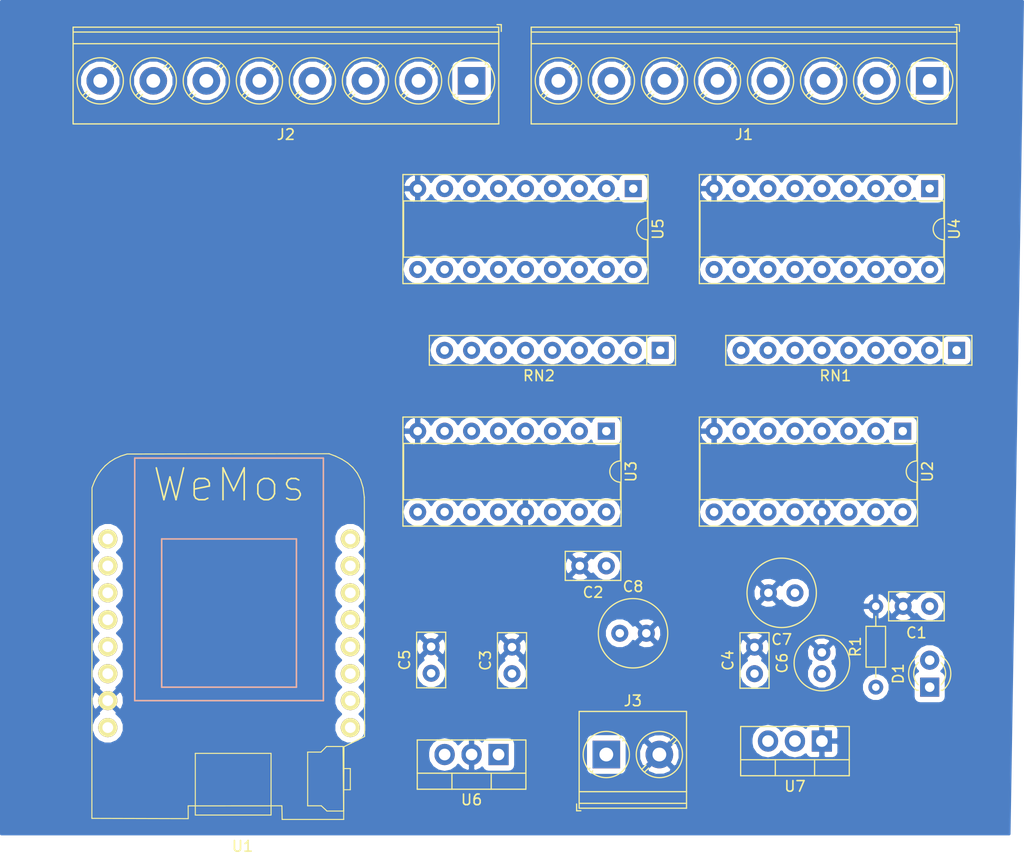
<source format=kicad_pcb>
(kicad_pcb (version 20171130) (host pcbnew 5.0.2+dfsg1-1)

  (general
    (thickness 1.6)
    (drawings 0)
    (tracks 0)
    (zones 0)
    (modules 22)
    (nets 42)
  )

  (page A4)
  (layers
    (0 F.Cu signal)
    (31 B.Cu signal)
    (32 B.Adhes user)
    (33 F.Adhes user)
    (34 B.Paste user)
    (35 F.Paste user)
    (36 B.SilkS user)
    (37 F.SilkS user)
    (38 B.Mask user)
    (39 F.Mask user)
    (40 Dwgs.User user)
    (41 Cmts.User user)
    (42 Eco1.User user)
    (43 Eco2.User user)
    (44 Edge.Cuts user)
    (45 Margin user)
    (46 B.CrtYd user)
    (47 F.CrtYd user)
    (48 B.Fab user)
    (49 F.Fab user)
  )

  (setup
    (last_trace_width 0.25)
    (trace_clearance 0.2)
    (zone_clearance 0.508)
    (zone_45_only no)
    (trace_min 0.2)
    (segment_width 0.2)
    (edge_width 0.15)
    (via_size 0.8)
    (via_drill 0.4)
    (via_min_size 0.4)
    (via_min_drill 0.3)
    (uvia_size 0.3)
    (uvia_drill 0.1)
    (uvias_allowed no)
    (uvia_min_size 0.2)
    (uvia_min_drill 0.1)
    (pcb_text_width 0.3)
    (pcb_text_size 1.5 1.5)
    (mod_edge_width 0.15)
    (mod_text_size 1 1)
    (mod_text_width 0.15)
    (pad_size 1.524 1.524)
    (pad_drill 0.762)
    (pad_to_mask_clearance 0.051)
    (solder_mask_min_width 0.25)
    (aux_axis_origin 0 0)
    (visible_elements FFFFFF7F)
    (pcbplotparams
      (layerselection 0x010fc_ffffffff)
      (usegerberextensions false)
      (usegerberattributes false)
      (usegerberadvancedattributes false)
      (creategerberjobfile false)
      (excludeedgelayer true)
      (linewidth 0.100000)
      (plotframeref false)
      (viasonmask false)
      (mode 1)
      (useauxorigin false)
      (hpglpennumber 1)
      (hpglpenspeed 20)
      (hpglpendiameter 15.000000)
      (psnegative false)
      (psa4output false)
      (plotreference true)
      (plotvalue true)
      (plotinvisibletext false)
      (padsonsilk false)
      (subtractmaskfromsilk false)
      (outputformat 1)
      (mirror false)
      (drillshape 1)
      (scaleselection 1)
      (outputdirectory ""))
  )

  (net 0 "")
  (net 1 +3V3)
  (net 2 Earth)
  (net 3 +12V)
  (net 4 +5V)
  (net 5 "Net-(D1-Pad1)")
  (net 6 "Net-(J1-Pad1)")
  (net 7 "Net-(J1-Pad2)")
  (net 8 "Net-(J1-Pad3)")
  (net 9 "Net-(J1-Pad4)")
  (net 10 "Net-(J1-Pad5)")
  (net 11 "Net-(J1-Pad6)")
  (net 12 "Net-(J1-Pad7)")
  (net 13 "Net-(J1-Pad8)")
  (net 14 "Net-(J2-Pad8)")
  (net 15 "Net-(J2-Pad7)")
  (net 16 "Net-(J2-Pad6)")
  (net 17 "Net-(J2-Pad5)")
  (net 18 "Net-(J2-Pad4)")
  (net 19 "Net-(J2-Pad3)")
  (net 20 "Net-(J2-Pad2)")
  (net 21 "Net-(J2-Pad1)")
  (net 22 LATCH_OUT)
  (net 23 CLK)
  (net 24 OSR_DATA)
  (net 25 "Net-(U2-Pad1)")
  (net 26 "Net-(U2-Pad9)")
  (net 27 "Net-(U2-Pad2)")
  (net 28 "Net-(U2-Pad3)")
  (net 29 "Net-(U2-Pad4)")
  (net 30 "Net-(U2-Pad5)")
  (net 31 "Net-(U2-Pad6)")
  (net 32 "Net-(U2-Pad7)")
  (net 33 "Net-(U2-Pad15)")
  (net 34 "Net-(U3-Pad15)")
  (net 35 "Net-(U3-Pad7)")
  (net 36 "Net-(U3-Pad6)")
  (net 37 "Net-(U3-Pad5)")
  (net 38 "Net-(U3-Pad4)")
  (net 39 "Net-(U3-Pad3)")
  (net 40 "Net-(U3-Pad2)")
  (net 41 "Net-(U3-Pad1)")

  (net_class Default "Ceci est la Netclass par défaut."
    (clearance 0.2)
    (trace_width 0.25)
    (via_dia 0.8)
    (via_drill 0.4)
    (uvia_dia 0.3)
    (uvia_drill 0.1)
    (add_net +12V)
    (add_net +3V3)
    (add_net +5V)
    (add_net CLK)
    (add_net Earth)
    (add_net LATCH_OUT)
    (add_net "Net-(D1-Pad1)")
    (add_net "Net-(J1-Pad1)")
    (add_net "Net-(J1-Pad2)")
    (add_net "Net-(J1-Pad3)")
    (add_net "Net-(J1-Pad4)")
    (add_net "Net-(J1-Pad5)")
    (add_net "Net-(J1-Pad6)")
    (add_net "Net-(J1-Pad7)")
    (add_net "Net-(J1-Pad8)")
    (add_net "Net-(J2-Pad1)")
    (add_net "Net-(J2-Pad2)")
    (add_net "Net-(J2-Pad3)")
    (add_net "Net-(J2-Pad4)")
    (add_net "Net-(J2-Pad5)")
    (add_net "Net-(J2-Pad6)")
    (add_net "Net-(J2-Pad7)")
    (add_net "Net-(J2-Pad8)")
    (add_net "Net-(U2-Pad1)")
    (add_net "Net-(U2-Pad15)")
    (add_net "Net-(U2-Pad2)")
    (add_net "Net-(U2-Pad3)")
    (add_net "Net-(U2-Pad4)")
    (add_net "Net-(U2-Pad5)")
    (add_net "Net-(U2-Pad6)")
    (add_net "Net-(U2-Pad7)")
    (add_net "Net-(U2-Pad9)")
    (add_net "Net-(U3-Pad1)")
    (add_net "Net-(U3-Pad15)")
    (add_net "Net-(U3-Pad2)")
    (add_net "Net-(U3-Pad3)")
    (add_net "Net-(U3-Pad4)")
    (add_net "Net-(U3-Pad5)")
    (add_net "Net-(U3-Pad6)")
    (add_net "Net-(U3-Pad7)")
    (add_net OSR_DATA)
  )

  (module Capacitor_THT:C_Radial_D6.3mm_H11.0mm_P2.50mm (layer F.Cu) (tedit 5BC5C9B9) (tstamp 5DDAEDB7)
    (at 139.7 128.27 180)
    (descr "C, Radial series, Radial, pin pitch=2.50mm, diameter=6.3mm, height=11mm, Non-Polar Electrolytic Capacitor")
    (tags "C Radial series Radial pin pitch 2.50mm diameter 6.3mm height 11mm Non-Polar Electrolytic Capacitor")
    (path /5DB5A3DB)
    (fp_text reference C7 (at 1.25 -4.4 180) (layer F.SilkS)
      (effects (font (size 1 1) (thickness 0.15)))
    )
    (fp_text value 100u (at 1.25 4.4 180) (layer F.Fab)
      (effects (font (size 1 1) (thickness 0.15)))
    )
    (fp_text user %R (at 1.25 0 180) (layer F.Fab)
      (effects (font (size 1 1) (thickness 0.15)))
    )
    (fp_circle (center 1.25 0) (end 4.65 0) (layer F.CrtYd) (width 0.05))
    (fp_circle (center 1.25 0) (end 4.52 0) (layer F.SilkS) (width 0.12))
    (fp_circle (center 1.25 0) (end 4.4 0) (layer F.Fab) (width 0.1))
    (pad 2 thru_hole circle (at 2.5 0 180) (size 1.6 1.6) (drill 0.8) (layers *.Cu *.Mask)
      (net 2 Earth))
    (pad 1 thru_hole circle (at 0 0 180) (size 1.6 1.6) (drill 0.8) (layers *.Cu *.Mask)
      (net 1 +3V3))
    (model ${KISYS3DMOD}/Capacitor_THT.3dshapes/C_Radial_D6.3mm_H11.0mm_P2.50mm.wrl
      (at (xyz 0 0 0))
      (scale (xyz 1 1 1))
      (rotate (xyz 0 0 0))
    )
  )

  (module Capacitor_THT:C_Disc_D5.0mm_W2.5mm_P2.50mm (layer F.Cu) (tedit 5AE50EF0) (tstamp 5DDAF828)
    (at 152.4 129.54 180)
    (descr "C, Disc series, Radial, pin pitch=2.50mm, , diameter*width=5*2.5mm^2, Capacitor, http://cdn-reichelt.de/documents/datenblatt/B300/DS_KERKO_TC.pdf")
    (tags "C Disc series Radial pin pitch 2.50mm  diameter 5mm width 2.5mm Capacitor")
    (path /5DB52A7C)
    (fp_text reference C1 (at 1.25 -2.5 180) (layer F.SilkS)
      (effects (font (size 1 1) (thickness 0.15)))
    )
    (fp_text value 0.1u (at 1.25 2.5 180) (layer F.Fab)
      (effects (font (size 1 1) (thickness 0.15)))
    )
    (fp_line (start -1.25 -1.25) (end -1.25 1.25) (layer F.Fab) (width 0.1))
    (fp_line (start -1.25 1.25) (end 3.75 1.25) (layer F.Fab) (width 0.1))
    (fp_line (start 3.75 1.25) (end 3.75 -1.25) (layer F.Fab) (width 0.1))
    (fp_line (start 3.75 -1.25) (end -1.25 -1.25) (layer F.Fab) (width 0.1))
    (fp_line (start -1.37 -1.37) (end 3.87 -1.37) (layer F.SilkS) (width 0.12))
    (fp_line (start -1.37 1.37) (end 3.87 1.37) (layer F.SilkS) (width 0.12))
    (fp_line (start -1.37 -1.37) (end -1.37 1.37) (layer F.SilkS) (width 0.12))
    (fp_line (start 3.87 -1.37) (end 3.87 1.37) (layer F.SilkS) (width 0.12))
    (fp_line (start -1.5 -1.5) (end -1.5 1.5) (layer F.CrtYd) (width 0.05))
    (fp_line (start -1.5 1.5) (end 4 1.5) (layer F.CrtYd) (width 0.05))
    (fp_line (start 4 1.5) (end 4 -1.5) (layer F.CrtYd) (width 0.05))
    (fp_line (start 4 -1.5) (end -1.5 -1.5) (layer F.CrtYd) (width 0.05))
    (fp_text user %R (at 1.25 0 180) (layer F.Fab)
      (effects (font (size 1 1) (thickness 0.15)))
    )
    (pad 1 thru_hole circle (at 0 0 180) (size 1.6 1.6) (drill 0.8) (layers *.Cu *.Mask)
      (net 1 +3V3))
    (pad 2 thru_hole circle (at 2.5 0 180) (size 1.6 1.6) (drill 0.8) (layers *.Cu *.Mask)
      (net 2 Earth))
    (model ${KISYS3DMOD}/Capacitor_THT.3dshapes/C_Disc_D5.0mm_W2.5mm_P2.50mm.wrl
      (at (xyz 0 0 0))
      (scale (xyz 1 1 1))
      (rotate (xyz 0 0 0))
    )
  )

  (module Capacitor_THT:C_Disc_D5.0mm_W2.5mm_P2.50mm (layer F.Cu) (tedit 5AE50EF0) (tstamp 5DDAED6A)
    (at 121.92 125.73 180)
    (descr "C, Disc series, Radial, pin pitch=2.50mm, , diameter*width=5*2.5mm^2, Capacitor, http://cdn-reichelt.de/documents/datenblatt/B300/DS_KERKO_TC.pdf")
    (tags "C Disc series Radial pin pitch 2.50mm  diameter 5mm width 2.5mm Capacitor")
    (path /5DB4A733)
    (fp_text reference C2 (at 1.25 -2.5 180) (layer F.SilkS)
      (effects (font (size 1 1) (thickness 0.15)))
    )
    (fp_text value 0.1u (at 1.25 2.5 180) (layer F.Fab)
      (effects (font (size 1 1) (thickness 0.15)))
    )
    (fp_text user %R (at 1.25 0 180) (layer F.Fab)
      (effects (font (size 1 1) (thickness 0.15)))
    )
    (fp_line (start 4 -1.5) (end -1.5 -1.5) (layer F.CrtYd) (width 0.05))
    (fp_line (start 4 1.5) (end 4 -1.5) (layer F.CrtYd) (width 0.05))
    (fp_line (start -1.5 1.5) (end 4 1.5) (layer F.CrtYd) (width 0.05))
    (fp_line (start -1.5 -1.5) (end -1.5 1.5) (layer F.CrtYd) (width 0.05))
    (fp_line (start 3.87 -1.37) (end 3.87 1.37) (layer F.SilkS) (width 0.12))
    (fp_line (start -1.37 -1.37) (end -1.37 1.37) (layer F.SilkS) (width 0.12))
    (fp_line (start -1.37 1.37) (end 3.87 1.37) (layer F.SilkS) (width 0.12))
    (fp_line (start -1.37 -1.37) (end 3.87 -1.37) (layer F.SilkS) (width 0.12))
    (fp_line (start 3.75 -1.25) (end -1.25 -1.25) (layer F.Fab) (width 0.1))
    (fp_line (start 3.75 1.25) (end 3.75 -1.25) (layer F.Fab) (width 0.1))
    (fp_line (start -1.25 1.25) (end 3.75 1.25) (layer F.Fab) (width 0.1))
    (fp_line (start -1.25 -1.25) (end -1.25 1.25) (layer F.Fab) (width 0.1))
    (pad 2 thru_hole circle (at 2.5 0 180) (size 1.6 1.6) (drill 0.8) (layers *.Cu *.Mask)
      (net 2 Earth))
    (pad 1 thru_hole circle (at 0 0 180) (size 1.6 1.6) (drill 0.8) (layers *.Cu *.Mask)
      (net 1 +3V3))
    (model ${KISYS3DMOD}/Capacitor_THT.3dshapes/C_Disc_D5.0mm_W2.5mm_P2.50mm.wrl
      (at (xyz 0 0 0))
      (scale (xyz 1 1 1))
      (rotate (xyz 0 0 0))
    )
  )

  (module Capacitor_THT:C_Disc_D5.0mm_W2.5mm_P2.50mm (layer F.Cu) (tedit 5AE50EF0) (tstamp 5DDAED7D)
    (at 113.03 135.89 90)
    (descr "C, Disc series, Radial, pin pitch=2.50mm, , diameter*width=5*2.5mm^2, Capacitor, http://cdn-reichelt.de/documents/datenblatt/B300/DS_KERKO_TC.pdf")
    (tags "C Disc series Radial pin pitch 2.50mm  diameter 5mm width 2.5mm Capacitor")
    (path /5DBBF64F)
    (fp_text reference C3 (at 1.25 -2.5 90) (layer F.SilkS)
      (effects (font (size 1 1) (thickness 0.15)))
    )
    (fp_text value 100n (at 1.25 2.5 90) (layer F.Fab)
      (effects (font (size 1 1) (thickness 0.15)))
    )
    (fp_text user %R (at 1.25 0 90) (layer F.Fab)
      (effects (font (size 1 1) (thickness 0.15)))
    )
    (fp_line (start 4 -1.5) (end -1.5 -1.5) (layer F.CrtYd) (width 0.05))
    (fp_line (start 4 1.5) (end 4 -1.5) (layer F.CrtYd) (width 0.05))
    (fp_line (start -1.5 1.5) (end 4 1.5) (layer F.CrtYd) (width 0.05))
    (fp_line (start -1.5 -1.5) (end -1.5 1.5) (layer F.CrtYd) (width 0.05))
    (fp_line (start 3.87 -1.37) (end 3.87 1.37) (layer F.SilkS) (width 0.12))
    (fp_line (start -1.37 -1.37) (end -1.37 1.37) (layer F.SilkS) (width 0.12))
    (fp_line (start -1.37 1.37) (end 3.87 1.37) (layer F.SilkS) (width 0.12))
    (fp_line (start -1.37 -1.37) (end 3.87 -1.37) (layer F.SilkS) (width 0.12))
    (fp_line (start 3.75 -1.25) (end -1.25 -1.25) (layer F.Fab) (width 0.1))
    (fp_line (start 3.75 1.25) (end 3.75 -1.25) (layer F.Fab) (width 0.1))
    (fp_line (start -1.25 1.25) (end 3.75 1.25) (layer F.Fab) (width 0.1))
    (fp_line (start -1.25 -1.25) (end -1.25 1.25) (layer F.Fab) (width 0.1))
    (pad 2 thru_hole circle (at 2.5 0 90) (size 1.6 1.6) (drill 0.8) (layers *.Cu *.Mask)
      (net 2 Earth))
    (pad 1 thru_hole circle (at 0 0 90) (size 1.6 1.6) (drill 0.8) (layers *.Cu *.Mask)
      (net 3 +12V))
    (model ${KISYS3DMOD}/Capacitor_THT.3dshapes/C_Disc_D5.0mm_W2.5mm_P2.50mm.wrl
      (at (xyz 0 0 0))
      (scale (xyz 1 1 1))
      (rotate (xyz 0 0 0))
    )
  )

  (module Capacitor_THT:C_Disc_D5.0mm_W2.5mm_P2.50mm (layer F.Cu) (tedit 5AE50EF0) (tstamp 5DDAED90)
    (at 135.89 135.89 90)
    (descr "C, Disc series, Radial, pin pitch=2.50mm, , diameter*width=5*2.5mm^2, Capacitor, http://cdn-reichelt.de/documents/datenblatt/B300/DS_KERKO_TC.pdf")
    (tags "C Disc series Radial pin pitch 2.50mm  diameter 5mm width 2.5mm Capacitor")
    (path /5DBF38E6)
    (fp_text reference C4 (at 1.25 -2.5 90) (layer F.SilkS)
      (effects (font (size 1 1) (thickness 0.15)))
    )
    (fp_text value 100n (at 1.25 2.5 90) (layer F.Fab)
      (effects (font (size 1 1) (thickness 0.15)))
    )
    (fp_line (start -1.25 -1.25) (end -1.25 1.25) (layer F.Fab) (width 0.1))
    (fp_line (start -1.25 1.25) (end 3.75 1.25) (layer F.Fab) (width 0.1))
    (fp_line (start 3.75 1.25) (end 3.75 -1.25) (layer F.Fab) (width 0.1))
    (fp_line (start 3.75 -1.25) (end -1.25 -1.25) (layer F.Fab) (width 0.1))
    (fp_line (start -1.37 -1.37) (end 3.87 -1.37) (layer F.SilkS) (width 0.12))
    (fp_line (start -1.37 1.37) (end 3.87 1.37) (layer F.SilkS) (width 0.12))
    (fp_line (start -1.37 -1.37) (end -1.37 1.37) (layer F.SilkS) (width 0.12))
    (fp_line (start 3.87 -1.37) (end 3.87 1.37) (layer F.SilkS) (width 0.12))
    (fp_line (start -1.5 -1.5) (end -1.5 1.5) (layer F.CrtYd) (width 0.05))
    (fp_line (start -1.5 1.5) (end 4 1.5) (layer F.CrtYd) (width 0.05))
    (fp_line (start 4 1.5) (end 4 -1.5) (layer F.CrtYd) (width 0.05))
    (fp_line (start 4 -1.5) (end -1.5 -1.5) (layer F.CrtYd) (width 0.05))
    (fp_text user %R (at 1.25 0 90) (layer F.Fab)
      (effects (font (size 1 1) (thickness 0.15)))
    )
    (pad 1 thru_hole circle (at 0 0 90) (size 1.6 1.6) (drill 0.8) (layers *.Cu *.Mask)
      (net 4 +5V))
    (pad 2 thru_hole circle (at 2.5 0 90) (size 1.6 1.6) (drill 0.8) (layers *.Cu *.Mask)
      (net 2 Earth))
    (model ${KISYS3DMOD}/Capacitor_THT.3dshapes/C_Disc_D5.0mm_W2.5mm_P2.50mm.wrl
      (at (xyz 0 0 0))
      (scale (xyz 1 1 1))
      (rotate (xyz 0 0 0))
    )
  )

  (module Capacitor_THT:C_Disc_D5.0mm_W2.5mm_P2.50mm (layer F.Cu) (tedit 5AE50EF0) (tstamp 5DDAEDA3)
    (at 105.41 135.85 90)
    (descr "C, Disc series, Radial, pin pitch=2.50mm, , diameter*width=5*2.5mm^2, Capacitor, http://cdn-reichelt.de/documents/datenblatt/B300/DS_KERKO_TC.pdf")
    (tags "C Disc series Radial pin pitch 2.50mm  diameter 5mm width 2.5mm Capacitor")
    (path /5DBBF6BB)
    (fp_text reference C5 (at 1.25 -2.5 90) (layer F.SilkS)
      (effects (font (size 1 1) (thickness 0.15)))
    )
    (fp_text value 100n (at 1.25 2.5 90) (layer F.Fab)
      (effects (font (size 1 1) (thickness 0.15)))
    )
    (fp_line (start -1.25 -1.25) (end -1.25 1.25) (layer F.Fab) (width 0.1))
    (fp_line (start -1.25 1.25) (end 3.75 1.25) (layer F.Fab) (width 0.1))
    (fp_line (start 3.75 1.25) (end 3.75 -1.25) (layer F.Fab) (width 0.1))
    (fp_line (start 3.75 -1.25) (end -1.25 -1.25) (layer F.Fab) (width 0.1))
    (fp_line (start -1.37 -1.37) (end 3.87 -1.37) (layer F.SilkS) (width 0.12))
    (fp_line (start -1.37 1.37) (end 3.87 1.37) (layer F.SilkS) (width 0.12))
    (fp_line (start -1.37 -1.37) (end -1.37 1.37) (layer F.SilkS) (width 0.12))
    (fp_line (start 3.87 -1.37) (end 3.87 1.37) (layer F.SilkS) (width 0.12))
    (fp_line (start -1.5 -1.5) (end -1.5 1.5) (layer F.CrtYd) (width 0.05))
    (fp_line (start -1.5 1.5) (end 4 1.5) (layer F.CrtYd) (width 0.05))
    (fp_line (start 4 1.5) (end 4 -1.5) (layer F.CrtYd) (width 0.05))
    (fp_line (start 4 -1.5) (end -1.5 -1.5) (layer F.CrtYd) (width 0.05))
    (fp_text user %R (at 1.25 0 90) (layer F.Fab)
      (effects (font (size 1 1) (thickness 0.15)))
    )
    (pad 1 thru_hole circle (at 0 0 90) (size 1.6 1.6) (drill 0.8) (layers *.Cu *.Mask)
      (net 4 +5V))
    (pad 2 thru_hole circle (at 2.5 0 90) (size 1.6 1.6) (drill 0.8) (layers *.Cu *.Mask)
      (net 2 Earth))
    (model ${KISYS3DMOD}/Capacitor_THT.3dshapes/C_Disc_D5.0mm_W2.5mm_P2.50mm.wrl
      (at (xyz 0 0 0))
      (scale (xyz 1 1 1))
      (rotate (xyz 0 0 0))
    )
  )

  (module Capacitor_THT:C_Radial_D6.3mm_H11.0mm_P2.50mm (layer F.Cu) (tedit 5BC5C9B9) (tstamp 5DDAEDC1)
    (at 123.19 132.08)
    (descr "C, Radial series, Radial, pin pitch=2.50mm, diameter=6.3mm, height=11mm, Non-Polar Electrolytic Capacitor")
    (tags "C Radial series Radial pin pitch 2.50mm diameter 6.3mm height 11mm Non-Polar Electrolytic Capacitor")
    (path /5DBBF77B)
    (fp_text reference C8 (at 1.25 -4.4) (layer F.SilkS)
      (effects (font (size 1 1) (thickness 0.15)))
    )
    (fp_text value 100u (at 1.25 4.4) (layer F.Fab)
      (effects (font (size 1 1) (thickness 0.15)))
    )
    (fp_circle (center 1.25 0) (end 4.4 0) (layer F.Fab) (width 0.1))
    (fp_circle (center 1.25 0) (end 4.52 0) (layer F.SilkS) (width 0.12))
    (fp_circle (center 1.25 0) (end 4.65 0) (layer F.CrtYd) (width 0.05))
    (fp_text user %R (at 1.25 0) (layer F.Fab)
      (effects (font (size 1 1) (thickness 0.15)))
    )
    (pad 1 thru_hole circle (at 0 0) (size 1.6 1.6) (drill 0.8) (layers *.Cu *.Mask)
      (net 4 +5V))
    (pad 2 thru_hole circle (at 2.5 0) (size 1.6 1.6) (drill 0.8) (layers *.Cu *.Mask)
      (net 2 Earth))
    (model ${KISYS3DMOD}/Capacitor_THT.3dshapes/C_Radial_D6.3mm_H11.0mm_P2.50mm.wrl
      (at (xyz 0 0 0))
      (scale (xyz 1 1 1))
      (rotate (xyz 0 0 0))
    )
  )

  (module LED_THT:LED_D3.0mm (layer F.Cu) (tedit 587A3A7B) (tstamp 5DDAEDD4)
    (at 152.4 137.16 90)
    (descr "LED, diameter 3.0mm, 2 pins")
    (tags "LED diameter 3.0mm 2 pins")
    (path /5DB82458)
    (fp_text reference D1 (at 1.27 -2.96 90) (layer F.SilkS)
      (effects (font (size 1 1) (thickness 0.15)))
    )
    (fp_text value LED (at 1.27 2.96 90) (layer F.Fab)
      (effects (font (size 1 1) (thickness 0.15)))
    )
    (fp_arc (start 1.27 0) (end -0.23 -1.16619) (angle 284.3) (layer F.Fab) (width 0.1))
    (fp_arc (start 1.27 0) (end -0.29 -1.235516) (angle 108.8) (layer F.SilkS) (width 0.12))
    (fp_arc (start 1.27 0) (end -0.29 1.235516) (angle -108.8) (layer F.SilkS) (width 0.12))
    (fp_arc (start 1.27 0) (end 0.229039 -1.08) (angle 87.9) (layer F.SilkS) (width 0.12))
    (fp_arc (start 1.27 0) (end 0.229039 1.08) (angle -87.9) (layer F.SilkS) (width 0.12))
    (fp_circle (center 1.27 0) (end 2.77 0) (layer F.Fab) (width 0.1))
    (fp_line (start -0.23 -1.16619) (end -0.23 1.16619) (layer F.Fab) (width 0.1))
    (fp_line (start -0.29 -1.236) (end -0.29 -1.08) (layer F.SilkS) (width 0.12))
    (fp_line (start -0.29 1.08) (end -0.29 1.236) (layer F.SilkS) (width 0.12))
    (fp_line (start -1.15 -2.25) (end -1.15 2.25) (layer F.CrtYd) (width 0.05))
    (fp_line (start -1.15 2.25) (end 3.7 2.25) (layer F.CrtYd) (width 0.05))
    (fp_line (start 3.7 2.25) (end 3.7 -2.25) (layer F.CrtYd) (width 0.05))
    (fp_line (start 3.7 -2.25) (end -1.15 -2.25) (layer F.CrtYd) (width 0.05))
    (pad 1 thru_hole rect (at 0 0 90) (size 1.8 1.8) (drill 0.9) (layers *.Cu *.Mask)
      (net 5 "Net-(D1-Pad1)"))
    (pad 2 thru_hole circle (at 2.54 0 90) (size 1.8 1.8) (drill 0.9) (layers *.Cu *.Mask)
      (net 1 +3V3))
    (model ${KISYS3DMOD}/LED_THT.3dshapes/LED_D3.0mm.wrl
      (at (xyz 0 0 0))
      (scale (xyz 1 1 1))
      (rotate (xyz 0 0 0))
    )
  )

  (module TerminalBlock_Phoenix:TerminalBlock_Phoenix_PT-1,5-8-5.0-H_1x08_P5.00mm_Horizontal (layer F.Cu) (tedit 5B294F6F) (tstamp 5DDAEE34)
    (at 152.4 80.01 180)
    (descr "Terminal Block Phoenix PT-1,5-8-5.0-H, 8 pins, pitch 5mm, size 40x9mm^2, drill diamater 1.3mm, pad diameter 2.6mm, see http://www.mouser.com/ds/2/324/ItemDetail_1935161-922578.pdf, script-generated using https://github.com/pointhi/kicad-footprint-generator/scripts/TerminalBlock_Phoenix")
    (tags "THT Terminal Block Phoenix PT-1,5-8-5.0-H pitch 5mm size 40x9mm^2 drill 1.3mm pad 2.6mm")
    (path /5DB52A4A)
    (fp_text reference J1 (at 17.5 -5.06 180) (layer F.SilkS)
      (effects (font (size 1 1) (thickness 0.15)))
    )
    (fp_text value Screw_Terminal_01x08 (at 17.5 6.06 180) (layer F.Fab)
      (effects (font (size 1 1) (thickness 0.15)))
    )
    (fp_circle (center 0 0) (end 2 0) (layer F.Fab) (width 0.1))
    (fp_circle (center 0 0) (end 2.18 0) (layer F.SilkS) (width 0.12))
    (fp_circle (center 5 0) (end 7 0) (layer F.Fab) (width 0.1))
    (fp_circle (center 5 0) (end 7.18 0) (layer F.SilkS) (width 0.12))
    (fp_circle (center 10 0) (end 12 0) (layer F.Fab) (width 0.1))
    (fp_circle (center 10 0) (end 12.18 0) (layer F.SilkS) (width 0.12))
    (fp_circle (center 15 0) (end 17 0) (layer F.Fab) (width 0.1))
    (fp_circle (center 15 0) (end 17.18 0) (layer F.SilkS) (width 0.12))
    (fp_circle (center 20 0) (end 22 0) (layer F.Fab) (width 0.1))
    (fp_circle (center 20 0) (end 22.18 0) (layer F.SilkS) (width 0.12))
    (fp_circle (center 25 0) (end 27 0) (layer F.Fab) (width 0.1))
    (fp_circle (center 25 0) (end 27.18 0) (layer F.SilkS) (width 0.12))
    (fp_circle (center 30 0) (end 32 0) (layer F.Fab) (width 0.1))
    (fp_circle (center 30 0) (end 32.18 0) (layer F.SilkS) (width 0.12))
    (fp_circle (center 35 0) (end 37 0) (layer F.Fab) (width 0.1))
    (fp_circle (center 35 0) (end 37.18 0) (layer F.SilkS) (width 0.12))
    (fp_line (start -2.5 -4) (end 37.5 -4) (layer F.Fab) (width 0.1))
    (fp_line (start 37.5 -4) (end 37.5 5) (layer F.Fab) (width 0.1))
    (fp_line (start 37.5 5) (end -2.1 5) (layer F.Fab) (width 0.1))
    (fp_line (start -2.1 5) (end -2.5 4.6) (layer F.Fab) (width 0.1))
    (fp_line (start -2.5 4.6) (end -2.5 -4) (layer F.Fab) (width 0.1))
    (fp_line (start -2.5 4.6) (end 37.5 4.6) (layer F.Fab) (width 0.1))
    (fp_line (start -2.56 4.6) (end 37.56 4.6) (layer F.SilkS) (width 0.12))
    (fp_line (start -2.5 3.5) (end 37.5 3.5) (layer F.Fab) (width 0.1))
    (fp_line (start -2.56 3.5) (end 37.56 3.5) (layer F.SilkS) (width 0.12))
    (fp_line (start -2.56 -4.06) (end 37.56 -4.06) (layer F.SilkS) (width 0.12))
    (fp_line (start -2.56 5.06) (end 37.56 5.06) (layer F.SilkS) (width 0.12))
    (fp_line (start -2.56 -4.06) (end -2.56 5.06) (layer F.SilkS) (width 0.12))
    (fp_line (start 37.56 -4.06) (end 37.56 5.06) (layer F.SilkS) (width 0.12))
    (fp_line (start 1.517 -1.273) (end -1.273 1.517) (layer F.Fab) (width 0.1))
    (fp_line (start 1.273 -1.517) (end -1.517 1.273) (layer F.Fab) (width 0.1))
    (fp_line (start 1.654 -1.388) (end 1.547 -1.281) (layer F.SilkS) (width 0.12))
    (fp_line (start -1.282 1.547) (end -1.388 1.654) (layer F.SilkS) (width 0.12))
    (fp_line (start 1.388 -1.654) (end 1.281 -1.547) (layer F.SilkS) (width 0.12))
    (fp_line (start -1.548 1.281) (end -1.654 1.388) (layer F.SilkS) (width 0.12))
    (fp_line (start 6.517 -1.273) (end 3.728 1.517) (layer F.Fab) (width 0.1))
    (fp_line (start 6.273 -1.517) (end 3.484 1.273) (layer F.Fab) (width 0.1))
    (fp_line (start 6.654 -1.388) (end 6.259 -0.992) (layer F.SilkS) (width 0.12))
    (fp_line (start 3.993 1.274) (end 3.613 1.654) (layer F.SilkS) (width 0.12))
    (fp_line (start 6.388 -1.654) (end 6.008 -1.274) (layer F.SilkS) (width 0.12))
    (fp_line (start 3.742 0.992) (end 3.347 1.388) (layer F.SilkS) (width 0.12))
    (fp_line (start 11.517 -1.273) (end 8.728 1.517) (layer F.Fab) (width 0.1))
    (fp_line (start 11.273 -1.517) (end 8.484 1.273) (layer F.Fab) (width 0.1))
    (fp_line (start 11.654 -1.388) (end 11.259 -0.992) (layer F.SilkS) (width 0.12))
    (fp_line (start 8.993 1.274) (end 8.613 1.654) (layer F.SilkS) (width 0.12))
    (fp_line (start 11.388 -1.654) (end 11.008 -1.274) (layer F.SilkS) (width 0.12))
    (fp_line (start 8.742 0.992) (end 8.347 1.388) (layer F.SilkS) (width 0.12))
    (fp_line (start 16.517 -1.273) (end 13.728 1.517) (layer F.Fab) (width 0.1))
    (fp_line (start 16.273 -1.517) (end 13.484 1.273) (layer F.Fab) (width 0.1))
    (fp_line (start 16.654 -1.388) (end 16.259 -0.992) (layer F.SilkS) (width 0.12))
    (fp_line (start 13.993 1.274) (end 13.613 1.654) (layer F.SilkS) (width 0.12))
    (fp_line (start 16.388 -1.654) (end 16.008 -1.274) (layer F.SilkS) (width 0.12))
    (fp_line (start 13.742 0.992) (end 13.347 1.388) (layer F.SilkS) (width 0.12))
    (fp_line (start 21.517 -1.273) (end 18.728 1.517) (layer F.Fab) (width 0.1))
    (fp_line (start 21.273 -1.517) (end 18.484 1.273) (layer F.Fab) (width 0.1))
    (fp_line (start 21.654 -1.388) (end 21.259 -0.992) (layer F.SilkS) (width 0.12))
    (fp_line (start 18.993 1.274) (end 18.613 1.654) (layer F.SilkS) (width 0.12))
    (fp_line (start 21.388 -1.654) (end 21.008 -1.274) (layer F.SilkS) (width 0.12))
    (fp_line (start 18.742 0.992) (end 18.347 1.388) (layer F.SilkS) (width 0.12))
    (fp_line (start 26.517 -1.273) (end 23.728 1.517) (layer F.Fab) (width 0.1))
    (fp_line (start 26.273 -1.517) (end 23.484 1.273) (layer F.Fab) (width 0.1))
    (fp_line (start 26.654 -1.388) (end 26.259 -0.992) (layer F.SilkS) (width 0.12))
    (fp_line (start 23.993 1.274) (end 23.613 1.654) (layer F.SilkS) (width 0.12))
    (fp_line (start 26.388 -1.654) (end 26.008 -1.274) (layer F.SilkS) (width 0.12))
    (fp_line (start 23.742 0.992) (end 23.347 1.388) (layer F.SilkS) (width 0.12))
    (fp_line (start 31.517 -1.273) (end 28.728 1.517) (layer F.Fab) (width 0.1))
    (fp_line (start 31.273 -1.517) (end 28.484 1.273) (layer F.Fab) (width 0.1))
    (fp_line (start 31.654 -1.388) (end 31.259 -0.992) (layer F.SilkS) (width 0.12))
    (fp_line (start 28.993 1.274) (end 28.613 1.654) (layer F.SilkS) (width 0.12))
    (fp_line (start 31.388 -1.654) (end 31.008 -1.274) (layer F.SilkS) (width 0.12))
    (fp_line (start 28.742 0.992) (end 28.347 1.388) (layer F.SilkS) (width 0.12))
    (fp_line (start 36.517 -1.273) (end 33.728 1.517) (layer F.Fab) (width 0.1))
    (fp_line (start 36.273 -1.517) (end 33.484 1.273) (layer F.Fab) (width 0.1))
    (fp_line (start 36.654 -1.388) (end 36.259 -0.992) (layer F.SilkS) (width 0.12))
    (fp_line (start 33.993 1.274) (end 33.613 1.654) (layer F.SilkS) (width 0.12))
    (fp_line (start 36.388 -1.654) (end 36.008 -1.274) (layer F.SilkS) (width 0.12))
    (fp_line (start 33.742 0.992) (end 33.347 1.388) (layer F.SilkS) (width 0.12))
    (fp_line (start -2.8 4.66) (end -2.8 5.3) (layer F.SilkS) (width 0.12))
    (fp_line (start -2.8 5.3) (end -2.4 5.3) (layer F.SilkS) (width 0.12))
    (fp_line (start -3 -4.5) (end -3 5.5) (layer F.CrtYd) (width 0.05))
    (fp_line (start -3 5.5) (end 38 5.5) (layer F.CrtYd) (width 0.05))
    (fp_line (start 38 5.5) (end 38 -4.5) (layer F.CrtYd) (width 0.05))
    (fp_line (start 38 -4.5) (end -3 -4.5) (layer F.CrtYd) (width 0.05))
    (fp_text user %R (at 17.5 2.9 180) (layer F.Fab)
      (effects (font (size 1 1) (thickness 0.15)))
    )
    (pad 1 thru_hole rect (at 0 0 180) (size 2.6 2.6) (drill 1.3) (layers *.Cu *.Mask)
      (net 6 "Net-(J1-Pad1)"))
    (pad 2 thru_hole circle (at 5 0 180) (size 2.6 2.6) (drill 1.3) (layers *.Cu *.Mask)
      (net 7 "Net-(J1-Pad2)"))
    (pad 3 thru_hole circle (at 10 0 180) (size 2.6 2.6) (drill 1.3) (layers *.Cu *.Mask)
      (net 8 "Net-(J1-Pad3)"))
    (pad 4 thru_hole circle (at 15 0 180) (size 2.6 2.6) (drill 1.3) (layers *.Cu *.Mask)
      (net 9 "Net-(J1-Pad4)"))
    (pad 5 thru_hole circle (at 20 0 180) (size 2.6 2.6) (drill 1.3) (layers *.Cu *.Mask)
      (net 10 "Net-(J1-Pad5)"))
    (pad 6 thru_hole circle (at 25 0 180) (size 2.6 2.6) (drill 1.3) (layers *.Cu *.Mask)
      (net 11 "Net-(J1-Pad6)"))
    (pad 7 thru_hole circle (at 30 0 180) (size 2.6 2.6) (drill 1.3) (layers *.Cu *.Mask)
      (net 12 "Net-(J1-Pad7)"))
    (pad 8 thru_hole circle (at 35 0 180) (size 2.6 2.6) (drill 1.3) (layers *.Cu *.Mask)
      (net 13 "Net-(J1-Pad8)"))
    (model ${KISYS3DMOD}/TerminalBlock_Phoenix.3dshapes/TerminalBlock_Phoenix_PT-1,5-8-5.0-H_1x08_P5.00mm_Horizontal.wrl
      (at (xyz 0 0 0))
      (scale (xyz 1 1 1))
      (rotate (xyz 0 0 0))
    )
  )

  (module TerminalBlock_Phoenix:TerminalBlock_Phoenix_PT-1,5-8-5.0-H_1x08_P5.00mm_Horizontal (layer F.Cu) (tedit 5B294F6F) (tstamp 5DDAEE94)
    (at 109.22 80.01 180)
    (descr "Terminal Block Phoenix PT-1,5-8-5.0-H, 8 pins, pitch 5mm, size 40x9mm^2, drill diamater 1.3mm, pad diameter 2.6mm, see http://www.mouser.com/ds/2/324/ItemDetail_1935161-922578.pdf, script-generated using https://github.com/pointhi/kicad-footprint-generator/scripts/TerminalBlock_Phoenix")
    (tags "THT Terminal Block Phoenix PT-1,5-8-5.0-H pitch 5mm size 40x9mm^2 drill 1.3mm pad 2.6mm")
    (path /5DB88CF5)
    (fp_text reference J2 (at 17.5 -5.06 180) (layer F.SilkS)
      (effects (font (size 1 1) (thickness 0.15)))
    )
    (fp_text value Screw_Terminal_01x08 (at 17.5 6.06 180) (layer F.Fab)
      (effects (font (size 1 1) (thickness 0.15)))
    )
    (fp_text user %R (at 17.5 2.9 180) (layer F.Fab)
      (effects (font (size 1 1) (thickness 0.15)))
    )
    (fp_line (start 38 -4.5) (end -3 -4.5) (layer F.CrtYd) (width 0.05))
    (fp_line (start 38 5.5) (end 38 -4.5) (layer F.CrtYd) (width 0.05))
    (fp_line (start -3 5.5) (end 38 5.5) (layer F.CrtYd) (width 0.05))
    (fp_line (start -3 -4.5) (end -3 5.5) (layer F.CrtYd) (width 0.05))
    (fp_line (start -2.8 5.3) (end -2.4 5.3) (layer F.SilkS) (width 0.12))
    (fp_line (start -2.8 4.66) (end -2.8 5.3) (layer F.SilkS) (width 0.12))
    (fp_line (start 33.742 0.992) (end 33.347 1.388) (layer F.SilkS) (width 0.12))
    (fp_line (start 36.388 -1.654) (end 36.008 -1.274) (layer F.SilkS) (width 0.12))
    (fp_line (start 33.993 1.274) (end 33.613 1.654) (layer F.SilkS) (width 0.12))
    (fp_line (start 36.654 -1.388) (end 36.259 -0.992) (layer F.SilkS) (width 0.12))
    (fp_line (start 36.273 -1.517) (end 33.484 1.273) (layer F.Fab) (width 0.1))
    (fp_line (start 36.517 -1.273) (end 33.728 1.517) (layer F.Fab) (width 0.1))
    (fp_line (start 28.742 0.992) (end 28.347 1.388) (layer F.SilkS) (width 0.12))
    (fp_line (start 31.388 -1.654) (end 31.008 -1.274) (layer F.SilkS) (width 0.12))
    (fp_line (start 28.993 1.274) (end 28.613 1.654) (layer F.SilkS) (width 0.12))
    (fp_line (start 31.654 -1.388) (end 31.259 -0.992) (layer F.SilkS) (width 0.12))
    (fp_line (start 31.273 -1.517) (end 28.484 1.273) (layer F.Fab) (width 0.1))
    (fp_line (start 31.517 -1.273) (end 28.728 1.517) (layer F.Fab) (width 0.1))
    (fp_line (start 23.742 0.992) (end 23.347 1.388) (layer F.SilkS) (width 0.12))
    (fp_line (start 26.388 -1.654) (end 26.008 -1.274) (layer F.SilkS) (width 0.12))
    (fp_line (start 23.993 1.274) (end 23.613 1.654) (layer F.SilkS) (width 0.12))
    (fp_line (start 26.654 -1.388) (end 26.259 -0.992) (layer F.SilkS) (width 0.12))
    (fp_line (start 26.273 -1.517) (end 23.484 1.273) (layer F.Fab) (width 0.1))
    (fp_line (start 26.517 -1.273) (end 23.728 1.517) (layer F.Fab) (width 0.1))
    (fp_line (start 18.742 0.992) (end 18.347 1.388) (layer F.SilkS) (width 0.12))
    (fp_line (start 21.388 -1.654) (end 21.008 -1.274) (layer F.SilkS) (width 0.12))
    (fp_line (start 18.993 1.274) (end 18.613 1.654) (layer F.SilkS) (width 0.12))
    (fp_line (start 21.654 -1.388) (end 21.259 -0.992) (layer F.SilkS) (width 0.12))
    (fp_line (start 21.273 -1.517) (end 18.484 1.273) (layer F.Fab) (width 0.1))
    (fp_line (start 21.517 -1.273) (end 18.728 1.517) (layer F.Fab) (width 0.1))
    (fp_line (start 13.742 0.992) (end 13.347 1.388) (layer F.SilkS) (width 0.12))
    (fp_line (start 16.388 -1.654) (end 16.008 -1.274) (layer F.SilkS) (width 0.12))
    (fp_line (start 13.993 1.274) (end 13.613 1.654) (layer F.SilkS) (width 0.12))
    (fp_line (start 16.654 -1.388) (end 16.259 -0.992) (layer F.SilkS) (width 0.12))
    (fp_line (start 16.273 -1.517) (end 13.484 1.273) (layer F.Fab) (width 0.1))
    (fp_line (start 16.517 -1.273) (end 13.728 1.517) (layer F.Fab) (width 0.1))
    (fp_line (start 8.742 0.992) (end 8.347 1.388) (layer F.SilkS) (width 0.12))
    (fp_line (start 11.388 -1.654) (end 11.008 -1.274) (layer F.SilkS) (width 0.12))
    (fp_line (start 8.993 1.274) (end 8.613 1.654) (layer F.SilkS) (width 0.12))
    (fp_line (start 11.654 -1.388) (end 11.259 -0.992) (layer F.SilkS) (width 0.12))
    (fp_line (start 11.273 -1.517) (end 8.484 1.273) (layer F.Fab) (width 0.1))
    (fp_line (start 11.517 -1.273) (end 8.728 1.517) (layer F.Fab) (width 0.1))
    (fp_line (start 3.742 0.992) (end 3.347 1.388) (layer F.SilkS) (width 0.12))
    (fp_line (start 6.388 -1.654) (end 6.008 -1.274) (layer F.SilkS) (width 0.12))
    (fp_line (start 3.993 1.274) (end 3.613 1.654) (layer F.SilkS) (width 0.12))
    (fp_line (start 6.654 -1.388) (end 6.259 -0.992) (layer F.SilkS) (width 0.12))
    (fp_line (start 6.273 -1.517) (end 3.484 1.273) (layer F.Fab) (width 0.1))
    (fp_line (start 6.517 -1.273) (end 3.728 1.517) (layer F.Fab) (width 0.1))
    (fp_line (start -1.548 1.281) (end -1.654 1.388) (layer F.SilkS) (width 0.12))
    (fp_line (start 1.388 -1.654) (end 1.281 -1.547) (layer F.SilkS) (width 0.12))
    (fp_line (start -1.282 1.547) (end -1.388 1.654) (layer F.SilkS) (width 0.12))
    (fp_line (start 1.654 -1.388) (end 1.547 -1.281) (layer F.SilkS) (width 0.12))
    (fp_line (start 1.273 -1.517) (end -1.517 1.273) (layer F.Fab) (width 0.1))
    (fp_line (start 1.517 -1.273) (end -1.273 1.517) (layer F.Fab) (width 0.1))
    (fp_line (start 37.56 -4.06) (end 37.56 5.06) (layer F.SilkS) (width 0.12))
    (fp_line (start -2.56 -4.06) (end -2.56 5.06) (layer F.SilkS) (width 0.12))
    (fp_line (start -2.56 5.06) (end 37.56 5.06) (layer F.SilkS) (width 0.12))
    (fp_line (start -2.56 -4.06) (end 37.56 -4.06) (layer F.SilkS) (width 0.12))
    (fp_line (start -2.56 3.5) (end 37.56 3.5) (layer F.SilkS) (width 0.12))
    (fp_line (start -2.5 3.5) (end 37.5 3.5) (layer F.Fab) (width 0.1))
    (fp_line (start -2.56 4.6) (end 37.56 4.6) (layer F.SilkS) (width 0.12))
    (fp_line (start -2.5 4.6) (end 37.5 4.6) (layer F.Fab) (width 0.1))
    (fp_line (start -2.5 4.6) (end -2.5 -4) (layer F.Fab) (width 0.1))
    (fp_line (start -2.1 5) (end -2.5 4.6) (layer F.Fab) (width 0.1))
    (fp_line (start 37.5 5) (end -2.1 5) (layer F.Fab) (width 0.1))
    (fp_line (start 37.5 -4) (end 37.5 5) (layer F.Fab) (width 0.1))
    (fp_line (start -2.5 -4) (end 37.5 -4) (layer F.Fab) (width 0.1))
    (fp_circle (center 35 0) (end 37.18 0) (layer F.SilkS) (width 0.12))
    (fp_circle (center 35 0) (end 37 0) (layer F.Fab) (width 0.1))
    (fp_circle (center 30 0) (end 32.18 0) (layer F.SilkS) (width 0.12))
    (fp_circle (center 30 0) (end 32 0) (layer F.Fab) (width 0.1))
    (fp_circle (center 25 0) (end 27.18 0) (layer F.SilkS) (width 0.12))
    (fp_circle (center 25 0) (end 27 0) (layer F.Fab) (width 0.1))
    (fp_circle (center 20 0) (end 22.18 0) (layer F.SilkS) (width 0.12))
    (fp_circle (center 20 0) (end 22 0) (layer F.Fab) (width 0.1))
    (fp_circle (center 15 0) (end 17.18 0) (layer F.SilkS) (width 0.12))
    (fp_circle (center 15 0) (end 17 0) (layer F.Fab) (width 0.1))
    (fp_circle (center 10 0) (end 12.18 0) (layer F.SilkS) (width 0.12))
    (fp_circle (center 10 0) (end 12 0) (layer F.Fab) (width 0.1))
    (fp_circle (center 5 0) (end 7.18 0) (layer F.SilkS) (width 0.12))
    (fp_circle (center 5 0) (end 7 0) (layer F.Fab) (width 0.1))
    (fp_circle (center 0 0) (end 2.18 0) (layer F.SilkS) (width 0.12))
    (fp_circle (center 0 0) (end 2 0) (layer F.Fab) (width 0.1))
    (pad 8 thru_hole circle (at 35 0 180) (size 2.6 2.6) (drill 1.3) (layers *.Cu *.Mask)
      (net 14 "Net-(J2-Pad8)"))
    (pad 7 thru_hole circle (at 30 0 180) (size 2.6 2.6) (drill 1.3) (layers *.Cu *.Mask)
      (net 15 "Net-(J2-Pad7)"))
    (pad 6 thru_hole circle (at 25 0 180) (size 2.6 2.6) (drill 1.3) (layers *.Cu *.Mask)
      (net 16 "Net-(J2-Pad6)"))
    (pad 5 thru_hole circle (at 20 0 180) (size 2.6 2.6) (drill 1.3) (layers *.Cu *.Mask)
      (net 17 "Net-(J2-Pad5)"))
    (pad 4 thru_hole circle (at 15 0 180) (size 2.6 2.6) (drill 1.3) (layers *.Cu *.Mask)
      (net 18 "Net-(J2-Pad4)"))
    (pad 3 thru_hole circle (at 10 0 180) (size 2.6 2.6) (drill 1.3) (layers *.Cu *.Mask)
      (net 19 "Net-(J2-Pad3)"))
    (pad 2 thru_hole circle (at 5 0 180) (size 2.6 2.6) (drill 1.3) (layers *.Cu *.Mask)
      (net 20 "Net-(J2-Pad2)"))
    (pad 1 thru_hole rect (at 0 0 180) (size 2.6 2.6) (drill 1.3) (layers *.Cu *.Mask)
      (net 21 "Net-(J2-Pad1)"))
    (model ${KISYS3DMOD}/TerminalBlock_Phoenix.3dshapes/TerminalBlock_Phoenix_PT-1,5-8-5.0-H_1x08_P5.00mm_Horizontal.wrl
      (at (xyz 0 0 0))
      (scale (xyz 1 1 1))
      (rotate (xyz 0 0 0))
    )
  )

  (module TerminalBlock_Phoenix:TerminalBlock_Phoenix_PT-1,5-2-5.0-H_1x02_P5.00mm_Horizontal (layer F.Cu) (tedit 5B294F69) (tstamp 5DDAEEBE)
    (at 121.92 143.51)
    (descr "Terminal Block Phoenix PT-1,5-2-5.0-H, 2 pins, pitch 5mm, size 10x9mm^2, drill diamater 1.3mm, pad diameter 2.6mm, see http://www.mouser.com/ds/2/324/ItemDetail_1935161-922578.pdf, script-generated using https://github.com/pointhi/kicad-footprint-generator/scripts/TerminalBlock_Phoenix")
    (tags "THT Terminal Block Phoenix PT-1,5-2-5.0-H pitch 5mm size 10x9mm^2 drill 1.3mm pad 2.6mm")
    (path /5DB9822F)
    (fp_text reference J3 (at 2.5 -5.06) (layer F.SilkS)
      (effects (font (size 1 1) (thickness 0.15)))
    )
    (fp_text value Screw_Terminal_01x02 (at 2.5 6.06) (layer F.Fab)
      (effects (font (size 1 1) (thickness 0.15)))
    )
    (fp_circle (center 0 0) (end 2 0) (layer F.Fab) (width 0.1))
    (fp_circle (center 0 0) (end 2.18 0) (layer F.SilkS) (width 0.12))
    (fp_circle (center 5 0) (end 7 0) (layer F.Fab) (width 0.1))
    (fp_circle (center 5 0) (end 7.18 0) (layer F.SilkS) (width 0.12))
    (fp_line (start -2.5 -4) (end 7.5 -4) (layer F.Fab) (width 0.1))
    (fp_line (start 7.5 -4) (end 7.5 5) (layer F.Fab) (width 0.1))
    (fp_line (start 7.5 5) (end -2.1 5) (layer F.Fab) (width 0.1))
    (fp_line (start -2.1 5) (end -2.5 4.6) (layer F.Fab) (width 0.1))
    (fp_line (start -2.5 4.6) (end -2.5 -4) (layer F.Fab) (width 0.1))
    (fp_line (start -2.5 4.6) (end 7.5 4.6) (layer F.Fab) (width 0.1))
    (fp_line (start -2.56 4.6) (end 7.56 4.6) (layer F.SilkS) (width 0.12))
    (fp_line (start -2.5 3.5) (end 7.5 3.5) (layer F.Fab) (width 0.1))
    (fp_line (start -2.56 3.5) (end 7.56 3.5) (layer F.SilkS) (width 0.12))
    (fp_line (start -2.56 -4.06) (end 7.56 -4.06) (layer F.SilkS) (width 0.12))
    (fp_line (start -2.56 5.06) (end 7.56 5.06) (layer F.SilkS) (width 0.12))
    (fp_line (start -2.56 -4.06) (end -2.56 5.06) (layer F.SilkS) (width 0.12))
    (fp_line (start 7.56 -4.06) (end 7.56 5.06) (layer F.SilkS) (width 0.12))
    (fp_line (start 1.517 -1.273) (end -1.273 1.517) (layer F.Fab) (width 0.1))
    (fp_line (start 1.273 -1.517) (end -1.517 1.273) (layer F.Fab) (width 0.1))
    (fp_line (start 1.654 -1.388) (end 1.547 -1.281) (layer F.SilkS) (width 0.12))
    (fp_line (start -1.282 1.547) (end -1.388 1.654) (layer F.SilkS) (width 0.12))
    (fp_line (start 1.388 -1.654) (end 1.281 -1.547) (layer F.SilkS) (width 0.12))
    (fp_line (start -1.548 1.281) (end -1.654 1.388) (layer F.SilkS) (width 0.12))
    (fp_line (start 6.517 -1.273) (end 3.728 1.517) (layer F.Fab) (width 0.1))
    (fp_line (start 6.273 -1.517) (end 3.484 1.273) (layer F.Fab) (width 0.1))
    (fp_line (start 6.654 -1.388) (end 6.259 -0.992) (layer F.SilkS) (width 0.12))
    (fp_line (start 3.993 1.274) (end 3.613 1.654) (layer F.SilkS) (width 0.12))
    (fp_line (start 6.388 -1.654) (end 6.008 -1.274) (layer F.SilkS) (width 0.12))
    (fp_line (start 3.742 0.992) (end 3.347 1.388) (layer F.SilkS) (width 0.12))
    (fp_line (start -2.8 4.66) (end -2.8 5.3) (layer F.SilkS) (width 0.12))
    (fp_line (start -2.8 5.3) (end -2.4 5.3) (layer F.SilkS) (width 0.12))
    (fp_line (start -3 -4.5) (end -3 5.5) (layer F.CrtYd) (width 0.05))
    (fp_line (start -3 5.5) (end 8 5.5) (layer F.CrtYd) (width 0.05))
    (fp_line (start 8 5.5) (end 8 -4.5) (layer F.CrtYd) (width 0.05))
    (fp_line (start 8 -4.5) (end -3 -4.5) (layer F.CrtYd) (width 0.05))
    (fp_text user %R (at 2.5 2.9) (layer F.Fab)
      (effects (font (size 1 1) (thickness 0.15)))
    )
    (pad 1 thru_hole rect (at 0 0) (size 2.6 2.6) (drill 1.3) (layers *.Cu *.Mask)
      (net 3 +12V))
    (pad 2 thru_hole circle (at 5 0) (size 2.6 2.6) (drill 1.3) (layers *.Cu *.Mask)
      (net 2 Earth))
    (model ${KISYS3DMOD}/TerminalBlock_Phoenix.3dshapes/TerminalBlock_Phoenix_PT-1,5-2-5.0-H_1x02_P5.00mm_Horizontal.wrl
      (at (xyz 0 0 0))
      (scale (xyz 1 1 1))
      (rotate (xyz 0 0 0))
    )
  )

  (module Resistor_THT:R_Axial_DIN0204_L3.6mm_D1.6mm_P7.62mm_Horizontal (layer F.Cu) (tedit 5AE5139B) (tstamp 5DDAEED5)
    (at 147.32 137.16 90)
    (descr "Resistor, Axial_DIN0204 series, Axial, Horizontal, pin pitch=7.62mm, 0.167W, length*diameter=3.6*1.6mm^2, http://cdn-reichelt.de/documents/datenblatt/B400/1_4W%23YAG.pdf")
    (tags "Resistor Axial_DIN0204 series Axial Horizontal pin pitch 7.62mm 0.167W length 3.6mm diameter 1.6mm")
    (path /5DB82543)
    (fp_text reference R1 (at 3.81 -1.92 90) (layer F.SilkS)
      (effects (font (size 1 1) (thickness 0.15)))
    )
    (fp_text value 68 (at 3.81 1.92 90) (layer F.Fab)
      (effects (font (size 1 1) (thickness 0.15)))
    )
    (fp_line (start 2.01 -0.8) (end 2.01 0.8) (layer F.Fab) (width 0.1))
    (fp_line (start 2.01 0.8) (end 5.61 0.8) (layer F.Fab) (width 0.1))
    (fp_line (start 5.61 0.8) (end 5.61 -0.8) (layer F.Fab) (width 0.1))
    (fp_line (start 5.61 -0.8) (end 2.01 -0.8) (layer F.Fab) (width 0.1))
    (fp_line (start 0 0) (end 2.01 0) (layer F.Fab) (width 0.1))
    (fp_line (start 7.62 0) (end 5.61 0) (layer F.Fab) (width 0.1))
    (fp_line (start 1.89 -0.92) (end 1.89 0.92) (layer F.SilkS) (width 0.12))
    (fp_line (start 1.89 0.92) (end 5.73 0.92) (layer F.SilkS) (width 0.12))
    (fp_line (start 5.73 0.92) (end 5.73 -0.92) (layer F.SilkS) (width 0.12))
    (fp_line (start 5.73 -0.92) (end 1.89 -0.92) (layer F.SilkS) (width 0.12))
    (fp_line (start 0.94 0) (end 1.89 0) (layer F.SilkS) (width 0.12))
    (fp_line (start 6.68 0) (end 5.73 0) (layer F.SilkS) (width 0.12))
    (fp_line (start -0.95 -1.05) (end -0.95 1.05) (layer F.CrtYd) (width 0.05))
    (fp_line (start -0.95 1.05) (end 8.57 1.05) (layer F.CrtYd) (width 0.05))
    (fp_line (start 8.57 1.05) (end 8.57 -1.05) (layer F.CrtYd) (width 0.05))
    (fp_line (start 8.57 -1.05) (end -0.95 -1.05) (layer F.CrtYd) (width 0.05))
    (fp_text user %R (at 3.81 0 90) (layer F.Fab)
      (effects (font (size 0.72 0.72) (thickness 0.108)))
    )
    (pad 1 thru_hole circle (at 0 0 90) (size 1.4 1.4) (drill 0.7) (layers *.Cu *.Mask)
      (net 5 "Net-(D1-Pad1)"))
    (pad 2 thru_hole oval (at 7.62 0 90) (size 1.4 1.4) (drill 0.7) (layers *.Cu *.Mask)
      (net 2 Earth))
    (model ${KISYS3DMOD}/Resistor_THT.3dshapes/R_Axial_DIN0204_L3.6mm_D1.6mm_P7.62mm_Horizontal.wrl
      (at (xyz 0 0 0))
      (scale (xyz 1 1 1))
      (rotate (xyz 0 0 0))
    )
  )

  (module Resistor_THT:R_Array_SIP9 (layer F.Cu) (tedit 5A14249F) (tstamp 5DDAEEF1)
    (at 154.94 105.41 180)
    (descr "9-pin Resistor SIP pack")
    (tags R)
    (path /5DB56495)
    (fp_text reference RN1 (at 11.43 -2.4 180) (layer F.SilkS)
      (effects (font (size 1 1) (thickness 0.15)))
    )
    (fp_text value 10k (at 11.43 2.4 180) (layer F.Fab)
      (effects (font (size 1 1) (thickness 0.15)))
    )
    (fp_line (start 22.05 -1.65) (end -1.7 -1.65) (layer F.CrtYd) (width 0.05))
    (fp_line (start 22.05 1.65) (end 22.05 -1.65) (layer F.CrtYd) (width 0.05))
    (fp_line (start -1.7 1.65) (end 22.05 1.65) (layer F.CrtYd) (width 0.05))
    (fp_line (start -1.7 -1.65) (end -1.7 1.65) (layer F.CrtYd) (width 0.05))
    (fp_line (start 1.27 -1.4) (end 1.27 1.4) (layer F.SilkS) (width 0.12))
    (fp_line (start 21.76 -1.4) (end -1.44 -1.4) (layer F.SilkS) (width 0.12))
    (fp_line (start 21.76 1.4) (end 21.76 -1.4) (layer F.SilkS) (width 0.12))
    (fp_line (start -1.44 1.4) (end 21.76 1.4) (layer F.SilkS) (width 0.12))
    (fp_line (start -1.44 -1.4) (end -1.44 1.4) (layer F.SilkS) (width 0.12))
    (fp_line (start 1.27 -1.25) (end 1.27 1.25) (layer F.Fab) (width 0.1))
    (fp_line (start 21.61 -1.25) (end -1.29 -1.25) (layer F.Fab) (width 0.1))
    (fp_line (start 21.61 1.25) (end 21.61 -1.25) (layer F.Fab) (width 0.1))
    (fp_line (start -1.29 1.25) (end 21.61 1.25) (layer F.Fab) (width 0.1))
    (fp_line (start -1.29 -1.25) (end -1.29 1.25) (layer F.Fab) (width 0.1))
    (fp_text user %R (at 10.16 0 180) (layer F.Fab)
      (effects (font (size 1 1) (thickness 0.15)))
    )
    (pad 9 thru_hole oval (at 20.32 0 180) (size 1.6 1.6) (drill 0.8) (layers *.Cu *.Mask)
      (net 13 "Net-(J1-Pad8)"))
    (pad 8 thru_hole oval (at 17.78 0 180) (size 1.6 1.6) (drill 0.8) (layers *.Cu *.Mask)
      (net 12 "Net-(J1-Pad7)"))
    (pad 7 thru_hole oval (at 15.24 0 180) (size 1.6 1.6) (drill 0.8) (layers *.Cu *.Mask)
      (net 11 "Net-(J1-Pad6)"))
    (pad 6 thru_hole oval (at 12.7 0 180) (size 1.6 1.6) (drill 0.8) (layers *.Cu *.Mask)
      (net 10 "Net-(J1-Pad5)"))
    (pad 5 thru_hole oval (at 10.16 0 180) (size 1.6 1.6) (drill 0.8) (layers *.Cu *.Mask)
      (net 9 "Net-(J1-Pad4)"))
    (pad 4 thru_hole oval (at 7.62 0 180) (size 1.6 1.6) (drill 0.8) (layers *.Cu *.Mask)
      (net 8 "Net-(J1-Pad3)"))
    (pad 3 thru_hole oval (at 5.08 0 180) (size 1.6 1.6) (drill 0.8) (layers *.Cu *.Mask)
      (net 7 "Net-(J1-Pad2)"))
    (pad 2 thru_hole oval (at 2.54 0 180) (size 1.6 1.6) (drill 0.8) (layers *.Cu *.Mask)
      (net 6 "Net-(J1-Pad1)"))
    (pad 1 thru_hole rect (at 0 0 180) (size 1.6 1.6) (drill 0.8) (layers *.Cu *.Mask)
      (net 3 +12V))
    (model ${KISYS3DMOD}/Resistor_THT.3dshapes/R_Array_SIP9.wrl
      (at (xyz 0 0 0))
      (scale (xyz 1 1 1))
      (rotate (xyz 0 0 0))
    )
  )

  (module Resistor_THT:R_Array_SIP9 (layer F.Cu) (tedit 5A14249F) (tstamp 5DDAEF0D)
    (at 127 105.41 180)
    (descr "9-pin Resistor SIP pack")
    (tags R)
    (path /5DB88D03)
    (fp_text reference RN2 (at 11.43 -2.4 180) (layer F.SilkS)
      (effects (font (size 1 1) (thickness 0.15)))
    )
    (fp_text value 10k (at 11.43 2.4 180) (layer F.Fab)
      (effects (font (size 1 1) (thickness 0.15)))
    )
    (fp_text user %R (at 10.16 0 180) (layer F.Fab)
      (effects (font (size 1 1) (thickness 0.15)))
    )
    (fp_line (start -1.29 -1.25) (end -1.29 1.25) (layer F.Fab) (width 0.1))
    (fp_line (start -1.29 1.25) (end 21.61 1.25) (layer F.Fab) (width 0.1))
    (fp_line (start 21.61 1.25) (end 21.61 -1.25) (layer F.Fab) (width 0.1))
    (fp_line (start 21.61 -1.25) (end -1.29 -1.25) (layer F.Fab) (width 0.1))
    (fp_line (start 1.27 -1.25) (end 1.27 1.25) (layer F.Fab) (width 0.1))
    (fp_line (start -1.44 -1.4) (end -1.44 1.4) (layer F.SilkS) (width 0.12))
    (fp_line (start -1.44 1.4) (end 21.76 1.4) (layer F.SilkS) (width 0.12))
    (fp_line (start 21.76 1.4) (end 21.76 -1.4) (layer F.SilkS) (width 0.12))
    (fp_line (start 21.76 -1.4) (end -1.44 -1.4) (layer F.SilkS) (width 0.12))
    (fp_line (start 1.27 -1.4) (end 1.27 1.4) (layer F.SilkS) (width 0.12))
    (fp_line (start -1.7 -1.65) (end -1.7 1.65) (layer F.CrtYd) (width 0.05))
    (fp_line (start -1.7 1.65) (end 22.05 1.65) (layer F.CrtYd) (width 0.05))
    (fp_line (start 22.05 1.65) (end 22.05 -1.65) (layer F.CrtYd) (width 0.05))
    (fp_line (start 22.05 -1.65) (end -1.7 -1.65) (layer F.CrtYd) (width 0.05))
    (pad 1 thru_hole rect (at 0 0 180) (size 1.6 1.6) (drill 0.8) (layers *.Cu *.Mask)
      (net 3 +12V))
    (pad 2 thru_hole oval (at 2.54 0 180) (size 1.6 1.6) (drill 0.8) (layers *.Cu *.Mask)
      (net 21 "Net-(J2-Pad1)"))
    (pad 3 thru_hole oval (at 5.08 0 180) (size 1.6 1.6) (drill 0.8) (layers *.Cu *.Mask)
      (net 20 "Net-(J2-Pad2)"))
    (pad 4 thru_hole oval (at 7.62 0 180) (size 1.6 1.6) (drill 0.8) (layers *.Cu *.Mask)
      (net 19 "Net-(J2-Pad3)"))
    (pad 5 thru_hole oval (at 10.16 0 180) (size 1.6 1.6) (drill 0.8) (layers *.Cu *.Mask)
      (net 18 "Net-(J2-Pad4)"))
    (pad 6 thru_hole oval (at 12.7 0 180) (size 1.6 1.6) (drill 0.8) (layers *.Cu *.Mask)
      (net 17 "Net-(J2-Pad5)"))
    (pad 7 thru_hole oval (at 15.24 0 180) (size 1.6 1.6) (drill 0.8) (layers *.Cu *.Mask)
      (net 16 "Net-(J2-Pad6)"))
    (pad 8 thru_hole oval (at 17.78 0 180) (size 1.6 1.6) (drill 0.8) (layers *.Cu *.Mask)
      (net 15 "Net-(J2-Pad7)"))
    (pad 9 thru_hole oval (at 20.32 0 180) (size 1.6 1.6) (drill 0.8) (layers *.Cu *.Mask)
      (net 14 "Net-(J2-Pad8)"))
    (model ${KISYS3DMOD}/Resistor_THT.3dshapes/R_Array_SIP9.wrl
      (at (xyz 0 0 0))
      (scale (xyz 1 1 1))
      (rotate (xyz 0 0 0))
    )
  )

  (module wemos_d1_mini:D1_mini_board (layer F.Cu) (tedit 5766F65E) (tstamp 5DDAEF53)
    (at 86.36 133.35)
    (path /5DB46742)
    (fp_text reference U1 (at 1.27 18.81) (layer F.SilkS)
      (effects (font (size 1 1) (thickness 0.15)))
    )
    (fp_text value WeMos_mini (at 1.27 -19.05) (layer F.Fab)
      (effects (font (size 1 1) (thickness 0.15)))
    )
    (fp_text user WeMos (at 0 -15.24) (layer F.SilkS)
      (effects (font (size 3 3) (thickness 0.15)))
    )
    (fp_line (start -6.35 3.81) (end -6.35 -10.16) (layer B.SilkS) (width 0.15))
    (fp_line (start -6.35 -10.16) (end 6.35 -10.16) (layer B.SilkS) (width 0.15))
    (fp_line (start 6.35 -10.16) (end 6.35 3.81) (layer B.SilkS) (width 0.15))
    (fp_line (start 6.35 3.81) (end -6.35 3.81) (layer B.SilkS) (width 0.15))
    (fp_line (start -8.89 5.08) (end 8.89 5.08) (layer B.SilkS) (width 0.15))
    (fp_line (start 8.89 5.08) (end 8.89 -17.78) (layer B.SilkS) (width 0.15))
    (fp_line (start 8.89 -17.78) (end -8.89 -17.78) (layer B.SilkS) (width 0.15))
    (fp_line (start -8.89 -17.78) (end -8.89 5.08) (layer B.SilkS) (width 0.15))
    (fp_line (start 10.817472 16.277228) (end 5.00618 16.277228) (layer F.SilkS) (width 0.1))
    (fp_line (start 5.00618 16.277228) (end 4.979849 14.993795) (layer F.SilkS) (width 0.1))
    (fp_line (start 4.979849 14.993795) (end -3.851373 15.000483) (layer F.SilkS) (width 0.1))
    (fp_line (start -3.851373 15.000483) (end -3.849397 16.202736) (layer F.SilkS) (width 0.1))
    (fp_line (start -3.849397 16.202736) (end -12.930193 16.176658) (layer F.SilkS) (width 0.1))
    (fp_line (start -12.930193 16.176658) (end -12.916195 -14.993493) (layer F.SilkS) (width 0.1))
    (fp_line (start -12.916195 -14.993493) (end -12.683384 -15.596286) (layer F.SilkS) (width 0.1))
    (fp_line (start -12.683384 -15.596286) (end -12.399901 -16.141167) (layer F.SilkS) (width 0.1))
    (fp_line (start -12.399901 -16.141167) (end -12.065253 -16.627577) (layer F.SilkS) (width 0.1))
    (fp_line (start -12.065253 -16.627577) (end -11.678953 -17.054952) (layer F.SilkS) (width 0.1))
    (fp_line (start -11.678953 -17.054952) (end -11.240512 -17.422741) (layer F.SilkS) (width 0.1))
    (fp_line (start -11.240512 -17.422741) (end -10.74944 -17.730377) (layer F.SilkS) (width 0.1))
    (fp_line (start -10.74944 -17.730377) (end -10.20525 -17.97731) (layer F.SilkS) (width 0.1))
    (fp_line (start -10.20525 -17.97731) (end -9.607453 -18.162976) (layer F.SilkS) (width 0.1))
    (fp_line (start -9.607453 -18.162976) (end 9.43046 -18.191734) (layer F.SilkS) (width 0.1))
    (fp_line (start 9.43046 -18.191734) (end 10.049824 -17.957741) (layer F.SilkS) (width 0.1))
    (fp_line (start 10.049824 -17.957741) (end 10.638018 -17.673258) (layer F.SilkS) (width 0.1))
    (fp_line (start 10.638018 -17.673258) (end 11.181445 -17.323743) (layer F.SilkS) (width 0.1))
    (fp_line (start 11.181445 -17.323743) (end 11.666503 -16.894658) (layer F.SilkS) (width 0.1))
    (fp_line (start 11.666503 -16.894658) (end 12.079595 -16.37146) (layer F.SilkS) (width 0.1))
    (fp_line (start 12.079595 -16.37146) (end 12.407122 -15.739613) (layer F.SilkS) (width 0.1))
    (fp_line (start 12.407122 -15.739613) (end 12.635482 -14.984575) (layer F.SilkS) (width 0.1))
    (fp_line (start 12.635482 -14.984575) (end 12.751078 -14.091807) (layer F.SilkS) (width 0.1))
    (fp_line (start 12.751078 -14.091807) (end 12.776026 8.463285) (layer F.SilkS) (width 0.1))
    (fp_line (start 12.776026 8.463285) (end 10.83248 9.424181) (layer F.SilkS) (width 0.1))
    (fp_line (start 10.83248 9.424181) (end 10.802686 16.232524) (layer F.SilkS) (width 0.1))
    (fp_line (start -3.17965 10.051451) (end 3.959931 10.051451) (layer F.SilkS) (width 0.1))
    (fp_line (start 3.959931 10.051451) (end 3.959931 15.865188) (layer F.SilkS) (width 0.1))
    (fp_line (start 3.959931 15.865188) (end -3.17965 15.865188) (layer F.SilkS) (width 0.1))
    (fp_line (start -3.17965 15.865188) (end -3.17965 10.051451) (layer F.SilkS) (width 0.1))
    (fp_line (start 10.7436 9.402349) (end 9.191378 9.402349) (layer F.SilkS) (width 0.1))
    (fp_line (start 9.191378 9.402349) (end 8.662211 9.931515) (layer F.SilkS) (width 0.1))
    (fp_line (start 8.662211 9.931515) (end 7.40985 9.931515) (layer F.SilkS) (width 0.1))
    (fp_line (start 7.40985 9.931515) (end 7.40985 14.993876) (layer F.SilkS) (width 0.1))
    (fp_line (start 7.40985 14.993876) (end 8.697489 14.993876) (layer F.SilkS) (width 0.1))
    (fp_line (start 8.697489 14.993876) (end 9.226656 15.487765) (layer F.SilkS) (width 0.1))
    (fp_line (start 9.226656 15.487765) (end 10.796517 15.487765) (layer F.SilkS) (width 0.1))
    (fp_line (start 10.796517 15.487765) (end 10.7436 9.402349) (layer F.SilkS) (width 0.1))
    (fp_line (start 10.778878 11.483738) (end 11.431517 11.483738) (layer F.SilkS) (width 0.1))
    (fp_line (start 11.431517 11.483738) (end 11.431517 13.476932) (layer F.SilkS) (width 0.1))
    (fp_line (start 11.431517 13.476932) (end 10.814156 13.476932) (layer F.SilkS) (width 0.1))
    (pad 8 thru_hole circle (at -11.43 -10.16) (size 1.8 1.8) (drill 1.016) (layers *.Cu *.Mask F.SilkS))
    (pad 7 thru_hole circle (at -11.43 -7.62) (size 1.8 1.8) (drill 1.016) (layers *.Cu *.Mask F.SilkS))
    (pad 6 thru_hole circle (at -11.43 -5.08) (size 1.8 1.8) (drill 1.016) (layers *.Cu *.Mask F.SilkS))
    (pad 5 thru_hole circle (at -11.43 -2.54) (size 1.8 1.8) (drill 1.016) (layers *.Cu *.Mask F.SilkS))
    (pad 4 thru_hole circle (at -11.43 0) (size 1.8 1.8) (drill 1.016) (layers *.Cu *.Mask F.SilkS))
    (pad 3 thru_hole circle (at -11.43 2.54) (size 1.8 1.8) (drill 1.016) (layers *.Cu *.Mask F.SilkS))
    (pad 2 thru_hole circle (at -11.43 5.08) (size 1.8 1.8) (drill 1.016) (layers *.Cu *.Mask F.SilkS)
      (net 2 Earth))
    (pad 1 thru_hole circle (at -11.43 7.62) (size 1.8 1.8) (drill 1.016) (layers *.Cu *.Mask F.SilkS)
      (net 4 +5V))
    (pad 16 thru_hole circle (at 11.43 7.62) (size 1.8 1.8) (drill 1.016) (layers *.Cu *.Mask F.SilkS)
      (net 1 +3V3))
    (pad 15 thru_hole circle (at 11.43 5.08) (size 1.8 1.8) (drill 1.016) (layers *.Cu *.Mask F.SilkS)
      (net 22 LATCH_OUT))
    (pad 14 thru_hole circle (at 11.43 2.54) (size 1.8 1.8) (drill 1.016) (layers *.Cu *.Mask F.SilkS)
      (net 23 CLK))
    (pad 13 thru_hole circle (at 11.43 0) (size 1.8 1.8) (drill 1.016) (layers *.Cu *.Mask F.SilkS)
      (net 24 OSR_DATA))
    (pad 12 thru_hole circle (at 11.43 -2.54) (size 1.8 1.8) (drill 1.016) (layers *.Cu *.Mask F.SilkS))
    (pad 11 thru_hole circle (at 11.43 -5.08) (size 1.8 1.8) (drill 1.016) (layers *.Cu *.Mask F.SilkS))
    (pad 10 thru_hole circle (at 11.43 -7.62) (size 1.8 1.8) (drill 1.016) (layers *.Cu *.Mask F.SilkS))
    (pad 9 thru_hole circle (at 11.43 -10.16) (size 1.8 1.8) (drill 1.016) (layers *.Cu *.Mask F.SilkS))
  )

  (module Package_DIP:DIP-16_W7.62mm_Socket (layer F.Cu) (tedit 5A02E8C5) (tstamp 5DDAEF7F)
    (at 149.86 113.03 270)
    (descr "16-lead though-hole mounted DIP package, row spacing 7.62 mm (300 mils), Socket")
    (tags "THT DIP DIL PDIP 2.54mm 7.62mm 300mil Socket")
    (path /5DB52A3D)
    (fp_text reference U2 (at 3.81 -2.33 270) (layer F.SilkS)
      (effects (font (size 1 1) (thickness 0.15)))
    )
    (fp_text value 74HC595 (at 3.81 20.11 270) (layer F.Fab)
      (effects (font (size 1 1) (thickness 0.15)))
    )
    (fp_arc (start 3.81 -1.33) (end 2.81 -1.33) (angle -180) (layer F.SilkS) (width 0.12))
    (fp_line (start 1.635 -1.27) (end 6.985 -1.27) (layer F.Fab) (width 0.1))
    (fp_line (start 6.985 -1.27) (end 6.985 19.05) (layer F.Fab) (width 0.1))
    (fp_line (start 6.985 19.05) (end 0.635 19.05) (layer F.Fab) (width 0.1))
    (fp_line (start 0.635 19.05) (end 0.635 -0.27) (layer F.Fab) (width 0.1))
    (fp_line (start 0.635 -0.27) (end 1.635 -1.27) (layer F.Fab) (width 0.1))
    (fp_line (start -1.27 -1.33) (end -1.27 19.11) (layer F.Fab) (width 0.1))
    (fp_line (start -1.27 19.11) (end 8.89 19.11) (layer F.Fab) (width 0.1))
    (fp_line (start 8.89 19.11) (end 8.89 -1.33) (layer F.Fab) (width 0.1))
    (fp_line (start 8.89 -1.33) (end -1.27 -1.33) (layer F.Fab) (width 0.1))
    (fp_line (start 2.81 -1.33) (end 1.16 -1.33) (layer F.SilkS) (width 0.12))
    (fp_line (start 1.16 -1.33) (end 1.16 19.11) (layer F.SilkS) (width 0.12))
    (fp_line (start 1.16 19.11) (end 6.46 19.11) (layer F.SilkS) (width 0.12))
    (fp_line (start 6.46 19.11) (end 6.46 -1.33) (layer F.SilkS) (width 0.12))
    (fp_line (start 6.46 -1.33) (end 4.81 -1.33) (layer F.SilkS) (width 0.12))
    (fp_line (start -1.33 -1.39) (end -1.33 19.17) (layer F.SilkS) (width 0.12))
    (fp_line (start -1.33 19.17) (end 8.95 19.17) (layer F.SilkS) (width 0.12))
    (fp_line (start 8.95 19.17) (end 8.95 -1.39) (layer F.SilkS) (width 0.12))
    (fp_line (start 8.95 -1.39) (end -1.33 -1.39) (layer F.SilkS) (width 0.12))
    (fp_line (start -1.55 -1.6) (end -1.55 19.4) (layer F.CrtYd) (width 0.05))
    (fp_line (start -1.55 19.4) (end 9.15 19.4) (layer F.CrtYd) (width 0.05))
    (fp_line (start 9.15 19.4) (end 9.15 -1.6) (layer F.CrtYd) (width 0.05))
    (fp_line (start 9.15 -1.6) (end -1.55 -1.6) (layer F.CrtYd) (width 0.05))
    (fp_text user %R (at 3.81 8.89 270) (layer F.Fab)
      (effects (font (size 1 1) (thickness 0.15)))
    )
    (pad 1 thru_hole rect (at 0 0 270) (size 1.6 1.6) (drill 0.8) (layers *.Cu *.Mask)
      (net 25 "Net-(U2-Pad1)"))
    (pad 9 thru_hole oval (at 7.62 17.78 270) (size 1.6 1.6) (drill 0.8) (layers *.Cu *.Mask)
      (net 26 "Net-(U2-Pad9)"))
    (pad 2 thru_hole oval (at 0 2.54 270) (size 1.6 1.6) (drill 0.8) (layers *.Cu *.Mask)
      (net 27 "Net-(U2-Pad2)"))
    (pad 10 thru_hole oval (at 7.62 15.24 270) (size 1.6 1.6) (drill 0.8) (layers *.Cu *.Mask)
      (net 1 +3V3))
    (pad 3 thru_hole oval (at 0 5.08 270) (size 1.6 1.6) (drill 0.8) (layers *.Cu *.Mask)
      (net 28 "Net-(U2-Pad3)"))
    (pad 11 thru_hole oval (at 7.62 12.7 270) (size 1.6 1.6) (drill 0.8) (layers *.Cu *.Mask)
      (net 23 CLK))
    (pad 4 thru_hole oval (at 0 7.62 270) (size 1.6 1.6) (drill 0.8) (layers *.Cu *.Mask)
      (net 29 "Net-(U2-Pad4)"))
    (pad 12 thru_hole oval (at 7.62 10.16 270) (size 1.6 1.6) (drill 0.8) (layers *.Cu *.Mask)
      (net 22 LATCH_OUT))
    (pad 5 thru_hole oval (at 0 10.16 270) (size 1.6 1.6) (drill 0.8) (layers *.Cu *.Mask)
      (net 30 "Net-(U2-Pad5)"))
    (pad 13 thru_hole oval (at 7.62 7.62 270) (size 1.6 1.6) (drill 0.8) (layers *.Cu *.Mask)
      (net 2 Earth))
    (pad 6 thru_hole oval (at 0 12.7 270) (size 1.6 1.6) (drill 0.8) (layers *.Cu *.Mask)
      (net 31 "Net-(U2-Pad6)"))
    (pad 14 thru_hole oval (at 7.62 5.08 270) (size 1.6 1.6) (drill 0.8) (layers *.Cu *.Mask)
      (net 24 OSR_DATA))
    (pad 7 thru_hole oval (at 0 15.24 270) (size 1.6 1.6) (drill 0.8) (layers *.Cu *.Mask)
      (net 32 "Net-(U2-Pad7)"))
    (pad 15 thru_hole oval (at 7.62 2.54 270) (size 1.6 1.6) (drill 0.8) (layers *.Cu *.Mask)
      (net 33 "Net-(U2-Pad15)"))
    (pad 8 thru_hole oval (at 0 17.78 270) (size 1.6 1.6) (drill 0.8) (layers *.Cu *.Mask)
      (net 2 Earth))
    (pad 16 thru_hole oval (at 7.62 0 270) (size 1.6 1.6) (drill 0.8) (layers *.Cu *.Mask)
      (net 1 +3V3))
    (model ${KISYS3DMOD}/Package_DIP.3dshapes/DIP-16_W7.62mm_Socket.wrl
      (at (xyz 0 0 0))
      (scale (xyz 1 1 1))
      (rotate (xyz 0 0 0))
    )
  )

  (module Package_DIP:DIP-16_W7.62mm_Socket (layer F.Cu) (tedit 5A02E8C5) (tstamp 5DDAEFAB)
    (at 121.92 113.03 270)
    (descr "16-lead though-hole mounted DIP package, row spacing 7.62 mm (300 mils), Socket")
    (tags "THT DIP DIL PDIP 2.54mm 7.62mm 300mil Socket")
    (path /5DB46CA6)
    (fp_text reference U3 (at 3.81 -2.33 270) (layer F.SilkS)
      (effects (font (size 1 1) (thickness 0.15)))
    )
    (fp_text value 74HC595 (at 3.81 20.11 270) (layer F.Fab)
      (effects (font (size 1 1) (thickness 0.15)))
    )
    (fp_text user %R (at 3.81 8.89 270) (layer F.Fab)
      (effects (font (size 1 1) (thickness 0.15)))
    )
    (fp_line (start 9.15 -1.6) (end -1.55 -1.6) (layer F.CrtYd) (width 0.05))
    (fp_line (start 9.15 19.4) (end 9.15 -1.6) (layer F.CrtYd) (width 0.05))
    (fp_line (start -1.55 19.4) (end 9.15 19.4) (layer F.CrtYd) (width 0.05))
    (fp_line (start -1.55 -1.6) (end -1.55 19.4) (layer F.CrtYd) (width 0.05))
    (fp_line (start 8.95 -1.39) (end -1.33 -1.39) (layer F.SilkS) (width 0.12))
    (fp_line (start 8.95 19.17) (end 8.95 -1.39) (layer F.SilkS) (width 0.12))
    (fp_line (start -1.33 19.17) (end 8.95 19.17) (layer F.SilkS) (width 0.12))
    (fp_line (start -1.33 -1.39) (end -1.33 19.17) (layer F.SilkS) (width 0.12))
    (fp_line (start 6.46 -1.33) (end 4.81 -1.33) (layer F.SilkS) (width 0.12))
    (fp_line (start 6.46 19.11) (end 6.46 -1.33) (layer F.SilkS) (width 0.12))
    (fp_line (start 1.16 19.11) (end 6.46 19.11) (layer F.SilkS) (width 0.12))
    (fp_line (start 1.16 -1.33) (end 1.16 19.11) (layer F.SilkS) (width 0.12))
    (fp_line (start 2.81 -1.33) (end 1.16 -1.33) (layer F.SilkS) (width 0.12))
    (fp_line (start 8.89 -1.33) (end -1.27 -1.33) (layer F.Fab) (width 0.1))
    (fp_line (start 8.89 19.11) (end 8.89 -1.33) (layer F.Fab) (width 0.1))
    (fp_line (start -1.27 19.11) (end 8.89 19.11) (layer F.Fab) (width 0.1))
    (fp_line (start -1.27 -1.33) (end -1.27 19.11) (layer F.Fab) (width 0.1))
    (fp_line (start 0.635 -0.27) (end 1.635 -1.27) (layer F.Fab) (width 0.1))
    (fp_line (start 0.635 19.05) (end 0.635 -0.27) (layer F.Fab) (width 0.1))
    (fp_line (start 6.985 19.05) (end 0.635 19.05) (layer F.Fab) (width 0.1))
    (fp_line (start 6.985 -1.27) (end 6.985 19.05) (layer F.Fab) (width 0.1))
    (fp_line (start 1.635 -1.27) (end 6.985 -1.27) (layer F.Fab) (width 0.1))
    (fp_arc (start 3.81 -1.33) (end 2.81 -1.33) (angle -180) (layer F.SilkS) (width 0.12))
    (pad 16 thru_hole oval (at 7.62 0 270) (size 1.6 1.6) (drill 0.8) (layers *.Cu *.Mask)
      (net 1 +3V3))
    (pad 8 thru_hole oval (at 0 17.78 270) (size 1.6 1.6) (drill 0.8) (layers *.Cu *.Mask)
      (net 2 Earth))
    (pad 15 thru_hole oval (at 7.62 2.54 270) (size 1.6 1.6) (drill 0.8) (layers *.Cu *.Mask)
      (net 34 "Net-(U3-Pad15)"))
    (pad 7 thru_hole oval (at 0 15.24 270) (size 1.6 1.6) (drill 0.8) (layers *.Cu *.Mask)
      (net 35 "Net-(U3-Pad7)"))
    (pad 14 thru_hole oval (at 7.62 5.08 270) (size 1.6 1.6) (drill 0.8) (layers *.Cu *.Mask)
      (net 26 "Net-(U2-Pad9)"))
    (pad 6 thru_hole oval (at 0 12.7 270) (size 1.6 1.6) (drill 0.8) (layers *.Cu *.Mask)
      (net 36 "Net-(U3-Pad6)"))
    (pad 13 thru_hole oval (at 7.62 7.62 270) (size 1.6 1.6) (drill 0.8) (layers *.Cu *.Mask)
      (net 2 Earth))
    (pad 5 thru_hole oval (at 0 10.16 270) (size 1.6 1.6) (drill 0.8) (layers *.Cu *.Mask)
      (net 37 "Net-(U3-Pad5)"))
    (pad 12 thru_hole oval (at 7.62 10.16 270) (size 1.6 1.6) (drill 0.8) (layers *.Cu *.Mask)
      (net 22 LATCH_OUT))
    (pad 4 thru_hole oval (at 0 7.62 270) (size 1.6 1.6) (drill 0.8) (layers *.Cu *.Mask)
      (net 38 "Net-(U3-Pad4)"))
    (pad 11 thru_hole oval (at 7.62 12.7 270) (size 1.6 1.6) (drill 0.8) (layers *.Cu *.Mask)
      (net 23 CLK))
    (pad 3 thru_hole oval (at 0 5.08 270) (size 1.6 1.6) (drill 0.8) (layers *.Cu *.Mask)
      (net 39 "Net-(U3-Pad3)"))
    (pad 10 thru_hole oval (at 7.62 15.24 270) (size 1.6 1.6) (drill 0.8) (layers *.Cu *.Mask)
      (net 1 +3V3))
    (pad 2 thru_hole oval (at 0 2.54 270) (size 1.6 1.6) (drill 0.8) (layers *.Cu *.Mask)
      (net 40 "Net-(U3-Pad2)"))
    (pad 9 thru_hole oval (at 7.62 17.78 270) (size 1.6 1.6) (drill 0.8) (layers *.Cu *.Mask))
    (pad 1 thru_hole rect (at 0 0 270) (size 1.6 1.6) (drill 0.8) (layers *.Cu *.Mask)
      (net 41 "Net-(U3-Pad1)"))
    (model ${KISYS3DMOD}/Package_DIP.3dshapes/DIP-16_W7.62mm_Socket.wrl
      (at (xyz 0 0 0))
      (scale (xyz 1 1 1))
      (rotate (xyz 0 0 0))
    )
  )

  (module Package_DIP:DIP-18_W7.62mm_Socket (layer F.Cu) (tedit 5A02E8C5) (tstamp 5DDAEFD9)
    (at 152.4 90.17 270)
    (descr "18-lead though-hole mounted DIP package, row spacing 7.62 mm (300 mils), Socket")
    (tags "THT DIP DIL PDIP 2.54mm 7.62mm 300mil Socket")
    (path /5DB52A51)
    (fp_text reference U4 (at 3.81 -2.33 270) (layer F.SilkS)
      (effects (font (size 1 1) (thickness 0.15)))
    )
    (fp_text value ULN2803A (at 3.81 22.65 270) (layer F.Fab)
      (effects (font (size 1 1) (thickness 0.15)))
    )
    (fp_arc (start 3.81 -1.33) (end 2.81 -1.33) (angle -180) (layer F.SilkS) (width 0.12))
    (fp_line (start 1.635 -1.27) (end 6.985 -1.27) (layer F.Fab) (width 0.1))
    (fp_line (start 6.985 -1.27) (end 6.985 21.59) (layer F.Fab) (width 0.1))
    (fp_line (start 6.985 21.59) (end 0.635 21.59) (layer F.Fab) (width 0.1))
    (fp_line (start 0.635 21.59) (end 0.635 -0.27) (layer F.Fab) (width 0.1))
    (fp_line (start 0.635 -0.27) (end 1.635 -1.27) (layer F.Fab) (width 0.1))
    (fp_line (start -1.27 -1.33) (end -1.27 21.65) (layer F.Fab) (width 0.1))
    (fp_line (start -1.27 21.65) (end 8.89 21.65) (layer F.Fab) (width 0.1))
    (fp_line (start 8.89 21.65) (end 8.89 -1.33) (layer F.Fab) (width 0.1))
    (fp_line (start 8.89 -1.33) (end -1.27 -1.33) (layer F.Fab) (width 0.1))
    (fp_line (start 2.81 -1.33) (end 1.16 -1.33) (layer F.SilkS) (width 0.12))
    (fp_line (start 1.16 -1.33) (end 1.16 21.65) (layer F.SilkS) (width 0.12))
    (fp_line (start 1.16 21.65) (end 6.46 21.65) (layer F.SilkS) (width 0.12))
    (fp_line (start 6.46 21.65) (end 6.46 -1.33) (layer F.SilkS) (width 0.12))
    (fp_line (start 6.46 -1.33) (end 4.81 -1.33) (layer F.SilkS) (width 0.12))
    (fp_line (start -1.33 -1.39) (end -1.33 21.71) (layer F.SilkS) (width 0.12))
    (fp_line (start -1.33 21.71) (end 8.95 21.71) (layer F.SilkS) (width 0.12))
    (fp_line (start 8.95 21.71) (end 8.95 -1.39) (layer F.SilkS) (width 0.12))
    (fp_line (start 8.95 -1.39) (end -1.33 -1.39) (layer F.SilkS) (width 0.12))
    (fp_line (start -1.55 -1.6) (end -1.55 21.9) (layer F.CrtYd) (width 0.05))
    (fp_line (start -1.55 21.9) (end 9.15 21.9) (layer F.CrtYd) (width 0.05))
    (fp_line (start 9.15 21.9) (end 9.15 -1.6) (layer F.CrtYd) (width 0.05))
    (fp_line (start 9.15 -1.6) (end -1.55 -1.6) (layer F.CrtYd) (width 0.05))
    (fp_text user %R (at 3.81 10.16 270) (layer F.Fab)
      (effects (font (size 1 1) (thickness 0.15)))
    )
    (pad 1 thru_hole rect (at 0 0 270) (size 1.6 1.6) (drill 0.8) (layers *.Cu *.Mask)
      (net 33 "Net-(U2-Pad15)"))
    (pad 10 thru_hole oval (at 7.62 20.32 270) (size 1.6 1.6) (drill 0.8) (layers *.Cu *.Mask))
    (pad 2 thru_hole oval (at 0 2.54 270) (size 1.6 1.6) (drill 0.8) (layers *.Cu *.Mask)
      (net 25 "Net-(U2-Pad1)"))
    (pad 11 thru_hole oval (at 7.62 17.78 270) (size 1.6 1.6) (drill 0.8) (layers *.Cu *.Mask)
      (net 13 "Net-(J1-Pad8)"))
    (pad 3 thru_hole oval (at 0 5.08 270) (size 1.6 1.6) (drill 0.8) (layers *.Cu *.Mask)
      (net 27 "Net-(U2-Pad2)"))
    (pad 12 thru_hole oval (at 7.62 15.24 270) (size 1.6 1.6) (drill 0.8) (layers *.Cu *.Mask)
      (net 12 "Net-(J1-Pad7)"))
    (pad 4 thru_hole oval (at 0 7.62 270) (size 1.6 1.6) (drill 0.8) (layers *.Cu *.Mask)
      (net 28 "Net-(U2-Pad3)"))
    (pad 13 thru_hole oval (at 7.62 12.7 270) (size 1.6 1.6) (drill 0.8) (layers *.Cu *.Mask)
      (net 11 "Net-(J1-Pad6)"))
    (pad 5 thru_hole oval (at 0 10.16 270) (size 1.6 1.6) (drill 0.8) (layers *.Cu *.Mask)
      (net 29 "Net-(U2-Pad4)"))
    (pad 14 thru_hole oval (at 7.62 10.16 270) (size 1.6 1.6) (drill 0.8) (layers *.Cu *.Mask)
      (net 10 "Net-(J1-Pad5)"))
    (pad 6 thru_hole oval (at 0 12.7 270) (size 1.6 1.6) (drill 0.8) (layers *.Cu *.Mask)
      (net 30 "Net-(U2-Pad5)"))
    (pad 15 thru_hole oval (at 7.62 7.62 270) (size 1.6 1.6) (drill 0.8) (layers *.Cu *.Mask)
      (net 9 "Net-(J1-Pad4)"))
    (pad 7 thru_hole oval (at 0 15.24 270) (size 1.6 1.6) (drill 0.8) (layers *.Cu *.Mask)
      (net 31 "Net-(U2-Pad6)"))
    (pad 16 thru_hole oval (at 7.62 5.08 270) (size 1.6 1.6) (drill 0.8) (layers *.Cu *.Mask)
      (net 8 "Net-(J1-Pad3)"))
    (pad 8 thru_hole oval (at 0 17.78 270) (size 1.6 1.6) (drill 0.8) (layers *.Cu *.Mask)
      (net 32 "Net-(U2-Pad7)"))
    (pad 17 thru_hole oval (at 7.62 2.54 270) (size 1.6 1.6) (drill 0.8) (layers *.Cu *.Mask)
      (net 7 "Net-(J1-Pad2)"))
    (pad 9 thru_hole oval (at 0 20.32 270) (size 1.6 1.6) (drill 0.8) (layers *.Cu *.Mask)
      (net 2 Earth))
    (pad 18 thru_hole oval (at 7.62 0 270) (size 1.6 1.6) (drill 0.8) (layers *.Cu *.Mask)
      (net 6 "Net-(J1-Pad1)"))
    (model ${KISYS3DMOD}/Package_DIP.3dshapes/DIP-18_W7.62mm_Socket.wrl
      (at (xyz 0 0 0))
      (scale (xyz 1 1 1))
      (rotate (xyz 0 0 0))
    )
  )

  (module Package_DIP:DIP-18_W7.62mm_Socket (layer F.Cu) (tedit 5A02E8C5) (tstamp 5DDAF007)
    (at 124.46 90.17 270)
    (descr "18-lead though-hole mounted DIP package, row spacing 7.62 mm (300 mils), Socket")
    (tags "THT DIP DIL PDIP 2.54mm 7.62mm 300mil Socket")
    (path /5DB47095)
    (fp_text reference U5 (at 3.81 -2.33 270) (layer F.SilkS)
      (effects (font (size 1 1) (thickness 0.15)))
    )
    (fp_text value ULN2803A (at 3.81 22.65 270) (layer F.Fab)
      (effects (font (size 1 1) (thickness 0.15)))
    )
    (fp_text user %R (at 3.81 10.16 270) (layer F.Fab)
      (effects (font (size 1 1) (thickness 0.15)))
    )
    (fp_line (start 9.15 -1.6) (end -1.55 -1.6) (layer F.CrtYd) (width 0.05))
    (fp_line (start 9.15 21.9) (end 9.15 -1.6) (layer F.CrtYd) (width 0.05))
    (fp_line (start -1.55 21.9) (end 9.15 21.9) (layer F.CrtYd) (width 0.05))
    (fp_line (start -1.55 -1.6) (end -1.55 21.9) (layer F.CrtYd) (width 0.05))
    (fp_line (start 8.95 -1.39) (end -1.33 -1.39) (layer F.SilkS) (width 0.12))
    (fp_line (start 8.95 21.71) (end 8.95 -1.39) (layer F.SilkS) (width 0.12))
    (fp_line (start -1.33 21.71) (end 8.95 21.71) (layer F.SilkS) (width 0.12))
    (fp_line (start -1.33 -1.39) (end -1.33 21.71) (layer F.SilkS) (width 0.12))
    (fp_line (start 6.46 -1.33) (end 4.81 -1.33) (layer F.SilkS) (width 0.12))
    (fp_line (start 6.46 21.65) (end 6.46 -1.33) (layer F.SilkS) (width 0.12))
    (fp_line (start 1.16 21.65) (end 6.46 21.65) (layer F.SilkS) (width 0.12))
    (fp_line (start 1.16 -1.33) (end 1.16 21.65) (layer F.SilkS) (width 0.12))
    (fp_line (start 2.81 -1.33) (end 1.16 -1.33) (layer F.SilkS) (width 0.12))
    (fp_line (start 8.89 -1.33) (end -1.27 -1.33) (layer F.Fab) (width 0.1))
    (fp_line (start 8.89 21.65) (end 8.89 -1.33) (layer F.Fab) (width 0.1))
    (fp_line (start -1.27 21.65) (end 8.89 21.65) (layer F.Fab) (width 0.1))
    (fp_line (start -1.27 -1.33) (end -1.27 21.65) (layer F.Fab) (width 0.1))
    (fp_line (start 0.635 -0.27) (end 1.635 -1.27) (layer F.Fab) (width 0.1))
    (fp_line (start 0.635 21.59) (end 0.635 -0.27) (layer F.Fab) (width 0.1))
    (fp_line (start 6.985 21.59) (end 0.635 21.59) (layer F.Fab) (width 0.1))
    (fp_line (start 6.985 -1.27) (end 6.985 21.59) (layer F.Fab) (width 0.1))
    (fp_line (start 1.635 -1.27) (end 6.985 -1.27) (layer F.Fab) (width 0.1))
    (fp_arc (start 3.81 -1.33) (end 2.81 -1.33) (angle -180) (layer F.SilkS) (width 0.12))
    (pad 18 thru_hole oval (at 7.62 0 270) (size 1.6 1.6) (drill 0.8) (layers *.Cu *.Mask)
      (net 21 "Net-(J2-Pad1)"))
    (pad 9 thru_hole oval (at 0 20.32 270) (size 1.6 1.6) (drill 0.8) (layers *.Cu *.Mask)
      (net 2 Earth))
    (pad 17 thru_hole oval (at 7.62 2.54 270) (size 1.6 1.6) (drill 0.8) (layers *.Cu *.Mask)
      (net 20 "Net-(J2-Pad2)"))
    (pad 8 thru_hole oval (at 0 17.78 270) (size 1.6 1.6) (drill 0.8) (layers *.Cu *.Mask)
      (net 35 "Net-(U3-Pad7)"))
    (pad 16 thru_hole oval (at 7.62 5.08 270) (size 1.6 1.6) (drill 0.8) (layers *.Cu *.Mask)
      (net 19 "Net-(J2-Pad3)"))
    (pad 7 thru_hole oval (at 0 15.24 270) (size 1.6 1.6) (drill 0.8) (layers *.Cu *.Mask)
      (net 36 "Net-(U3-Pad6)"))
    (pad 15 thru_hole oval (at 7.62 7.62 270) (size 1.6 1.6) (drill 0.8) (layers *.Cu *.Mask)
      (net 18 "Net-(J2-Pad4)"))
    (pad 6 thru_hole oval (at 0 12.7 270) (size 1.6 1.6) (drill 0.8) (layers *.Cu *.Mask)
      (net 37 "Net-(U3-Pad5)"))
    (pad 14 thru_hole oval (at 7.62 10.16 270) (size 1.6 1.6) (drill 0.8) (layers *.Cu *.Mask)
      (net 17 "Net-(J2-Pad5)"))
    (pad 5 thru_hole oval (at 0 10.16 270) (size 1.6 1.6) (drill 0.8) (layers *.Cu *.Mask)
      (net 38 "Net-(U3-Pad4)"))
    (pad 13 thru_hole oval (at 7.62 12.7 270) (size 1.6 1.6) (drill 0.8) (layers *.Cu *.Mask)
      (net 16 "Net-(J2-Pad6)"))
    (pad 4 thru_hole oval (at 0 7.62 270) (size 1.6 1.6) (drill 0.8) (layers *.Cu *.Mask)
      (net 39 "Net-(U3-Pad3)"))
    (pad 12 thru_hole oval (at 7.62 15.24 270) (size 1.6 1.6) (drill 0.8) (layers *.Cu *.Mask)
      (net 15 "Net-(J2-Pad7)"))
    (pad 3 thru_hole oval (at 0 5.08 270) (size 1.6 1.6) (drill 0.8) (layers *.Cu *.Mask)
      (net 40 "Net-(U3-Pad2)"))
    (pad 11 thru_hole oval (at 7.62 17.78 270) (size 1.6 1.6) (drill 0.8) (layers *.Cu *.Mask)
      (net 14 "Net-(J2-Pad8)"))
    (pad 2 thru_hole oval (at 0 2.54 270) (size 1.6 1.6) (drill 0.8) (layers *.Cu *.Mask)
      (net 41 "Net-(U3-Pad1)"))
    (pad 10 thru_hole oval (at 7.62 20.32 270) (size 1.6 1.6) (drill 0.8) (layers *.Cu *.Mask))
    (pad 1 thru_hole rect (at 0 0 270) (size 1.6 1.6) (drill 0.8) (layers *.Cu *.Mask)
      (net 34 "Net-(U3-Pad15)"))
    (model ${KISYS3DMOD}/Package_DIP.3dshapes/DIP-18_W7.62mm_Socket.wrl
      (at (xyz 0 0 0))
      (scale (xyz 1 1 1))
      (rotate (xyz 0 0 0))
    )
  )

  (module Package_TO_SOT_THT:TO-220-3_Vertical (layer F.Cu) (tedit 5AC8BA0D) (tstamp 5DDAF021)
    (at 111.76 143.51 180)
    (descr "TO-220-3, Vertical, RM 2.54mm, see https://www.vishay.com/docs/66542/to-220-1.pdf")
    (tags "TO-220-3 Vertical RM 2.54mm")
    (path /5DBBF5CB)
    (fp_text reference U6 (at 2.54 -4.27 180) (layer F.SilkS)
      (effects (font (size 1 1) (thickness 0.15)))
    )
    (fp_text value LM7805_TO220 (at 2.54 2.5 180) (layer F.Fab)
      (effects (font (size 1 1) (thickness 0.15)))
    )
    (fp_line (start -2.46 -3.15) (end -2.46 1.25) (layer F.Fab) (width 0.1))
    (fp_line (start -2.46 1.25) (end 7.54 1.25) (layer F.Fab) (width 0.1))
    (fp_line (start 7.54 1.25) (end 7.54 -3.15) (layer F.Fab) (width 0.1))
    (fp_line (start 7.54 -3.15) (end -2.46 -3.15) (layer F.Fab) (width 0.1))
    (fp_line (start -2.46 -1.88) (end 7.54 -1.88) (layer F.Fab) (width 0.1))
    (fp_line (start 0.69 -3.15) (end 0.69 -1.88) (layer F.Fab) (width 0.1))
    (fp_line (start 4.39 -3.15) (end 4.39 -1.88) (layer F.Fab) (width 0.1))
    (fp_line (start -2.58 -3.27) (end 7.66 -3.27) (layer F.SilkS) (width 0.12))
    (fp_line (start -2.58 1.371) (end 7.66 1.371) (layer F.SilkS) (width 0.12))
    (fp_line (start -2.58 -3.27) (end -2.58 1.371) (layer F.SilkS) (width 0.12))
    (fp_line (start 7.66 -3.27) (end 7.66 1.371) (layer F.SilkS) (width 0.12))
    (fp_line (start -2.58 -1.76) (end 7.66 -1.76) (layer F.SilkS) (width 0.12))
    (fp_line (start 0.69 -3.27) (end 0.69 -1.76) (layer F.SilkS) (width 0.12))
    (fp_line (start 4.391 -3.27) (end 4.391 -1.76) (layer F.SilkS) (width 0.12))
    (fp_line (start -2.71 -3.4) (end -2.71 1.51) (layer F.CrtYd) (width 0.05))
    (fp_line (start -2.71 1.51) (end 7.79 1.51) (layer F.CrtYd) (width 0.05))
    (fp_line (start 7.79 1.51) (end 7.79 -3.4) (layer F.CrtYd) (width 0.05))
    (fp_line (start 7.79 -3.4) (end -2.71 -3.4) (layer F.CrtYd) (width 0.05))
    (fp_text user %R (at 2.54 -4.27 180) (layer F.Fab)
      (effects (font (size 1 1) (thickness 0.15)))
    )
    (pad 1 thru_hole rect (at 0 0 180) (size 1.905 2) (drill 1.1) (layers *.Cu *.Mask)
      (net 3 +12V))
    (pad 2 thru_hole oval (at 2.54 0 180) (size 1.905 2) (drill 1.1) (layers *.Cu *.Mask)
      (net 2 Earth))
    (pad 3 thru_hole oval (at 5.08 0 180) (size 1.905 2) (drill 1.1) (layers *.Cu *.Mask)
      (net 4 +5V))
    (model ${KISYS3DMOD}/Package_TO_SOT_THT.3dshapes/TO-220-3_Vertical.wrl
      (at (xyz 0 0 0))
      (scale (xyz 1 1 1))
      (rotate (xyz 0 0 0))
    )
  )

  (module Package_TO_SOT_THT:TO-220-3_Vertical (layer F.Cu) (tedit 5AC8BA0D) (tstamp 5DDAF03B)
    (at 142.24 142.24 180)
    (descr "TO-220-3, Vertical, RM 2.54mm, see https://www.vishay.com/docs/66542/to-220-1.pdf")
    (tags "TO-220-3 Vertical RM 2.54mm")
    (path /5DBF36A0)
    (fp_text reference U7 (at 2.54 -4.27 180) (layer F.SilkS)
      (effects (font (size 1 1) (thickness 0.15)))
    )
    (fp_text value LD1117S33TR_SOT223 (at 2.54 2.5 180) (layer F.Fab)
      (effects (font (size 1 1) (thickness 0.15)))
    )
    (fp_text user %R (at 2.54 -4.27 180) (layer F.Fab)
      (effects (font (size 1 1) (thickness 0.15)))
    )
    (fp_line (start 7.79 -3.4) (end -2.71 -3.4) (layer F.CrtYd) (width 0.05))
    (fp_line (start 7.79 1.51) (end 7.79 -3.4) (layer F.CrtYd) (width 0.05))
    (fp_line (start -2.71 1.51) (end 7.79 1.51) (layer F.CrtYd) (width 0.05))
    (fp_line (start -2.71 -3.4) (end -2.71 1.51) (layer F.CrtYd) (width 0.05))
    (fp_line (start 4.391 -3.27) (end 4.391 -1.76) (layer F.SilkS) (width 0.12))
    (fp_line (start 0.69 -3.27) (end 0.69 -1.76) (layer F.SilkS) (width 0.12))
    (fp_line (start -2.58 -1.76) (end 7.66 -1.76) (layer F.SilkS) (width 0.12))
    (fp_line (start 7.66 -3.27) (end 7.66 1.371) (layer F.SilkS) (width 0.12))
    (fp_line (start -2.58 -3.27) (end -2.58 1.371) (layer F.SilkS) (width 0.12))
    (fp_line (start -2.58 1.371) (end 7.66 1.371) (layer F.SilkS) (width 0.12))
    (fp_line (start -2.58 -3.27) (end 7.66 -3.27) (layer F.SilkS) (width 0.12))
    (fp_line (start 4.39 -3.15) (end 4.39 -1.88) (layer F.Fab) (width 0.1))
    (fp_line (start 0.69 -3.15) (end 0.69 -1.88) (layer F.Fab) (width 0.1))
    (fp_line (start -2.46 -1.88) (end 7.54 -1.88) (layer F.Fab) (width 0.1))
    (fp_line (start 7.54 -3.15) (end -2.46 -3.15) (layer F.Fab) (width 0.1))
    (fp_line (start 7.54 1.25) (end 7.54 -3.15) (layer F.Fab) (width 0.1))
    (fp_line (start -2.46 1.25) (end 7.54 1.25) (layer F.Fab) (width 0.1))
    (fp_line (start -2.46 -3.15) (end -2.46 1.25) (layer F.Fab) (width 0.1))
    (pad 3 thru_hole oval (at 5.08 0 180) (size 1.905 2) (drill 1.1) (layers *.Cu *.Mask)
      (net 4 +5V))
    (pad 2 thru_hole oval (at 2.54 0 180) (size 1.905 2) (drill 1.1) (layers *.Cu *.Mask)
      (net 1 +3V3))
    (pad 1 thru_hole rect (at 0 0 180) (size 1.905 2) (drill 1.1) (layers *.Cu *.Mask)
      (net 2 Earth))
    (model ${KISYS3DMOD}/Package_TO_SOT_THT.3dshapes/TO-220-3_Vertical.wrl
      (at (xyz 0 0 0))
      (scale (xyz 1 1 1))
      (rotate (xyz 0 0 0))
    )
  )

  (module Capacitor_THT:C_Radial_D5.0mm_H11.0mm_P2.00mm (layer F.Cu) (tedit 5BC5C9B9) (tstamp 5DDB2628)
    (at 142.24 135.89 90)
    (descr "C, Radial series, Radial, pin pitch=2.00mm, diameter=5mm, height=11mm, Non-Polar Electrolytic Capacitor")
    (tags "C Radial series Radial pin pitch 2.00mm diameter 5mm height 11mm Non-Polar Electrolytic Capacitor")
    (path /5DBF3892)
    (fp_text reference C6 (at 1 -3.75 90) (layer F.SilkS)
      (effects (font (size 1 1) (thickness 0.15)))
    )
    (fp_text value 10u (at 1 3.75 90) (layer F.Fab)
      (effects (font (size 1 1) (thickness 0.15)))
    )
    (fp_circle (center 1 0) (end 3.5 0) (layer F.Fab) (width 0.1))
    (fp_circle (center 1 0) (end 3.62 0) (layer F.SilkS) (width 0.12))
    (fp_circle (center 1 0) (end 3.75 0) (layer F.CrtYd) (width 0.05))
    (fp_text user %R (at 1 0 90) (layer F.Fab)
      (effects (font (size 1 1) (thickness 0.15)))
    )
    (pad 1 thru_hole circle (at 0 0 90) (size 1.6 1.6) (drill 0.8) (layers *.Cu *.Mask)
      (net 1 +3V3))
    (pad 2 thru_hole circle (at 2 0 90) (size 1.6 1.6) (drill 0.8) (layers *.Cu *.Mask)
      (net 2 Earth))
    (model ${KISYS3DMOD}/Capacitor_THT.3dshapes/C_Radial_D5.0mm_H11.0mm_P2.00mm.wrl
      (at (xyz 0 0 0))
      (scale (xyz 1 1 1))
      (rotate (xyz 0 0 0))
    )
  )

  (zone (net 2) (net_name Earth) (layer B.Cu) (tstamp 0) (hatch edge 0.508)
    (connect_pads (clearance 0.508))
    (min_thickness 0.254)
    (fill yes (arc_segments 16) (thermal_gap 0.508) (thermal_bridge_width 0.508))
    (polygon
      (pts
        (xy 64.77 72.39) (xy 161.29 72.39) (xy 160.02 151.13) (xy 64.77 151.13)
      )
    )
    (filled_polygon
      (pts
        (xy 159.895032 151.003) (xy 64.897 151.003) (xy 64.897 143.30615) (xy 105.0925 143.30615) (xy 105.0925 143.713849)
        (xy 105.184609 144.17691) (xy 105.535477 144.702023) (xy 106.060589 145.052891) (xy 106.68 145.1761) (xy 107.29941 145.052891)
        (xy 107.824523 144.702023) (xy 107.959159 144.500526) (xy 108.353076 144.885973) (xy 108.84702 145.100563) (xy 109.093 144.980594)
        (xy 109.093 143.637) (xy 109.073 143.637) (xy 109.073 143.383) (xy 109.093 143.383) (xy 109.093 142.039406)
        (xy 109.347 142.039406) (xy 109.347 143.383) (xy 109.367 143.383) (xy 109.367 143.637) (xy 109.347 143.637)
        (xy 109.347 144.980594) (xy 109.59298 145.100563) (xy 110.086924 144.885973) (xy 110.212745 144.762857) (xy 110.349691 144.967809)
        (xy 110.559735 145.108157) (xy 110.8075 145.15744) (xy 112.7125 145.15744) (xy 112.960265 145.108157) (xy 113.170309 144.967809)
        (xy 113.310657 144.757765) (xy 113.35994 144.51) (xy 113.35994 142.51) (xy 113.310657 142.262235) (xy 113.275755 142.21)
        (xy 119.97256 142.21) (xy 119.97256 144.81) (xy 120.021843 145.057765) (xy 120.162191 145.267809) (xy 120.372235 145.408157)
        (xy 120.62 145.45744) (xy 123.22 145.45744) (xy 123.467765 145.408157) (xy 123.677809 145.267809) (xy 123.818157 145.057765)
        (xy 123.853623 144.879459) (xy 125.730146 144.879459) (xy 125.865504 145.177455) (xy 126.58388 145.454066) (xy 127.353427 145.43471)
        (xy 127.974496 145.177455) (xy 128.109854 144.879459) (xy 126.92 143.689605) (xy 125.730146 144.879459) (xy 123.853623 144.879459)
        (xy 123.86744 144.81) (xy 123.86744 143.17388) (xy 124.975934 143.17388) (xy 124.99529 143.943427) (xy 125.252545 144.564496)
        (xy 125.550541 144.699854) (xy 126.740395 143.51) (xy 127.099605 143.51) (xy 128.289459 144.699854) (xy 128.587455 144.564496)
        (xy 128.864066 143.84612) (xy 128.84471 143.076573) (xy 128.587455 142.455504) (xy 128.289459 142.320146) (xy 127.099605 143.51)
        (xy 126.740395 143.51) (xy 125.550541 142.320146) (xy 125.252545 142.455504) (xy 124.975934 143.17388) (xy 123.86744 143.17388)
        (xy 123.86744 142.21) (xy 123.853624 142.140541) (xy 125.730146 142.140541) (xy 126.92 143.330395) (xy 128.109854 142.140541)
        (xy 128.062437 142.03615) (xy 135.5725 142.03615) (xy 135.5725 142.443849) (xy 135.664609 142.90691) (xy 136.015477 143.432023)
        (xy 136.540589 143.782891) (xy 137.16 143.9061) (xy 137.77941 143.782891) (xy 138.304523 143.432023) (xy 138.43 143.244233)
        (xy 138.555477 143.432023) (xy 139.080589 143.782891) (xy 139.7 143.9061) (xy 140.31941 143.782891) (xy 140.715444 143.51827)
        (xy 140.749173 143.599699) (xy 140.927802 143.778327) (xy 141.161191 143.875) (xy 141.95425 143.875) (xy 142.113 143.71625)
        (xy 142.113 142.367) (xy 142.367 142.367) (xy 142.367 143.71625) (xy 142.52575 143.875) (xy 143.318809 143.875)
        (xy 143.552198 143.778327) (xy 143.730827 143.599699) (xy 143.8275 143.36631) (xy 143.8275 142.52575) (xy 143.66875 142.367)
        (xy 142.367 142.367) (xy 142.113 142.367) (xy 142.093 142.367) (xy 142.093 142.113) (xy 142.113 142.113)
        (xy 142.113 140.76375) (xy 142.367 140.76375) (xy 142.367 142.113) (xy 143.66875 142.113) (xy 143.8275 141.95425)
        (xy 143.8275 141.11369) (xy 143.730827 140.880301) (xy 143.552198 140.701673) (xy 143.318809 140.605) (xy 142.52575 140.605)
        (xy 142.367 140.76375) (xy 142.113 140.76375) (xy 141.95425 140.605) (xy 141.161191 140.605) (xy 140.927802 140.701673)
        (xy 140.749173 140.880301) (xy 140.715444 140.961729) (xy 140.319411 140.697109) (xy 139.7 140.5739) (xy 139.08059 140.697109)
        (xy 138.555477 141.047977) (xy 138.43 141.235767) (xy 138.304523 141.047977) (xy 137.779411 140.697109) (xy 137.16 140.5739)
        (xy 136.54059 140.697109) (xy 136.015477 141.047977) (xy 135.664609 141.573089) (xy 135.5725 142.03615) (xy 128.062437 142.03615)
        (xy 127.974496 141.842545) (xy 127.25612 141.565934) (xy 126.486573 141.58529) (xy 125.865504 141.842545) (xy 125.730146 142.140541)
        (xy 123.853624 142.140541) (xy 123.818157 141.962235) (xy 123.677809 141.752191) (xy 123.467765 141.611843) (xy 123.22 141.56256)
        (xy 120.62 141.56256) (xy 120.372235 141.611843) (xy 120.162191 141.752191) (xy 120.021843 141.962235) (xy 119.97256 142.21)
        (xy 113.275755 142.21) (xy 113.170309 142.052191) (xy 112.960265 141.911843) (xy 112.7125 141.86256) (xy 110.8075 141.86256)
        (xy 110.559735 141.911843) (xy 110.349691 142.052191) (xy 110.212745 142.257143) (xy 110.086924 142.134027) (xy 109.59298 141.919437)
        (xy 109.347 142.039406) (xy 109.093 142.039406) (xy 108.84702 141.919437) (xy 108.353076 142.134027) (xy 107.959159 142.519474)
        (xy 107.824523 142.317977) (xy 107.299411 141.967109) (xy 106.68 141.8439) (xy 106.06059 141.967109) (xy 105.535477 142.317977)
        (xy 105.184609 142.843089) (xy 105.0925 143.30615) (xy 64.897 143.30615) (xy 64.897 140.66467) (xy 73.395 140.66467)
        (xy 73.395 141.27533) (xy 73.62869 141.839507) (xy 74.060493 142.27131) (xy 74.62467 142.505) (xy 75.23533 142.505)
        (xy 75.799507 142.27131) (xy 76.23131 141.839507) (xy 76.465 141.27533) (xy 76.465 140.66467) (xy 76.23131 140.100493)
        (xy 75.799507 139.66869) (xy 75.779885 139.660562) (xy 75.830554 139.510159) (xy 74.93 138.609605) (xy 74.029446 139.510159)
        (xy 74.080115 139.660562) (xy 74.060493 139.66869) (xy 73.62869 140.100493) (xy 73.395 140.66467) (xy 64.897 140.66467)
        (xy 64.897 138.189336) (xy 73.383542 138.189336) (xy 73.409161 138.79946) (xy 73.593357 139.244148) (xy 73.849841 139.330554)
        (xy 74.750395 138.43) (xy 75.109605 138.43) (xy 76.010159 139.330554) (xy 76.266643 139.244148) (xy 76.476458 138.670664)
        (xy 76.450839 138.06054) (xy 76.266643 137.615852) (xy 76.010159 137.529446) (xy 75.109605 138.43) (xy 74.750395 138.43)
        (xy 73.849841 137.529446) (xy 73.593357 137.615852) (xy 73.383542 138.189336) (xy 64.897 138.189336) (xy 64.897 122.88467)
        (xy 73.395 122.88467) (xy 73.395 123.49533) (xy 73.62869 124.059507) (xy 74.029183 124.46) (xy 73.62869 124.860493)
        (xy 73.395 125.42467) (xy 73.395 126.03533) (xy 73.62869 126.599507) (xy 74.029183 127) (xy 73.62869 127.400493)
        (xy 73.395 127.96467) (xy 73.395 128.57533) (xy 73.62869 129.139507) (xy 74.029183 129.54) (xy 73.62869 129.940493)
        (xy 73.395 130.50467) (xy 73.395 131.11533) (xy 73.62869 131.679507) (xy 74.029183 132.08) (xy 73.62869 132.480493)
        (xy 73.395 133.04467) (xy 73.395 133.65533) (xy 73.62869 134.219507) (xy 74.029183 134.62) (xy 73.62869 135.020493)
        (xy 73.395 135.58467) (xy 73.395 136.19533) (xy 73.62869 136.759507) (xy 74.060493 137.19131) (xy 74.080115 137.199438)
        (xy 74.029446 137.349841) (xy 74.93 138.250395) (xy 75.830554 137.349841) (xy 75.779885 137.199438) (xy 75.799507 137.19131)
        (xy 76.23131 136.759507) (xy 76.465 136.19533) (xy 76.465 135.58467) (xy 76.23131 135.020493) (xy 75.830817 134.62)
        (xy 76.23131 134.219507) (xy 76.465 133.65533) (xy 76.465 133.04467) (xy 76.23131 132.480493) (xy 75.830817 132.08)
        (xy 76.23131 131.679507) (xy 76.465 131.11533) (xy 76.465 130.50467) (xy 76.23131 129.940493) (xy 75.830817 129.54)
        (xy 76.23131 129.139507) (xy 76.465 128.57533) (xy 76.465 127.96467) (xy 76.23131 127.400493) (xy 75.830817 127)
        (xy 76.23131 126.599507) (xy 76.465 126.03533) (xy 76.465 125.42467) (xy 76.23131 124.860493) (xy 75.830817 124.46)
        (xy 76.23131 124.059507) (xy 76.465 123.49533) (xy 76.465 122.88467) (xy 96.255 122.88467) (xy 96.255 123.49533)
        (xy 96.48869 124.059507) (xy 96.889183 124.46) (xy 96.48869 124.860493) (xy 96.255 125.42467) (xy 96.255 126.03533)
        (xy 96.48869 126.599507) (xy 96.889183 127) (xy 96.48869 127.400493) (xy 96.255 127.96467) (xy 96.255 128.57533)
        (xy 96.48869 129.139507) (xy 96.889183 129.54) (xy 96.48869 129.940493) (xy 96.255 130.50467) (xy 96.255 131.11533)
        (xy 96.48869 131.679507) (xy 96.889183 132.08) (xy 96.48869 132.480493) (xy 96.255 133.04467) (xy 96.255 133.65533)
        (xy 96.48869 134.219507) (xy 96.889183 134.62) (xy 96.48869 135.020493) (xy 96.255 135.58467) (xy 96.255 136.19533)
        (xy 96.48869 136.759507) (xy 96.889183 137.16) (xy 96.48869 137.560493) (xy 96.255 138.12467) (xy 96.255 138.73533)
        (xy 96.48869 139.299507) (xy 96.889183 139.7) (xy 96.48869 140.100493) (xy 96.255 140.66467) (xy 96.255 141.27533)
        (xy 96.48869 141.839507) (xy 96.920493 142.27131) (xy 97.48467 142.505) (xy 98.09533 142.505) (xy 98.659507 142.27131)
        (xy 99.09131 141.839507) (xy 99.325 141.27533) (xy 99.325 140.66467) (xy 99.09131 140.100493) (xy 98.690817 139.7)
        (xy 99.09131 139.299507) (xy 99.325 138.73533) (xy 99.325 138.12467) (xy 99.09131 137.560493) (xy 98.690817 137.16)
        (xy 99.09131 136.759507) (xy 99.325 136.19533) (xy 99.325 135.58467) (xy 99.316671 135.564561) (xy 103.975 135.564561)
        (xy 103.975 136.135439) (xy 104.193466 136.662862) (xy 104.597138 137.066534) (xy 105.124561 137.285) (xy 105.695439 137.285)
        (xy 106.222862 137.066534) (xy 106.626534 136.662862) (xy 106.845 136.135439) (xy 106.845 135.604561) (xy 111.595 135.604561)
        (xy 111.595 136.175439) (xy 111.813466 136.702862) (xy 112.217138 137.106534) (xy 112.744561 137.325) (xy 113.315439 137.325)
        (xy 113.842862 137.106534) (xy 114.246534 136.702862) (xy 114.465 136.175439) (xy 114.465 135.604561) (xy 134.455 135.604561)
        (xy 134.455 136.175439) (xy 134.673466 136.702862) (xy 135.077138 137.106534) (xy 135.604561 137.325) (xy 136.175439 137.325)
        (xy 136.702862 137.106534) (xy 137.106534 136.702862) (xy 137.325 136.175439) (xy 137.325 135.604561) (xy 137.106534 135.077138)
        (xy 136.702862 134.673466) (xy 136.637701 134.646475) (xy 136.644005 134.643864) (xy 136.718139 134.397745) (xy 135.89 133.569605)
        (xy 135.061861 134.397745) (xy 135.135995 134.643864) (xy 135.142746 134.64629) (xy 135.077138 134.673466) (xy 134.673466 135.077138)
        (xy 134.455 135.604561) (xy 114.465 135.604561) (xy 114.246534 135.077138) (xy 113.842862 134.673466) (xy 113.777701 134.646475)
        (xy 113.784005 134.643864) (xy 113.858139 134.397745) (xy 113.03 133.569605) (xy 112.201861 134.397745) (xy 112.275995 134.643864)
        (xy 112.282746 134.64629) (xy 112.217138 134.673466) (xy 111.813466 135.077138) (xy 111.595 135.604561) (xy 106.845 135.604561)
        (xy 106.845 135.564561) (xy 106.626534 135.037138) (xy 106.222862 134.633466) (xy 106.157701 134.606475) (xy 106.164005 134.603864)
        (xy 106.238139 134.357745) (xy 105.41 133.529605) (xy 104.581861 134.357745) (xy 104.655995 134.603864) (xy 104.662746 134.60629)
        (xy 104.597138 134.633466) (xy 104.193466 135.037138) (xy 103.975 135.564561) (xy 99.316671 135.564561) (xy 99.09131 135.020493)
        (xy 98.690817 134.62) (xy 99.09131 134.219507) (xy 99.325 133.65533) (xy 99.325 133.133223) (xy 103.963035 133.133223)
        (xy 103.990222 133.703454) (xy 104.156136 134.104005) (xy 104.402255 134.178139) (xy 105.230395 133.35) (xy 105.589605 133.35)
        (xy 106.417745 134.178139) (xy 106.663864 134.104005) (xy 106.856965 133.566777) (xy 106.838202 133.173223) (xy 111.583035 133.173223)
        (xy 111.610222 133.743454) (xy 111.776136 134.144005) (xy 112.022255 134.218139) (xy 112.850395 133.39) (xy 113.209605 133.39)
        (xy 114.037745 134.218139) (xy 114.283864 134.144005) (xy 114.476965 133.606777) (xy 114.449778 133.036546) (xy 114.283864 132.635995)
        (xy 114.037745 132.561861) (xy 113.209605 133.39) (xy 112.850395 133.39) (xy 112.022255 132.561861) (xy 111.776136 132.635995)
        (xy 111.583035 133.173223) (xy 106.838202 133.173223) (xy 106.829778 132.996546) (xy 106.663864 132.595995) (xy 106.417745 132.521861)
        (xy 105.589605 133.35) (xy 105.230395 133.35) (xy 104.402255 132.521861) (xy 104.156136 132.595995) (xy 103.963035 133.133223)
        (xy 99.325 133.133223) (xy 99.325 133.04467) (xy 99.09131 132.480493) (xy 98.953072 132.342255) (xy 104.581861 132.342255)
        (xy 105.41 133.170395) (xy 106.198139 132.382255) (xy 112.201861 132.382255) (xy 113.03 133.210395) (xy 113.858139 132.382255)
        (xy 113.784005 132.136136) (xy 113.246777 131.943035) (xy 112.676546 131.970222) (xy 112.275995 132.136136) (xy 112.201861 132.382255)
        (xy 106.198139 132.382255) (xy 106.238139 132.342255) (xy 106.164005 132.096136) (xy 105.626777 131.903035) (xy 105.056546 131.930222)
        (xy 104.655995 132.096136) (xy 104.581861 132.342255) (xy 98.953072 132.342255) (xy 98.690817 132.08) (xy 98.976256 131.794561)
        (xy 121.755 131.794561) (xy 121.755 132.365439) (xy 121.973466 132.892862) (xy 122.377138 133.296534) (xy 122.904561 133.515)
        (xy 123.475439 133.515) (xy 124.002862 133.296534) (xy 124.211651 133.087745) (xy 124.861861 133.087745) (xy 124.935995 133.333864)
        (xy 125.473223 133.526965) (xy 126.043454 133.499778) (xy 126.444005 133.333864) (xy 126.492391 133.173223) (xy 134.443035 133.173223)
        (xy 134.470222 133.743454) (xy 134.636136 134.144005) (xy 134.882255 134.218139) (xy 135.710395 133.39) (xy 136.069605 133.39)
        (xy 136.897745 134.218139) (xy 137.143864 134.144005) (xy 137.313081 133.673223) (xy 140.793035 133.673223) (xy 140.820222 134.243454)
        (xy 140.986136 134.644005) (xy 141.232253 134.718139) (xy 141.117378 134.833014) (xy 141.192484 134.90812) (xy 141.023466 135.077138)
        (xy 140.805 135.604561) (xy 140.805 136.175439) (xy 141.023466 136.702862) (xy 141.427138 137.106534) (xy 141.954561 137.325)
        (xy 142.525439 137.325) (xy 143.052862 137.106534) (xy 143.264944 136.894452) (xy 145.985 136.894452) (xy 145.985 137.425548)
        (xy 146.188242 137.916217) (xy 146.563783 138.291758) (xy 147.054452 138.495) (xy 147.585548 138.495) (xy 148.076217 138.291758)
        (xy 148.451758 137.916217) (xy 148.655 137.425548) (xy 148.655 136.894452) (xy 148.451758 136.403783) (xy 148.307975 136.26)
        (xy 150.85256 136.26) (xy 150.85256 138.06) (xy 150.901843 138.307765) (xy 151.042191 138.517809) (xy 151.252235 138.658157)
        (xy 151.5 138.70744) (xy 153.3 138.70744) (xy 153.547765 138.658157) (xy 153.757809 138.517809) (xy 153.898157 138.307765)
        (xy 153.94744 138.06) (xy 153.94744 136.26) (xy 153.898157 136.012235) (xy 153.757809 135.802191) (xy 153.547765 135.661843)
        (xy 153.532092 135.658725) (xy 153.70131 135.489507) (xy 153.935 134.92533) (xy 153.935 134.31467) (xy 153.70131 133.750493)
        (xy 153.269507 133.31869) (xy 152.70533 133.085) (xy 152.09467 133.085) (xy 151.530493 133.31869) (xy 151.09869 133.750493)
        (xy 150.865 134.31467) (xy 150.865 134.92533) (xy 151.09869 135.489507) (xy 151.267908 135.658725) (xy 151.252235 135.661843)
        (xy 151.042191 135.802191) (xy 150.901843 136.012235) (xy 150.85256 136.26) (xy 148.307975 136.26) (xy 148.076217 136.028242)
        (xy 147.585548 135.825) (xy 147.054452 135.825) (xy 146.563783 136.028242) (xy 146.188242 136.403783) (xy 145.985 136.894452)
        (xy 143.264944 136.894452) (xy 143.456534 136.702862) (xy 143.675 136.175439) (xy 143.675 135.604561) (xy 143.456534 135.077138)
        (xy 143.287516 134.90812) (xy 143.362622 134.833014) (xy 143.247747 134.718139) (xy 143.493864 134.644005) (xy 143.686965 134.106777)
        (xy 143.659778 133.536546) (xy 143.493864 133.135995) (xy 143.247745 133.061861) (xy 142.419605 133.89) (xy 142.433748 133.904142)
        (xy 142.254143 134.083748) (xy 142.24 134.069605) (xy 142.225858 134.083748) (xy 142.046252 133.904142) (xy 142.060395 133.89)
        (xy 141.232255 133.061861) (xy 140.986136 133.135995) (xy 140.793035 133.673223) (xy 137.313081 133.673223) (xy 137.336965 133.606777)
        (xy 137.309778 133.036546) (xy 137.245869 132.882255) (xy 141.411861 132.882255) (xy 142.24 133.710395) (xy 143.068139 132.882255)
        (xy 142.994005 132.636136) (xy 142.456777 132.443035) (xy 141.886546 132.470222) (xy 141.485995 132.636136) (xy 141.411861 132.882255)
        (xy 137.245869 132.882255) (xy 137.143864 132.635995) (xy 136.897745 132.561861) (xy 136.069605 133.39) (xy 135.710395 133.39)
        (xy 134.882255 132.561861) (xy 134.636136 132.635995) (xy 134.443035 133.173223) (xy 126.492391 133.173223) (xy 126.518139 133.087745)
        (xy 125.69 132.259605) (xy 124.861861 133.087745) (xy 124.211651 133.087745) (xy 124.406534 132.892862) (xy 124.433525 132.827701)
        (xy 124.436136 132.834005) (xy 124.682255 132.908139) (xy 125.510395 132.08) (xy 125.869605 132.08) (xy 126.697745 132.908139)
        (xy 126.943864 132.834005) (xy 127.10624 132.382255) (xy 135.061861 132.382255) (xy 135.89 133.210395) (xy 136.718139 132.382255)
        (xy 136.644005 132.136136) (xy 136.106777 131.943035) (xy 135.536546 131.970222) (xy 135.135995 132.136136) (xy 135.061861 132.382255)
        (xy 127.10624 132.382255) (xy 127.136965 132.296777) (xy 127.109778 131.726546) (xy 126.943864 131.325995) (xy 126.697745 131.251861)
        (xy 125.869605 132.08) (xy 125.510395 132.08) (xy 124.682255 131.251861) (xy 124.436136 131.325995) (xy 124.43371 131.332746)
        (xy 124.406534 131.267138) (xy 124.211651 131.072255) (xy 124.861861 131.072255) (xy 125.69 131.900395) (xy 126.518139 131.072255)
        (xy 126.444005 130.826136) (xy 125.906777 130.633035) (xy 125.336546 130.660222) (xy 124.935995 130.826136) (xy 124.861861 131.072255)
        (xy 124.211651 131.072255) (xy 124.002862 130.863466) (xy 123.475439 130.645) (xy 122.904561 130.645) (xy 122.377138 130.863466)
        (xy 121.973466 131.267138) (xy 121.755 131.794561) (xy 98.976256 131.794561) (xy 99.09131 131.679507) (xy 99.325 131.11533)
        (xy 99.325 130.50467) (xy 99.09131 129.940493) (xy 99.024148 129.873331) (xy 146.027273 129.873331) (xy 146.253236 130.342663)
        (xy 146.641604 130.689797) (xy 146.986671 130.832716) (xy 147.193 130.709374) (xy 147.193 129.667) (xy 146.149794 129.667)
        (xy 146.027273 129.873331) (xy 99.024148 129.873331) (xy 98.690817 129.54) (xy 98.953072 129.277745) (xy 136.371861 129.277745)
        (xy 136.445995 129.523864) (xy 136.983223 129.716965) (xy 137.553454 129.689778) (xy 137.954005 129.523864) (xy 138.028139 129.277745)
        (xy 137.2 128.449605) (xy 136.371861 129.277745) (xy 98.953072 129.277745) (xy 99.09131 129.139507) (xy 99.325 128.57533)
        (xy 99.325 128.053223) (xy 135.753035 128.053223) (xy 135.780222 128.623454) (xy 135.946136 129.024005) (xy 136.192255 129.098139)
        (xy 137.020395 128.27) (xy 137.379605 128.27) (xy 138.207745 129.098139) (xy 138.453864 129.024005) (xy 138.45629 129.017254)
        (xy 138.483466 129.082862) (xy 138.887138 129.486534) (xy 139.414561 129.705) (xy 139.985439 129.705) (xy 140.512862 129.486534)
        (xy 140.792727 129.206669) (xy 146.027273 129.206669) (xy 146.149794 129.413) (xy 147.193 129.413) (xy 147.193 128.370626)
        (xy 147.447 128.370626) (xy 147.447 129.413) (xy 147.467 129.413) (xy 147.467 129.667) (xy 147.447 129.667)
        (xy 147.447 130.709374) (xy 147.653329 130.832716) (xy 147.998396 130.689797) (xy 148.157321 130.547745) (xy 149.071861 130.547745)
        (xy 149.145995 130.793864) (xy 149.683223 130.986965) (xy 150.253454 130.959778) (xy 150.654005 130.793864) (xy 150.728139 130.547745)
        (xy 149.9 129.719605) (xy 149.071861 130.547745) (xy 148.157321 130.547745) (xy 148.386764 130.342663) (xy 148.53702 130.030576)
        (xy 148.646136 130.294005) (xy 148.892255 130.368139) (xy 149.720395 129.54) (xy 150.079605 129.54) (xy 150.907745 130.368139)
        (xy 151.153864 130.294005) (xy 151.15629 130.287254) (xy 151.183466 130.352862) (xy 151.587138 130.756534) (xy 152.114561 130.975)
        (xy 152.685439 130.975) (xy 153.212862 130.756534) (xy 153.616534 130.352862) (xy 153.835 129.825439) (xy 153.835 129.254561)
        (xy 153.616534 128.727138) (xy 153.212862 128.323466) (xy 152.685439 128.105) (xy 152.114561 128.105) (xy 151.587138 128.323466)
        (xy 151.183466 128.727138) (xy 151.156475 128.792299) (xy 151.153864 128.785995) (xy 150.907745 128.711861) (xy 150.079605 129.54)
        (xy 149.720395 129.54) (xy 148.892255 128.711861) (xy 148.646136 128.785995) (xy 148.545282 129.066583) (xy 148.386764 128.737337)
        (xy 148.157322 128.532255) (xy 149.071861 128.532255) (xy 149.9 129.360395) (xy 150.728139 128.532255) (xy 150.654005 128.286136)
        (xy 150.116777 128.093035) (xy 149.546546 128.120222) (xy 149.145995 128.286136) (xy 149.071861 128.532255) (xy 148.157322 128.532255)
        (xy 147.998396 128.390203) (xy 147.653329 128.247284) (xy 147.447 128.370626) (xy 147.193 128.370626) (xy 146.986671 128.247284)
        (xy 146.641604 128.390203) (xy 146.253236 128.737337) (xy 146.027273 129.206669) (xy 140.792727 129.206669) (xy 140.916534 129.082862)
        (xy 141.135 128.555439) (xy 141.135 127.984561) (xy 140.916534 127.457138) (xy 140.512862 127.053466) (xy 139.985439 126.835)
        (xy 139.414561 126.835) (xy 138.887138 127.053466) (xy 138.483466 127.457138) (xy 138.456475 127.522299) (xy 138.453864 127.515995)
        (xy 138.207745 127.441861) (xy 137.379605 128.27) (xy 137.020395 128.27) (xy 136.192255 127.441861) (xy 135.946136 127.515995)
        (xy 135.753035 128.053223) (xy 99.325 128.053223) (xy 99.325 127.96467) (xy 99.09131 127.400493) (xy 98.953072 127.262255)
        (xy 136.371861 127.262255) (xy 137.2 128.090395) (xy 138.028139 127.262255) (xy 137.954005 127.016136) (xy 137.416777 126.823035)
        (xy 136.846546 126.850222) (xy 136.445995 127.016136) (xy 136.371861 127.262255) (xy 98.953072 127.262255) (xy 98.690817 127)
        (xy 98.953072 126.737745) (xy 118.591861 126.737745) (xy 118.665995 126.983864) (xy 119.203223 127.176965) (xy 119.773454 127.149778)
        (xy 120.174005 126.983864) (xy 120.248139 126.737745) (xy 119.42 125.909605) (xy 118.591861 126.737745) (xy 98.953072 126.737745)
        (xy 99.09131 126.599507) (xy 99.325 126.03533) (xy 99.325 125.513223) (xy 117.973035 125.513223) (xy 118.000222 126.083454)
        (xy 118.166136 126.484005) (xy 118.412255 126.558139) (xy 119.240395 125.73) (xy 119.599605 125.73) (xy 120.427745 126.558139)
        (xy 120.673864 126.484005) (xy 120.67629 126.477254) (xy 120.703466 126.542862) (xy 121.107138 126.946534) (xy 121.634561 127.165)
        (xy 122.205439 127.165) (xy 122.732862 126.946534) (xy 123.136534 126.542862) (xy 123.355 126.015439) (xy 123.355 125.444561)
        (xy 123.136534 124.917138) (xy 122.732862 124.513466) (xy 122.205439 124.295) (xy 121.634561 124.295) (xy 121.107138 124.513466)
        (xy 120.703466 124.917138) (xy 120.676475 124.982299) (xy 120.673864 124.975995) (xy 120.427745 124.901861) (xy 119.599605 125.73)
        (xy 119.240395 125.73) (xy 118.412255 124.901861) (xy 118.166136 124.975995) (xy 117.973035 125.513223) (xy 99.325 125.513223)
        (xy 99.325 125.42467) (xy 99.09131 124.860493) (xy 98.953072 124.722255) (xy 118.591861 124.722255) (xy 119.42 125.550395)
        (xy 120.248139 124.722255) (xy 120.174005 124.476136) (xy 119.636777 124.283035) (xy 119.066546 124.310222) (xy 118.665995 124.476136)
        (xy 118.591861 124.722255) (xy 98.953072 124.722255) (xy 98.690817 124.46) (xy 99.09131 124.059507) (xy 99.325 123.49533)
        (xy 99.325 122.88467) (xy 99.09131 122.320493) (xy 98.659507 121.88869) (xy 98.09533 121.655) (xy 97.48467 121.655)
        (xy 96.920493 121.88869) (xy 96.48869 122.320493) (xy 96.255 122.88467) (xy 76.465 122.88467) (xy 76.23131 122.320493)
        (xy 75.799507 121.88869) (xy 75.23533 121.655) (xy 74.62467 121.655) (xy 74.060493 121.88869) (xy 73.62869 122.320493)
        (xy 73.395 122.88467) (xy 64.897 122.88467) (xy 64.897 120.65) (xy 102.676887 120.65) (xy 102.78826 121.209909)
        (xy 103.105423 121.684577) (xy 103.580091 122.00174) (xy 103.998667 122.085) (xy 104.281333 122.085) (xy 104.699909 122.00174)
        (xy 105.174577 121.684577) (xy 105.41 121.332242) (xy 105.645423 121.684577) (xy 106.120091 122.00174) (xy 106.538667 122.085)
        (xy 106.821333 122.085) (xy 107.239909 122.00174) (xy 107.714577 121.684577) (xy 107.95 121.332242) (xy 108.185423 121.684577)
        (xy 108.660091 122.00174) (xy 109.078667 122.085) (xy 109.361333 122.085) (xy 109.779909 122.00174) (xy 110.254577 121.684577)
        (xy 110.49 121.332242) (xy 110.725423 121.684577) (xy 111.200091 122.00174) (xy 111.618667 122.085) (xy 111.901333 122.085)
        (xy 112.319909 122.00174) (xy 112.794577 121.684577) (xy 113.050947 121.300892) (xy 113.147611 121.505134) (xy 113.562577 121.881041)
        (xy 113.950961 122.041904) (xy 114.173 121.919915) (xy 114.173 120.777) (xy 114.153 120.777) (xy 114.153 120.523)
        (xy 114.173 120.523) (xy 114.173 119.380085) (xy 114.427 119.380085) (xy 114.427 120.523) (xy 114.447 120.523)
        (xy 114.447 120.777) (xy 114.427 120.777) (xy 114.427 121.919915) (xy 114.649039 122.041904) (xy 115.037423 121.881041)
        (xy 115.452389 121.505134) (xy 115.549053 121.300892) (xy 115.805423 121.684577) (xy 116.280091 122.00174) (xy 116.698667 122.085)
        (xy 116.981333 122.085) (xy 117.399909 122.00174) (xy 117.874577 121.684577) (xy 118.11 121.332242) (xy 118.345423 121.684577)
        (xy 118.820091 122.00174) (xy 119.238667 122.085) (xy 119.521333 122.085) (xy 119.939909 122.00174) (xy 120.414577 121.684577)
        (xy 120.65 121.332242) (xy 120.885423 121.684577) (xy 121.360091 122.00174) (xy 121.778667 122.085) (xy 122.061333 122.085)
        (xy 122.479909 122.00174) (xy 122.954577 121.684577) (xy 123.27174 121.209909) (xy 123.383113 120.65) (xy 130.616887 120.65)
        (xy 130.72826 121.209909) (xy 131.045423 121.684577) (xy 131.520091 122.00174) (xy 131.938667 122.085) (xy 132.221333 122.085)
        (xy 132.639909 122.00174) (xy 133.114577 121.684577) (xy 133.35 121.332242) (xy 133.585423 121.684577) (xy 134.060091 122.00174)
        (xy 134.478667 122.085) (xy 134.761333 122.085) (xy 135.179909 122.00174) (xy 135.654577 121.684577) (xy 135.89 121.332242)
        (xy 136.125423 121.684577) (xy 136.600091 122.00174) (xy 137.018667 122.085) (xy 137.301333 122.085) (xy 137.719909 122.00174)
        (xy 138.194577 121.684577) (xy 138.43 121.332242) (xy 138.665423 121.684577) (xy 139.140091 122.00174) (xy 139.558667 122.085)
        (xy 139.841333 122.085) (xy 140.259909 122.00174) (xy 140.734577 121.684577) (xy 140.990947 121.300892) (xy 141.087611 121.505134)
        (xy 141.502577 121.881041) (xy 141.890961 122.041904) (xy 142.113 121.919915) (xy 142.113 120.777) (xy 142.093 120.777)
        (xy 142.093 120.523) (xy 142.113 120.523) (xy 142.113 119.380085) (xy 142.367 119.380085) (xy 142.367 120.523)
        (xy 142.387 120.523) (xy 142.387 120.777) (xy 142.367 120.777) (xy 142.367 121.919915) (xy 142.589039 122.041904)
        (xy 142.977423 121.881041) (xy 143.392389 121.505134) (xy 143.489053 121.300892) (xy 143.745423 121.684577) (xy 144.220091 122.00174)
        (xy 144.638667 122.085) (xy 144.921333 122.085) (xy 145.339909 122.00174) (xy 145.814577 121.684577) (xy 146.05 121.332242)
        (xy 146.285423 121.684577) (xy 146.760091 122.00174) (xy 147.178667 122.085) (xy 147.461333 122.085) (xy 147.879909 122.00174)
        (xy 148.354577 121.684577) (xy 148.59 121.332242) (xy 148.825423 121.684577) (xy 149.300091 122.00174) (xy 149.718667 122.085)
        (xy 150.001333 122.085) (xy 150.419909 122.00174) (xy 150.894577 121.684577) (xy 151.21174 121.209909) (xy 151.323113 120.65)
        (xy 151.21174 120.090091) (xy 150.894577 119.615423) (xy 150.419909 119.29826) (xy 150.001333 119.215) (xy 149.718667 119.215)
        (xy 149.300091 119.29826) (xy 148.825423 119.615423) (xy 148.59 119.967758) (xy 148.354577 119.615423) (xy 147.879909 119.29826)
        (xy 147.461333 119.215) (xy 147.178667 119.215) (xy 146.760091 119.29826) (xy 146.285423 119.615423) (xy 146.05 119.967758)
        (xy 145.814577 119.615423) (xy 145.339909 119.29826) (xy 144.921333 119.215) (xy 144.638667 119.215) (xy 144.220091 119.29826)
        (xy 143.745423 119.615423) (xy 143.489053 119.999108) (xy 143.392389 119.794866) (xy 142.977423 119.418959) (xy 142.589039 119.258096)
        (xy 142.367 119.380085) (xy 142.113 119.380085) (xy 141.890961 119.258096) (xy 141.502577 119.418959) (xy 141.087611 119.794866)
        (xy 140.990947 119.999108) (xy 140.734577 119.615423) (xy 140.259909 119.29826) (xy 139.841333 119.215) (xy 139.558667 119.215)
        (xy 139.140091 119.29826) (xy 138.665423 119.615423) (xy 138.43 119.967758) (xy 138.194577 119.615423) (xy 137.719909 119.29826)
        (xy 137.301333 119.215) (xy 137.018667 119.215) (xy 136.600091 119.29826) (xy 136.125423 119.615423) (xy 135.89 119.967758)
        (xy 135.654577 119.615423) (xy 135.179909 119.29826) (xy 134.761333 119.215) (xy 134.478667 119.215) (xy 134.060091 119.29826)
        (xy 133.585423 119.615423) (xy 133.35 119.967758) (xy 133.114577 119.615423) (xy 132.639909 119.29826) (xy 132.221333 119.215)
        (xy 131.938667 119.215) (xy 131.520091 119.29826) (xy 131.045423 119.615423) (xy 130.72826 120.090091) (xy 130.616887 120.65)
        (xy 123.383113 120.65) (xy 123.27174 120.090091) (xy 122.954577 119.615423) (xy 122.479909 119.29826) (xy 122.061333 119.215)
        (xy 121.778667 119.215) (xy 121.360091 119.29826) (xy 120.885423 119.615423) (xy 120.65 119.967758) (xy 120.414577 119.615423)
        (xy 119.939909 119.29826) (xy 119.521333 119.215) (xy 119.238667 119.215) (xy 118.820091 119.29826) (xy 118.345423 119.615423)
        (xy 118.11 119.967758) (xy 117.874577 119.615423) (xy 117.399909 119.29826) (xy 116.981333 119.215) (xy 116.698667 119.215)
        (xy 116.280091 119.29826) (xy 115.805423 119.615423) (xy 115.549053 119.999108) (xy 115.452389 119.794866) (xy 115.037423 119.418959)
        (xy 114.649039 119.258096) (xy 114.427 119.380085) (xy 114.173 119.380085) (xy 113.950961 119.258096) (xy 113.562577 119.418959)
        (xy 113.147611 119.794866) (xy 113.050947 119.999108) (xy 112.794577 119.615423) (xy 112.319909 119.29826) (xy 111.901333 119.215)
        (xy 111.618667 119.215) (xy 111.200091 119.29826) (xy 110.725423 119.615423) (xy 110.49 119.967758) (xy 110.254577 119.615423)
        (xy 109.779909 119.29826) (xy 109.361333 119.215) (xy 109.078667 119.215) (xy 108.660091 119.29826) (xy 108.185423 119.615423)
        (xy 107.95 119.967758) (xy 107.714577 119.615423) (xy 107.239909 119.29826) (xy 106.821333 119.215) (xy 106.538667 119.215)
        (xy 106.120091 119.29826) (xy 105.645423 119.615423) (xy 105.41 119.967758) (xy 105.174577 119.615423) (xy 104.699909 119.29826)
        (xy 104.281333 119.215) (xy 103.998667 119.215) (xy 103.580091 119.29826) (xy 103.105423 119.615423) (xy 102.78826 120.090091)
        (xy 102.676887 120.65) (xy 64.897 120.65) (xy 64.897 113.379041) (xy 102.748086 113.379041) (xy 102.987611 113.885134)
        (xy 103.402577 114.261041) (xy 103.790961 114.421904) (xy 104.013 114.299915) (xy 104.013 113.157) (xy 102.869371 113.157)
        (xy 102.748086 113.379041) (xy 64.897 113.379041) (xy 64.897 112.680959) (xy 102.748086 112.680959) (xy 102.869371 112.903)
        (xy 104.013 112.903) (xy 104.013 111.760085) (xy 104.267 111.760085) (xy 104.267 112.903) (xy 104.287 112.903)
        (xy 104.287 113.157) (xy 104.267 113.157) (xy 104.267 114.299915) (xy 104.489039 114.421904) (xy 104.877423 114.261041)
        (xy 105.292389 113.885134) (xy 105.389053 113.680892) (xy 105.645423 114.064577) (xy 106.120091 114.38174) (xy 106.538667 114.465)
        (xy 106.821333 114.465) (xy 107.239909 114.38174) (xy 107.714577 114.064577) (xy 107.95 113.712242) (xy 108.185423 114.064577)
        (xy 108.660091 114.38174) (xy 109.078667 114.465) (xy 109.361333 114.465) (xy 109.779909 114.38174) (xy 110.254577 114.064577)
        (xy 110.49 113.712242) (xy 110.725423 114.064577) (xy 111.200091 114.38174) (xy 111.618667 114.465) (xy 111.901333 114.465)
        (xy 112.319909 114.38174) (xy 112.794577 114.064577) (xy 113.03 113.712242) (xy 113.265423 114.064577) (xy 113.740091 114.38174)
        (xy 114.158667 114.465) (xy 114.441333 114.465) (xy 114.859909 114.38174) (xy 115.334577 114.064577) (xy 115.57 113.712242)
        (xy 115.805423 114.064577) (xy 116.280091 114.38174) (xy 116.698667 114.465) (xy 116.981333 114.465) (xy 117.399909 114.38174)
        (xy 117.874577 114.064577) (xy 118.11 113.712242) (xy 118.345423 114.064577) (xy 118.820091 114.38174) (xy 119.238667 114.465)
        (xy 119.521333 114.465) (xy 119.939909 114.38174) (xy 120.414577 114.064577) (xy 120.495215 113.943894) (xy 120.521843 114.077765)
        (xy 120.662191 114.287809) (xy 120.872235 114.428157) (xy 121.12 114.47744) (xy 122.72 114.47744) (xy 122.967765 114.428157)
        (xy 123.177809 114.287809) (xy 123.318157 114.077765) (xy 123.36744 113.83) (xy 123.36744 113.379041) (xy 130.688086 113.379041)
        (xy 130.927611 113.885134) (xy 131.342577 114.261041) (xy 131.730961 114.421904) (xy 131.953 114.299915) (xy 131.953 113.157)
        (xy 130.809371 113.157) (xy 130.688086 113.379041) (xy 123.36744 113.379041) (xy 123.36744 112.680959) (xy 130.688086 112.680959)
        (xy 130.809371 112.903) (xy 131.953 112.903) (xy 131.953 111.760085) (xy 132.207 111.760085) (xy 132.207 112.903)
        (xy 132.227 112.903) (xy 132.227 113.157) (xy 132.207 113.157) (xy 132.207 114.299915) (xy 132.429039 114.421904)
        (xy 132.817423 114.261041) (xy 133.232389 113.885134) (xy 133.329053 113.680892) (xy 133.585423 114.064577) (xy 134.060091 114.38174)
        (xy 134.478667 114.465) (xy 134.761333 114.465) (xy 135.179909 114.38174) (xy 135.654577 114.064577) (xy 135.89 113.712242)
        (xy 136.125423 114.064577) (xy 136.600091 114.38174) (xy 137.018667 114.465) (xy 137.301333 114.465) (xy 137.719909 114.38174)
        (xy 138.194577 114.064577) (xy 138.43 113.712242) (xy 138.665423 114.064577) (xy 139.140091 114.38174) (xy 139.558667 114.465)
        (xy 139.841333 114.465) (xy 140.259909 114.38174) (xy 140.734577 114.064577) (xy 140.97 113.712242) (xy 141.205423 114.064577)
        (xy 141.680091 114.38174) (xy 142.098667 114.465) (xy 142.381333 114.465) (xy 142.799909 114.38174) (xy 143.274577 114.064577)
        (xy 143.51 113.712242) (xy 143.745423 114.064577) (xy 144.220091 114.38174) (xy 144.638667 114.465) (xy 144.921333 114.465)
        (xy 145.339909 114.38174) (xy 145.814577 114.064577) (xy 146.05 113.712242) (xy 146.285423 114.064577) (xy 146.760091 114.38174)
        (xy 147.178667 114.465) (xy 147.461333 114.465) (xy 147.879909 114.38174) (xy 148.354577 114.064577) (xy 148.435215 113.943894)
        (xy 148.461843 114.077765) (xy 148.602191 114.287809) (xy 148.812235 114.428157) (xy 149.06 114.47744) (xy 150.66 114.47744)
        (xy 150.907765 114.428157) (xy 151.117809 114.287809) (xy 151.258157 114.077765) (xy 151.30744 113.83) (xy 151.30744 112.23)
        (xy 151.258157 111.982235) (xy 151.117809 111.772191) (xy 150.907765 111.631843) (xy 150.66 111.58256) (xy 149.06 111.58256)
        (xy 148.812235 111.631843) (xy 148.602191 111.772191) (xy 148.461843 111.982235) (xy 148.435215 112.116106) (xy 148.354577 111.995423)
        (xy 147.879909 111.67826) (xy 147.461333 111.595) (xy 147.178667 111.595) (xy 146.760091 111.67826) (xy 146.285423 111.995423)
        (xy 146.05 112.347758) (xy 145.814577 111.995423) (xy 145.339909 111.67826) (xy 144.921333 111.595) (xy 144.638667 111.595)
        (xy 144.220091 111.67826) (xy 143.745423 111.995423) (xy 143.51 112.347758) (xy 143.274577 111.995423) (xy 142.799909 111.67826)
        (xy 142.381333 111.595) (xy 142.098667 111.595) (xy 141.680091 111.67826) (xy 141.205423 111.995423) (xy 140.97 112.347758)
        (xy 140.734577 111.995423) (xy 140.259909 111.67826) (xy 139.841333 111.595) (xy 139.558667 111.595) (xy 139.140091 111.67826)
        (xy 138.665423 111.995423) (xy 138.43 112.347758) (xy 138.194577 111.995423) (xy 137.719909 111.67826) (xy 137.301333 111.595)
        (xy 137.018667 111.595) (xy 136.600091 111.67826) (xy 136.125423 111.995423) (xy 135.89 112.347758) (xy 135.654577 111.995423)
        (xy 135.179909 111.67826) (xy 134.761333 111.595) (xy 134.478667 111.595) (xy 134.060091 111.67826) (xy 133.585423 111.995423)
        (xy 133.329053 112.379108) (xy 133.232389 112.174866) (xy 132.817423 111.798959) (xy 132.429039 111.638096) (xy 132.207 111.760085)
        (xy 131.953 111.760085) (xy 131.730961 111.638096) (xy 131.342577 111.798959) (xy 130.927611 112.174866) (xy 130.688086 112.680959)
        (xy 123.36744 112.680959) (xy 123.36744 112.23) (xy 123.318157 111.982235) (xy 123.177809 111.772191) (xy 122.967765 111.631843)
        (xy 122.72 111.58256) (xy 121.12 111.58256) (xy 120.872235 111.631843) (xy 120.662191 111.772191) (xy 120.521843 111.982235)
        (xy 120.495215 112.116106) (xy 120.414577 111.995423) (xy 119.939909 111.67826) (xy 119.521333 111.595) (xy 119.238667 111.595)
        (xy 118.820091 111.67826) (xy 118.345423 111.995423) (xy 118.11 112.347758) (xy 117.874577 111.995423) (xy 117.399909 111.67826)
        (xy 116.981333 111.595) (xy 116.698667 111.595) (xy 116.280091 111.67826) (xy 115.805423 111.995423) (xy 115.57 112.347758)
        (xy 115.334577 111.995423) (xy 114.859909 111.67826) (xy 114.441333 111.595) (xy 114.158667 111.595) (xy 113.740091 111.67826)
        (xy 113.265423 111.995423) (xy 113.03 112.347758) (xy 112.794577 111.995423) (xy 112.319909 111.67826) (xy 111.901333 111.595)
        (xy 111.618667 111.595) (xy 111.200091 111.67826) (xy 110.725423 111.995423) (xy 110.49 112.347758) (xy 110.254577 111.995423)
        (xy 109.779909 111.67826) (xy 109.361333 111.595) (xy 109.078667 111.595) (xy 108.660091 111.67826) (xy 108.185423 111.995423)
        (xy 107.95 112.347758) (xy 107.714577 111.995423) (xy 107.239909 111.67826) (xy 106.821333 111.595) (xy 106.538667 111.595)
        (xy 106.120091 111.67826) (xy 105.645423 111.995423) (xy 105.389053 112.379108) (xy 105.292389 112.174866) (xy 104.877423 111.798959)
        (xy 104.489039 111.638096) (xy 104.267 111.760085) (xy 104.013 111.760085) (xy 103.790961 111.638096) (xy 103.402577 111.798959)
        (xy 102.987611 112.174866) (xy 102.748086 112.680959) (xy 64.897 112.680959) (xy 64.897 105.41) (xy 105.216887 105.41)
        (xy 105.32826 105.969909) (xy 105.645423 106.444577) (xy 106.120091 106.76174) (xy 106.538667 106.845) (xy 106.821333 106.845)
        (xy 107.239909 106.76174) (xy 107.714577 106.444577) (xy 107.95 106.092242) (xy 108.185423 106.444577) (xy 108.660091 106.76174)
        (xy 109.078667 106.845) (xy 109.361333 106.845) (xy 109.779909 106.76174) (xy 110.254577 106.444577) (xy 110.49 106.092242)
        (xy 110.725423 106.444577) (xy 111.200091 106.76174) (xy 111.618667 106.845) (xy 111.901333 106.845) (xy 112.319909 106.76174)
        (xy 112.794577 106.444577) (xy 113.03 106.092242) (xy 113.265423 106.444577) (xy 113.740091 106.76174) (xy 114.158667 106.845)
        (xy 114.441333 106.845) (xy 114.859909 106.76174) (xy 115.334577 106.444577) (xy 115.57 106.092242) (xy 115.805423 106.444577)
        (xy 116.280091 106.76174) (xy 116.698667 106.845) (xy 116.981333 106.845) (xy 117.399909 106.76174) (xy 117.874577 106.444577)
        (xy 118.11 106.092242) (xy 118.345423 106.444577) (xy 118.820091 106.76174) (xy 119.238667 106.845) (xy 119.521333 106.845)
        (xy 119.939909 106.76174) (xy 120.414577 106.444577) (xy 120.65 106.092242) (xy 120.885423 106.444577) (xy 121.360091 106.76174)
        (xy 121.778667 106.845) (xy 122.061333 106.845) (xy 122.479909 106.76174) (xy 122.954577 106.444577) (xy 123.19 106.092242)
        (xy 123.425423 106.444577) (xy 123.900091 106.76174) (xy 124.318667 106.845) (xy 124.601333 106.845) (xy 125.019909 106.76174)
        (xy 125.494577 106.444577) (xy 125.575215 106.323894) (xy 125.601843 106.457765) (xy 125.742191 106.667809) (xy 125.952235 106.808157)
        (xy 126.2 106.85744) (xy 127.8 106.85744) (xy 128.047765 106.808157) (xy 128.257809 106.667809) (xy 128.398157 106.457765)
        (xy 128.44744 106.21) (xy 128.44744 105.41) (xy 133.156887 105.41) (xy 133.26826 105.969909) (xy 133.585423 106.444577)
        (xy 134.060091 106.76174) (xy 134.478667 106.845) (xy 134.761333 106.845) (xy 135.179909 106.76174) (xy 135.654577 106.444577)
        (xy 135.89 106.092242) (xy 136.125423 106.444577) (xy 136.600091 106.76174) (xy 137.018667 106.845) (xy 137.301333 106.845)
        (xy 137.719909 106.76174) (xy 138.194577 106.444577) (xy 138.43 106.092242) (xy 138.665423 106.444577) (xy 139.140091 106.76174)
        (xy 139.558667 106.845) (xy 139.841333 106.845) (xy 140.259909 106.76174) (xy 140.734577 106.444577) (xy 140.97 106.092242)
        (xy 141.205423 106.444577) (xy 141.680091 106.76174) (xy 142.098667 106.845) (xy 142.381333 106.845) (xy 142.799909 106.76174)
        (xy 143.274577 106.444577) (xy 143.51 106.092242) (xy 143.745423 106.444577) (xy 144.220091 106.76174) (xy 144.638667 106.845)
        (xy 144.921333 106.845) (xy 145.339909 106.76174) (xy 145.814577 106.444577) (xy 146.05 106.092242) (xy 146.285423 106.444577)
        (xy 146.760091 106.76174) (xy 147.178667 106.845) (xy 147.461333 106.845) (xy 147.879909 106.76174) (xy 148.354577 106.444577)
        (xy 148.59 106.092242) (xy 148.825423 106.444577) (xy 149.300091 106.76174) (xy 149.718667 106.845) (xy 150.001333 106.845)
        (xy 150.419909 106.76174) (xy 150.894577 106.444577) (xy 151.13 106.092242) (xy 151.365423 106.444577) (xy 151.840091 106.76174)
        (xy 152.258667 106.845) (xy 152.541333 106.845) (xy 152.959909 106.76174) (xy 153.434577 106.444577) (xy 153.515215 106.323894)
        (xy 153.541843 106.457765) (xy 153.682191 106.667809) (xy 153.892235 106.808157) (xy 154.14 106.85744) (xy 155.74 106.85744)
        (xy 155.987765 106.808157) (xy 156.197809 106.667809) (xy 156.338157 106.457765) (xy 156.38744 106.21) (xy 156.38744 104.61)
        (xy 156.338157 104.362235) (xy 156.197809 104.152191) (xy 155.987765 104.011843) (xy 155.74 103.96256) (xy 154.14 103.96256)
        (xy 153.892235 104.011843) (xy 153.682191 104.152191) (xy 153.541843 104.362235) (xy 153.515215 104.496106) (xy 153.434577 104.375423)
        (xy 152.959909 104.05826) (xy 152.541333 103.975) (xy 152.258667 103.975) (xy 151.840091 104.05826) (xy 151.365423 104.375423)
        (xy 151.13 104.727758) (xy 150.894577 104.375423) (xy 150.419909 104.05826) (xy 150.001333 103.975) (xy 149.718667 103.975)
        (xy 149.300091 104.05826) (xy 148.825423 104.375423) (xy 148.59 104.727758) (xy 148.354577 104.375423) (xy 147.879909 104.05826)
        (xy 147.461333 103.975) (xy 147.178667 103.975) (xy 146.760091 104.05826) (xy 146.285423 104.375423) (xy 146.05 104.727758)
        (xy 145.814577 104.375423) (xy 145.339909 104.05826) (xy 144.921333 103.975) (xy 144.638667 103.975) (xy 144.220091 104.05826)
        (xy 143.745423 104.375423) (xy 143.51 104.727758) (xy 143.274577 104.375423) (xy 142.799909 104.05826) (xy 142.381333 103.975)
        (xy 142.098667 103.975) (xy 141.680091 104.05826) (xy 141.205423 104.375423) (xy 140.97 104.727758) (xy 140.734577 104.375423)
        (xy 140.259909 104.05826) (xy 139.841333 103.975) (xy 139.558667 103.975) (xy 139.140091 104.05826) (xy 138.665423 104.375423)
        (xy 138.43 104.727758) (xy 138.194577 104.375423) (xy 137.719909 104.05826) (xy 137.301333 103.975) (xy 137.018667 103.975)
        (xy 136.600091 104.05826) (xy 136.125423 104.375423) (xy 135.89 104.727758) (xy 135.654577 104.375423) (xy 135.179909 104.05826)
        (xy 134.761333 103.975) (xy 134.478667 103.975) (xy 134.060091 104.05826) (xy 133.585423 104.375423) (xy 133.26826 104.850091)
        (xy 133.156887 105.41) (xy 128.44744 105.41) (xy 128.44744 104.61) (xy 128.398157 104.362235) (xy 128.257809 104.152191)
        (xy 128.047765 104.011843) (xy 127.8 103.96256) (xy 126.2 103.96256) (xy 125.952235 104.011843) (xy 125.742191 104.152191)
        (xy 125.601843 104.362235) (xy 125.575215 104.496106) (xy 125.494577 104.375423) (xy 125.019909 104.05826) (xy 124.601333 103.975)
        (xy 124.318667 103.975) (xy 123.900091 104.05826) (xy 123.425423 104.375423) (xy 123.19 104.727758) (xy 122.954577 104.375423)
        (xy 122.479909 104.05826) (xy 122.061333 103.975) (xy 121.778667 103.975) (xy 121.360091 104.05826) (xy 120.885423 104.375423)
        (xy 120.65 104.727758) (xy 120.414577 104.375423) (xy 119.939909 104.05826) (xy 119.521333 103.975) (xy 119.238667 103.975)
        (xy 118.820091 104.05826) (xy 118.345423 104.375423) (xy 118.11 104.727758) (xy 117.874577 104.375423) (xy 117.399909 104.05826)
        (xy 116.981333 103.975) (xy 116.698667 103.975) (xy 116.280091 104.05826) (xy 115.805423 104.375423) (xy 115.57 104.727758)
        (xy 115.334577 104.375423) (xy 114.859909 104.05826) (xy 114.441333 103.975) (xy 114.158667 103.975) (xy 113.740091 104.05826)
        (xy 113.265423 104.375423) (xy 113.03 104.727758) (xy 112.794577 104.375423) (xy 112.319909 104.05826) (xy 111.901333 103.975)
        (xy 111.618667 103.975) (xy 111.200091 104.05826) (xy 110.725423 104.375423) (xy 110.49 104.727758) (xy 110.254577 104.375423)
        (xy 109.779909 104.05826) (xy 109.361333 103.975) (xy 109.078667 103.975) (xy 108.660091 104.05826) (xy 108.185423 104.375423)
        (xy 107.95 104.727758) (xy 107.714577 104.375423) (xy 107.239909 104.05826) (xy 106.821333 103.975) (xy 106.538667 103.975)
        (xy 106.120091 104.05826) (xy 105.645423 104.375423) (xy 105.32826 104.850091) (xy 105.216887 105.41) (xy 64.897 105.41)
        (xy 64.897 97.79) (xy 102.676887 97.79) (xy 102.78826 98.349909) (xy 103.105423 98.824577) (xy 103.580091 99.14174)
        (xy 103.998667 99.225) (xy 104.281333 99.225) (xy 104.699909 99.14174) (xy 105.174577 98.824577) (xy 105.41 98.472242)
        (xy 105.645423 98.824577) (xy 106.120091 99.14174) (xy 106.538667 99.225) (xy 106.821333 99.225) (xy 107.239909 99.14174)
        (xy 107.714577 98.824577) (xy 107.95 98.472242) (xy 108.185423 98.824577) (xy 108.660091 99.14174) (xy 109.078667 99.225)
        (xy 109.361333 99.225) (xy 109.779909 99.14174) (xy 110.254577 98.824577) (xy 110.49 98.472242) (xy 110.725423 98.824577)
        (xy 111.200091 99.14174) (xy 111.618667 99.225) (xy 111.901333 99.225) (xy 112.319909 99.14174) (xy 112.794577 98.824577)
        (xy 113.03 98.472242) (xy 113.265423 98.824577) (xy 113.740091 99.14174) (xy 114.158667 99.225) (xy 114.441333 99.225)
        (xy 114.859909 99.14174) (xy 115.334577 98.824577) (xy 115.57 98.472242) (xy 115.805423 98.824577) (xy 116.280091 99.14174)
        (xy 116.698667 99.225) (xy 116.981333 99.225) (xy 117.399909 99.14174) (xy 117.874577 98.824577) (xy 118.11 98.472242)
        (xy 118.345423 98.824577) (xy 118.820091 99.14174) (xy 119.238667 99.225) (xy 119.521333 99.225) (xy 119.939909 99.14174)
        (xy 120.414577 98.824577) (xy 120.65 98.472242) (xy 120.885423 98.824577) (xy 121.360091 99.14174) (xy 121.778667 99.225)
        (xy 122.061333 99.225) (xy 122.479909 99.14174) (xy 122.954577 98.824577) (xy 123.19 98.472242) (xy 123.425423 98.824577)
        (xy 123.900091 99.14174) (xy 124.318667 99.225) (xy 124.601333 99.225) (xy 125.019909 99.14174) (xy 125.494577 98.824577)
        (xy 125.81174 98.349909) (xy 125.923113 97.79) (xy 130.616887 97.79) (xy 130.72826 98.349909) (xy 131.045423 98.824577)
        (xy 131.520091 99.14174) (xy 131.938667 99.225) (xy 132.221333 99.225) (xy 132.639909 99.14174) (xy 133.114577 98.824577)
        (xy 133.35 98.472242) (xy 133.585423 98.824577) (xy 134.060091 99.14174) (xy 134.478667 99.225) (xy 134.761333 99.225)
        (xy 135.179909 99.14174) (xy 135.654577 98.824577) (xy 135.89 98.472242) (xy 136.125423 98.824577) (xy 136.600091 99.14174)
        (xy 137.018667 99.225) (xy 137.301333 99.225) (xy 137.719909 99.14174) (xy 138.194577 98.824577) (xy 138.43 98.472242)
        (xy 138.665423 98.824577) (xy 139.140091 99.14174) (xy 139.558667 99.225) (xy 139.841333 99.225) (xy 140.259909 99.14174)
        (xy 140.734577 98.824577) (xy 140.97 98.472242) (xy 141.205423 98.824577) (xy 141.680091 99.14174) (xy 142.098667 99.225)
        (xy 142.381333 99.225) (xy 142.799909 99.14174) (xy 143.274577 98.824577) (xy 143.51 98.472242) (xy 143.745423 98.824577)
        (xy 144.220091 99.14174) (xy 144.638667 99.225) (xy 144.921333 99.225) (xy 145.339909 99.14174) (xy 145.814577 98.824577)
        (xy 146.05 98.472242) (xy 146.285423 98.824577) (xy 146.760091 99.14174) (xy 147.178667 99.225) (xy 147.461333 99.225)
        (xy 147.879909 99.14174) (xy 148.354577 98.824577) (xy 148.59 98.472242) (xy 148.825423 98.824577) (xy 149.300091 99.14174)
        (xy 149.718667 99.225) (xy 150.001333 99.225) (xy 150.419909 99.14174) (xy 150.894577 98.824577) (xy 151.13 98.472242)
        (xy 151.365423 98.824577) (xy 151.840091 99.14174) (xy 152.258667 99.225) (xy 152.541333 99.225) (xy 152.959909 99.14174)
        (xy 153.434577 98.824577) (xy 153.75174 98.349909) (xy 153.863113 97.79) (xy 153.75174 97.230091) (xy 153.434577 96.755423)
        (xy 152.959909 96.43826) (xy 152.541333 96.355) (xy 152.258667 96.355) (xy 151.840091 96.43826) (xy 151.365423 96.755423)
        (xy 151.13 97.107758) (xy 150.894577 96.755423) (xy 150.419909 96.43826) (xy 150.001333 96.355) (xy 149.718667 96.355)
        (xy 149.300091 96.43826) (xy 148.825423 96.755423) (xy 148.59 97.107758) (xy 148.354577 96.755423) (xy 147.879909 96.43826)
        (xy 147.461333 96.355) (xy 147.178667 96.355) (xy 146.760091 96.43826) (xy 146.285423 96.755423) (xy 146.05 97.107758)
        (xy 145.814577 96.755423) (xy 145.339909 96.43826) (xy 144.921333 96.355) (xy 144.638667 96.355) (xy 144.220091 96.43826)
        (xy 143.745423 96.755423) (xy 143.51 97.107758) (xy 143.274577 96.755423) (xy 142.799909 96.43826) (xy 142.381333 96.355)
        (xy 142.098667 96.355) (xy 141.680091 96.43826) (xy 141.205423 96.755423) (xy 140.97 97.107758) (xy 140.734577 96.755423)
        (xy 140.259909 96.43826) (xy 139.841333 96.355) (xy 139.558667 96.355) (xy 139.140091 96.43826) (xy 138.665423 96.755423)
        (xy 138.43 97.107758) (xy 138.194577 96.755423) (xy 137.719909 96.43826) (xy 137.301333 96.355) (xy 137.018667 96.355)
        (xy 136.600091 96.43826) (xy 136.125423 96.755423) (xy 135.89 97.107758) (xy 135.654577 96.755423) (xy 135.179909 96.43826)
        (xy 134.761333 96.355) (xy 134.478667 96.355) (xy 134.060091 96.43826) (xy 133.585423 96.755423) (xy 133.35 97.107758)
        (xy 133.114577 96.755423) (xy 132.639909 96.43826) (xy 132.221333 96.355) (xy 131.938667 96.355) (xy 131.520091 96.43826)
        (xy 131.045423 96.755423) (xy 130.72826 97.230091) (xy 130.616887 97.79) (xy 125.923113 97.79) (xy 125.81174 97.230091)
        (xy 125.494577 96.755423) (xy 125.019909 96.43826) (xy 124.601333 96.355) (xy 124.318667 96.355) (xy 123.900091 96.43826)
        (xy 123.425423 96.755423) (xy 123.19 97.107758) (xy 122.954577 96.755423) (xy 122.479909 96.43826) (xy 122.061333 96.355)
        (xy 121.778667 96.355) (xy 121.360091 96.43826) (xy 120.885423 96.755423) (xy 120.65 97.107758) (xy 120.414577 96.755423)
        (xy 119.939909 96.43826) (xy 119.521333 96.355) (xy 119.238667 96.355) (xy 118.820091 96.43826) (xy 118.345423 96.755423)
        (xy 118.11 97.107758) (xy 117.874577 96.755423) (xy 117.399909 96.43826) (xy 116.981333 96.355) (xy 116.698667 96.355)
        (xy 116.280091 96.43826) (xy 115.805423 96.755423) (xy 115.57 97.107758) (xy 115.334577 96.755423) (xy 114.859909 96.43826)
        (xy 114.441333 96.355) (xy 114.158667 96.355) (xy 113.740091 96.43826) (xy 113.265423 96.755423) (xy 113.03 97.107758)
        (xy 112.794577 96.755423) (xy 112.319909 96.43826) (xy 111.901333 96.355) (xy 111.618667 96.355) (xy 111.200091 96.43826)
        (xy 110.725423 96.755423) (xy 110.49 97.107758) (xy 110.254577 96.755423) (xy 109.779909 96.43826) (xy 109.361333 96.355)
        (xy 109.078667 96.355) (xy 108.660091 96.43826) (xy 108.185423 96.755423) (xy 107.95 97.107758) (xy 107.714577 96.755423)
        (xy 107.239909 96.43826) (xy 106.821333 96.355) (xy 106.538667 96.355) (xy 106.120091 96.43826) (xy 105.645423 96.755423)
        (xy 105.41 97.107758) (xy 105.174577 96.755423) (xy 104.699909 96.43826) (xy 104.281333 96.355) (xy 103.998667 96.355)
        (xy 103.580091 96.43826) (xy 103.105423 96.755423) (xy 102.78826 97.230091) (xy 102.676887 97.79) (xy 64.897 97.79)
        (xy 64.897 90.519041) (xy 102.748086 90.519041) (xy 102.987611 91.025134) (xy 103.402577 91.401041) (xy 103.790961 91.561904)
        (xy 104.013 91.439915) (xy 104.013 90.297) (xy 102.869371 90.297) (xy 102.748086 90.519041) (xy 64.897 90.519041)
        (xy 64.897 89.820959) (xy 102.748086 89.820959) (xy 102.869371 90.043) (xy 104.013 90.043) (xy 104.013 88.900085)
        (xy 104.267 88.900085) (xy 104.267 90.043) (xy 104.287 90.043) (xy 104.287 90.297) (xy 104.267 90.297)
        (xy 104.267 91.439915) (xy 104.489039 91.561904) (xy 104.877423 91.401041) (xy 105.292389 91.025134) (xy 105.389053 90.820892)
        (xy 105.645423 91.204577) (xy 106.120091 91.52174) (xy 106.538667 91.605) (xy 106.821333 91.605) (xy 107.239909 91.52174)
        (xy 107.714577 91.204577) (xy 107.95 90.852242) (xy 108.185423 91.204577) (xy 108.660091 91.52174) (xy 109.078667 91.605)
        (xy 109.361333 91.605) (xy 109.779909 91.52174) (xy 110.254577 91.204577) (xy 110.49 90.852242) (xy 110.725423 91.204577)
        (xy 111.200091 91.52174) (xy 111.618667 91.605) (xy 111.901333 91.605) (xy 112.319909 91.52174) (xy 112.794577 91.204577)
        (xy 113.03 90.852242) (xy 113.265423 91.204577) (xy 113.740091 91.52174) (xy 114.158667 91.605) (xy 114.441333 91.605)
        (xy 114.859909 91.52174) (xy 115.334577 91.204577) (xy 115.57 90.852242) (xy 115.805423 91.204577) (xy 116.280091 91.52174)
        (xy 116.698667 91.605) (xy 116.981333 91.605) (xy 117.399909 91.52174) (xy 117.874577 91.204577) (xy 118.11 90.852242)
        (xy 118.345423 91.204577) (xy 118.820091 91.52174) (xy 119.238667 91.605) (xy 119.521333 91.605) (xy 119.939909 91.52174)
        (xy 120.414577 91.204577) (xy 120.65 90.852242) (xy 120.885423 91.204577) (xy 121.360091 91.52174) (xy 121.778667 91.605)
        (xy 122.061333 91.605) (xy 122.479909 91.52174) (xy 122.954577 91.204577) (xy 123.035215 91.083894) (xy 123.061843 91.217765)
        (xy 123.202191 91.427809) (xy 123.412235 91.568157) (xy 123.66 91.61744) (xy 125.26 91.61744) (xy 125.507765 91.568157)
        (xy 125.717809 91.427809) (xy 125.858157 91.217765) (xy 125.90744 90.97) (xy 125.90744 90.519041) (xy 130.688086 90.519041)
        (xy 130.927611 91.025134) (xy 131.342577 91.401041) (xy 131.730961 91.561904) (xy 131.953 91.439915) (xy 131.953 90.297)
        (xy 130.809371 90.297) (xy 130.688086 90.519041) (xy 125.90744 90.519041) (xy 125.90744 89.820959) (xy 130.688086 89.820959)
        (xy 130.809371 90.043) (xy 131.953 90.043) (xy 131.953 88.900085) (xy 132.207 88.900085) (xy 132.207 90.043)
        (xy 132.227 90.043) (xy 132.227 90.297) (xy 132.207 90.297) (xy 132.207 91.439915) (xy 132.429039 91.561904)
        (xy 132.817423 91.401041) (xy 133.232389 91.025134) (xy 133.329053 90.820892) (xy 133.585423 91.204577) (xy 134.060091 91.52174)
        (xy 134.478667 91.605) (xy 134.761333 91.605) (xy 135.179909 91.52174) (xy 135.654577 91.204577) (xy 135.89 90.852242)
        (xy 136.125423 91.204577) (xy 136.600091 91.52174) (xy 137.018667 91.605) (xy 137.301333 91.605) (xy 137.719909 91.52174)
        (xy 138.194577 91.204577) (xy 138.43 90.852242) (xy 138.665423 91.204577) (xy 139.140091 91.52174) (xy 139.558667 91.605)
        (xy 139.841333 91.605) (xy 140.259909 91.52174) (xy 140.734577 91.204577) (xy 140.97 90.852242) (xy 141.205423 91.204577)
        (xy 141.680091 91.52174) (xy 142.098667 91.605) (xy 142.381333 91.605) (xy 142.799909 91.52174) (xy 143.274577 91.204577)
        (xy 143.51 90.852242) (xy 143.745423 91.204577) (xy 144.220091 91.52174) (xy 144.638667 91.605) (xy 144.921333 91.605)
        (xy 145.339909 91.52174) (xy 145.814577 91.204577) (xy 146.05 90.852242) (xy 146.285423 91.204577) (xy 146.760091 91.52174)
        (xy 147.178667 91.605) (xy 147.461333 91.605) (xy 147.879909 91.52174) (xy 148.354577 91.204577) (xy 148.59 90.852242)
        (xy 148.825423 91.204577) (xy 149.300091 91.52174) (xy 149.718667 91.605) (xy 150.001333 91.605) (xy 150.419909 91.52174)
        (xy 150.894577 91.204577) (xy 150.975215 91.083894) (xy 151.001843 91.217765) (xy 151.142191 91.427809) (xy 151.352235 91.568157)
        (xy 151.6 91.61744) (xy 153.2 91.61744) (xy 153.447765 91.568157) (xy 153.657809 91.427809) (xy 153.798157 91.217765)
        (xy 153.84744 90.97) (xy 153.84744 89.37) (xy 153.798157 89.122235) (xy 153.657809 88.912191) (xy 153.447765 88.771843)
        (xy 153.2 88.72256) (xy 151.6 88.72256) (xy 151.352235 88.771843) (xy 151.142191 88.912191) (xy 151.001843 89.122235)
        (xy 150.975215 89.256106) (xy 150.894577 89.135423) (xy 150.419909 88.81826) (xy 150.001333 88.735) (xy 149.718667 88.735)
        (xy 149.300091 88.81826) (xy 148.825423 89.135423) (xy 148.59 89.487758) (xy 148.354577 89.135423) (xy 147.879909 88.81826)
        (xy 147.461333 88.735) (xy 147.178667 88.735) (xy 146.760091 88.81826) (xy 146.285423 89.135423) (xy 146.05 89.487758)
        (xy 145.814577 89.135423) (xy 145.339909 88.81826) (xy 144.921333 88.735) (xy 144.638667 88.735) (xy 144.220091 88.81826)
        (xy 143.745423 89.135423) (xy 143.51 89.487758) (xy 143.274577 89.135423) (xy 142.799909 88.81826) (xy 142.381333 88.735)
        (xy 142.098667 88.735) (xy 141.680091 88.81826) (xy 141.205423 89.135423) (xy 140.97 89.487758) (xy 140.734577 89.135423)
        (xy 140.259909 88.81826) (xy 139.841333 88.735) (xy 139.558667 88.735) (xy 139.140091 88.81826) (xy 138.665423 89.135423)
        (xy 138.43 89.487758) (xy 138.194577 89.135423) (xy 137.719909 88.81826) (xy 137.301333 88.735) (xy 137.018667 88.735)
        (xy 136.600091 88.81826) (xy 136.125423 89.135423) (xy 135.89 89.487758) (xy 135.654577 89.135423) (xy 135.179909 88.81826)
        (xy 134.761333 88.735) (xy 134.478667 88.735) (xy 134.060091 88.81826) (xy 133.585423 89.135423) (xy 133.329053 89.519108)
        (xy 133.232389 89.314866) (xy 132.817423 88.938959) (xy 132.429039 88.778096) (xy 132.207 88.900085) (xy 131.953 88.900085)
        (xy 131.730961 88.778096) (xy 131.342577 88.938959) (xy 130.927611 89.314866) (xy 130.688086 89.820959) (xy 125.90744 89.820959)
        (xy 125.90744 89.37) (xy 125.858157 89.122235) (xy 125.717809 88.912191) (xy 125.507765 88.771843) (xy 125.26 88.72256)
        (xy 123.66 88.72256) (xy 123.412235 88.771843) (xy 123.202191 88.912191) (xy 123.061843 89.122235) (xy 123.035215 89.256106)
        (xy 122.954577 89.135423) (xy 122.479909 88.81826) (xy 122.061333 88.735) (xy 121.778667 88.735) (xy 121.360091 88.81826)
        (xy 120.885423 89.135423) (xy 120.65 89.487758) (xy 120.414577 89.135423) (xy 119.939909 88.81826) (xy 119.521333 88.735)
        (xy 119.238667 88.735) (xy 118.820091 88.81826) (xy 118.345423 89.135423) (xy 118.11 89.487758) (xy 117.874577 89.135423)
        (xy 117.399909 88.81826) (xy 116.981333 88.735) (xy 116.698667 88.735) (xy 116.280091 88.81826) (xy 115.805423 89.135423)
        (xy 115.57 89.487758) (xy 115.334577 89.135423) (xy 114.859909 88.81826) (xy 114.441333 88.735) (xy 114.158667 88.735)
        (xy 113.740091 88.81826) (xy 113.265423 89.135423) (xy 113.03 89.487758) (xy 112.794577 89.135423) (xy 112.319909 88.81826)
        (xy 111.901333 88.735) (xy 111.618667 88.735) (xy 111.200091 88.81826) (xy 110.725423 89.135423) (xy 110.49 89.487758)
        (xy 110.254577 89.135423) (xy 109.779909 88.81826) (xy 109.361333 88.735) (xy 109.078667 88.735) (xy 108.660091 88.81826)
        (xy 108.185423 89.135423) (xy 107.95 89.487758) (xy 107.714577 89.135423) (xy 107.239909 88.81826) (xy 106.821333 88.735)
        (xy 106.538667 88.735) (xy 106.120091 88.81826) (xy 105.645423 89.135423) (xy 105.389053 89.519108) (xy 105.292389 89.314866)
        (xy 104.877423 88.938959) (xy 104.489039 88.778096) (xy 104.267 88.900085) (xy 104.013 88.900085) (xy 103.790961 88.778096)
        (xy 103.402577 88.938959) (xy 102.987611 89.314866) (xy 102.748086 89.820959) (xy 64.897 89.820959) (xy 64.897 79.625105)
        (xy 72.285 79.625105) (xy 72.285 80.394895) (xy 72.579586 81.10609) (xy 73.12391 81.650414) (xy 73.835105 81.945)
        (xy 74.604895 81.945) (xy 75.31609 81.650414) (xy 75.860414 81.10609) (xy 76.155 80.394895) (xy 76.155 79.625105)
        (xy 77.285 79.625105) (xy 77.285 80.394895) (xy 77.579586 81.10609) (xy 78.12391 81.650414) (xy 78.835105 81.945)
        (xy 79.604895 81.945) (xy 80.31609 81.650414) (xy 80.860414 81.10609) (xy 81.155 80.394895) (xy 81.155 79.625105)
        (xy 82.285 79.625105) (xy 82.285 80.394895) (xy 82.579586 81.10609) (xy 83.12391 81.650414) (xy 83.835105 81.945)
        (xy 84.604895 81.945) (xy 85.31609 81.650414) (xy 85.860414 81.10609) (xy 86.155 80.394895) (xy 86.155 79.625105)
        (xy 87.285 79.625105) (xy 87.285 80.394895) (xy 87.579586 81.10609) (xy 88.12391 81.650414) (xy 88.835105 81.945)
        (xy 89.604895 81.945) (xy 90.31609 81.650414) (xy 90.860414 81.10609) (xy 91.155 80.394895) (xy 91.155 79.625105)
        (xy 92.285 79.625105) (xy 92.285 80.394895) (xy 92.579586 81.10609) (xy 93.12391 81.650414) (xy 93.835105 81.945)
        (xy 94.604895 81.945) (xy 95.31609 81.650414) (xy 95.860414 81.10609) (xy 96.155 80.394895) (xy 96.155 79.625105)
        (xy 97.285 79.625105) (xy 97.285 80.394895) (xy 97.579586 81.10609) (xy 98.12391 81.650414) (xy 98.835105 81.945)
        (xy 99.604895 81.945) (xy 100.31609 81.650414) (xy 100.860414 81.10609) (xy 101.155 80.394895) (xy 101.155 79.625105)
        (xy 102.285 79.625105) (xy 102.285 80.394895) (xy 102.579586 81.10609) (xy 103.12391 81.650414) (xy 103.835105 81.945)
        (xy 104.604895 81.945) (xy 105.31609 81.650414) (xy 105.860414 81.10609) (xy 106.155 80.394895) (xy 106.155 79.625105)
        (xy 105.860414 78.91391) (xy 105.656504 78.71) (xy 107.27256 78.71) (xy 107.27256 81.31) (xy 107.321843 81.557765)
        (xy 107.462191 81.767809) (xy 107.672235 81.908157) (xy 107.92 81.95744) (xy 110.52 81.95744) (xy 110.767765 81.908157)
        (xy 110.977809 81.767809) (xy 111.118157 81.557765) (xy 111.16744 81.31) (xy 111.16744 79.625105) (xy 115.465 79.625105)
        (xy 115.465 80.394895) (xy 115.759586 81.10609) (xy 116.30391 81.650414) (xy 117.015105 81.945) (xy 117.784895 81.945)
        (xy 118.49609 81.650414) (xy 119.040414 81.10609) (xy 119.335 80.394895) (xy 119.335 79.625105) (xy 120.465 79.625105)
        (xy 120.465 80.394895) (xy 120.759586 81.10609) (xy 121.30391 81.650414) (xy 122.015105 81.945) (xy 122.784895 81.945)
        (xy 123.49609 81.650414) (xy 124.040414 81.10609) (xy 124.335 80.394895) (xy 124.335 79.625105) (xy 125.465 79.625105)
        (xy 125.465 80.394895) (xy 125.759586 81.10609) (xy 126.30391 81.650414) (xy 127.015105 81.945) (xy 127.784895 81.945)
        (xy 128.49609 81.650414) (xy 129.040414 81.10609) (xy 129.335 80.394895) (xy 129.335 79.625105) (xy 130.465 79.625105)
        (xy 130.465 80.394895) (xy 130.759586 81.10609) (xy 131.30391 81.650414) (xy 132.015105 81.945) (xy 132.784895 81.945)
        (xy 133.49609 81.650414) (xy 134.040414 81.10609) (xy 134.335 80.394895) (xy 134.335 79.625105) (xy 135.465 79.625105)
        (xy 135.465 80.394895) (xy 135.759586 81.10609) (xy 136.30391 81.650414) (xy 137.015105 81.945) (xy 137.784895 81.945)
        (xy 138.49609 81.650414) (xy 139.040414 81.10609) (xy 139.335 80.394895) (xy 139.335 79.625105) (xy 140.465 79.625105)
        (xy 140.465 80.394895) (xy 140.759586 81.10609) (xy 141.30391 81.650414) (xy 142.015105 81.945) (xy 142.784895 81.945)
        (xy 143.49609 81.650414) (xy 144.040414 81.10609) (xy 144.335 80.394895) (xy 144.335 79.625105) (xy 145.465 79.625105)
        (xy 145.465 80.394895) (xy 145.759586 81.10609) (xy 146.30391 81.650414) (xy 147.015105 81.945) (xy 147.784895 81.945)
        (xy 148.49609 81.650414) (xy 149.040414 81.10609) (xy 149.335 80.394895) (xy 149.335 79.625105) (xy 149.040414 78.91391)
        (xy 148.836504 78.71) (xy 150.45256 78.71) (xy 150.45256 81.31) (xy 150.501843 81.557765) (xy 150.642191 81.767809)
        (xy 150.852235 81.908157) (xy 151.1 81.95744) (xy 153.7 81.95744) (xy 153.947765 81.908157) (xy 154.157809 81.767809)
        (xy 154.298157 81.557765) (xy 154.34744 81.31) (xy 154.34744 78.71) (xy 154.298157 78.462235) (xy 154.157809 78.252191)
        (xy 153.947765 78.111843) (xy 153.7 78.06256) (xy 151.1 78.06256) (xy 150.852235 78.111843) (xy 150.642191 78.252191)
        (xy 150.501843 78.462235) (xy 150.45256 78.71) (xy 148.836504 78.71) (xy 148.49609 78.369586) (xy 147.784895 78.075)
        (xy 147.015105 78.075) (xy 146.30391 78.369586) (xy 145.759586 78.91391) (xy 145.465 79.625105) (xy 144.335 79.625105)
        (xy 144.040414 78.91391) (xy 143.49609 78.369586) (xy 142.784895 78.075) (xy 142.015105 78.075) (xy 141.30391 78.369586)
        (xy 140.759586 78.91391) (xy 140.465 79.625105) (xy 139.335 79.625105) (xy 139.040414 78.91391) (xy 138.49609 78.369586)
        (xy 137.784895 78.075) (xy 137.015105 78.075) (xy 136.30391 78.369586) (xy 135.759586 78.91391) (xy 135.465 79.625105)
        (xy 134.335 79.625105) (xy 134.040414 78.91391) (xy 133.49609 78.369586) (xy 132.784895 78.075) (xy 132.015105 78.075)
        (xy 131.30391 78.369586) (xy 130.759586 78.91391) (xy 130.465 79.625105) (xy 129.335 79.625105) (xy 129.040414 78.91391)
        (xy 128.49609 78.369586) (xy 127.784895 78.075) (xy 127.015105 78.075) (xy 126.30391 78.369586) (xy 125.759586 78.91391)
        (xy 125.465 79.625105) (xy 124.335 79.625105) (xy 124.040414 78.91391) (xy 123.49609 78.369586) (xy 122.784895 78.075)
        (xy 122.015105 78.075) (xy 121.30391 78.369586) (xy 120.759586 78.91391) (xy 120.465 79.625105) (xy 119.335 79.625105)
        (xy 119.040414 78.91391) (xy 118.49609 78.369586) (xy 117.784895 78.075) (xy 117.015105 78.075) (xy 116.30391 78.369586)
        (xy 115.759586 78.91391) (xy 115.465 79.625105) (xy 111.16744 79.625105) (xy 111.16744 78.71) (xy 111.118157 78.462235)
        (xy 110.977809 78.252191) (xy 110.767765 78.111843) (xy 110.52 78.06256) (xy 107.92 78.06256) (xy 107.672235 78.111843)
        (xy 107.462191 78.252191) (xy 107.321843 78.462235) (xy 107.27256 78.71) (xy 105.656504 78.71) (xy 105.31609 78.369586)
        (xy 104.604895 78.075) (xy 103.835105 78.075) (xy 103.12391 78.369586) (xy 102.579586 78.91391) (xy 102.285 79.625105)
        (xy 101.155 79.625105) (xy 100.860414 78.91391) (xy 100.31609 78.369586) (xy 99.604895 78.075) (xy 98.835105 78.075)
        (xy 98.12391 78.369586) (xy 97.579586 78.91391) (xy 97.285 79.625105) (xy 96.155 79.625105) (xy 95.860414 78.91391)
        (xy 95.31609 78.369586) (xy 94.604895 78.075) (xy 93.835105 78.075) (xy 93.12391 78.369586) (xy 92.579586 78.91391)
        (xy 92.285 79.625105) (xy 91.155 79.625105) (xy 90.860414 78.91391) (xy 90.31609 78.369586) (xy 89.604895 78.075)
        (xy 88.835105 78.075) (xy 88.12391 78.369586) (xy 87.579586 78.91391) (xy 87.285 79.625105) (xy 86.155 79.625105)
        (xy 85.860414 78.91391) (xy 85.31609 78.369586) (xy 84.604895 78.075) (xy 83.835105 78.075) (xy 83.12391 78.369586)
        (xy 82.579586 78.91391) (xy 82.285 79.625105) (xy 81.155 79.625105) (xy 80.860414 78.91391) (xy 80.31609 78.369586)
        (xy 79.604895 78.075) (xy 78.835105 78.075) (xy 78.12391 78.369586) (xy 77.579586 78.91391) (xy 77.285 79.625105)
        (xy 76.155 79.625105) (xy 75.860414 78.91391) (xy 75.31609 78.369586) (xy 74.604895 78.075) (xy 73.835105 78.075)
        (xy 73.12391 78.369586) (xy 72.579586 78.91391) (xy 72.285 79.625105) (xy 64.897 79.625105) (xy 64.897 72.517)
        (xy 161.160936 72.517)
      )
    )
  )
)

</source>
